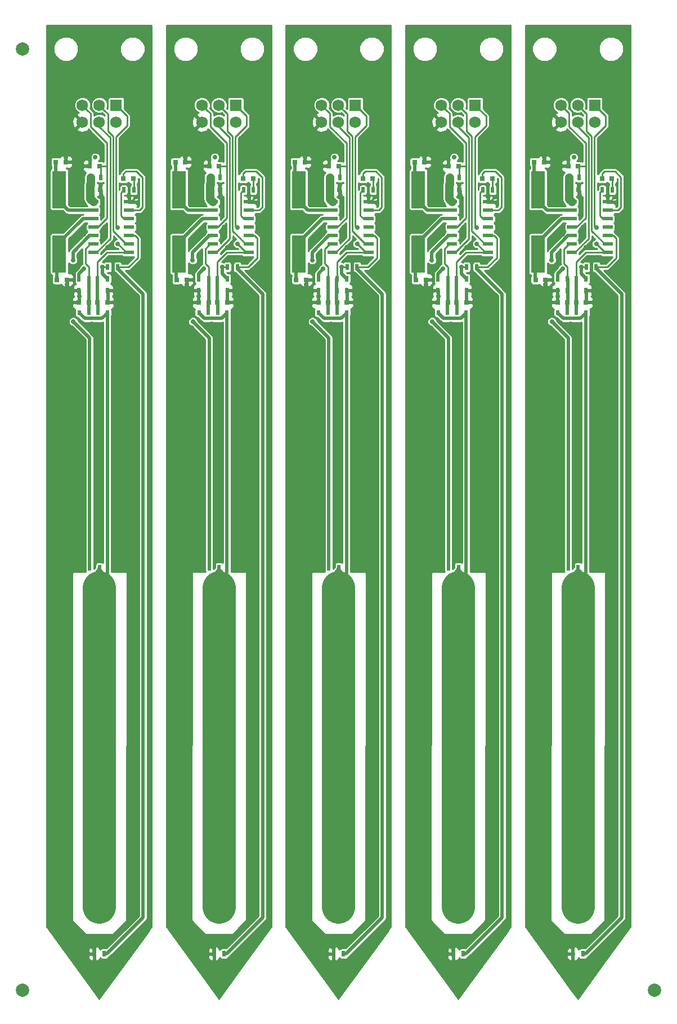
<source format=gbr>
G04 #@! TF.FileFunction,Copper,L1,Top,Signal*
%FSLAX46Y46*%
G04 Gerber Fmt 4.6, Leading zero omitted, Abs format (unit mm)*
G04 Created by KiCad (PCBNEW (2015-05-18 BZR 5668)-product) date Fri 05 Jun 2015 08:01:52 AM EEST*
%MOMM*%
G01*
G04 APERTURE LIST*
%ADD10C,0.100000*%
%ADD11C,2.000000*%
%ADD12R,0.797560X0.797560*%
%ADD13R,2.100580X5.600700*%
%ADD14R,1.727200X1.727200*%
%ADD15C,1.727200*%
%ADD16R,0.600000X0.700000*%
%ADD17R,0.800000X0.750000*%
%ADD18R,0.500000X0.900000*%
%ADD19R,1.500000X0.600000*%
%ADD20C,0.700000*%
%ADD21C,0.508000*%
%ADD22C,0.254000*%
%ADD23C,1.270000*%
%ADD24C,5.000000*%
G04 APERTURE END LIST*
D10*
D11*
X177500000Y-167500000D03*
X82500000Y-167500000D03*
X82500000Y-26000000D03*
D12*
X169650700Y-45500000D03*
X171149300Y-45500000D03*
D13*
X160000000Y-56848860D03*
X160000000Y-47151140D03*
D14*
X168540000Y-34460000D03*
D15*
X168540000Y-37000000D03*
X166000000Y-34460000D03*
X166000000Y-37000000D03*
X163460000Y-34460000D03*
X163460000Y-37000000D03*
D16*
X164410000Y-65642000D03*
X163010000Y-65642000D03*
X167204000Y-65642000D03*
X165804000Y-65642000D03*
D17*
X159650000Y-60700000D03*
X161150000Y-60700000D03*
X159450000Y-43000000D03*
X160950000Y-43000000D03*
X164650000Y-47200000D03*
X166150000Y-47200000D03*
X164460000Y-64118000D03*
X162960000Y-64118000D03*
X165754000Y-64118000D03*
X167254000Y-64118000D03*
X166050000Y-43600000D03*
X164550000Y-43600000D03*
D18*
X166200000Y-45300000D03*
X164700000Y-45300000D03*
X167278000Y-58784000D03*
X168778000Y-58784000D03*
X166050000Y-104000000D03*
X164550000Y-104000000D03*
X164460000Y-60562000D03*
X162960000Y-60562000D03*
X165754000Y-60562000D03*
X167254000Y-60562000D03*
X162960000Y-62340000D03*
X164460000Y-62340000D03*
X167254000Y-62340000D03*
X165754000Y-62340000D03*
X171200000Y-47200000D03*
X169700000Y-47200000D03*
X166750000Y-162000000D03*
X165250000Y-162000000D03*
D19*
X165100000Y-48990000D03*
X165100000Y-50260000D03*
X165100000Y-51530000D03*
X165100000Y-52800000D03*
X165100000Y-54070000D03*
X165100000Y-55340000D03*
X165100000Y-56610000D03*
X170500000Y-56610000D03*
X170500000Y-55340000D03*
X170500000Y-54070000D03*
X170500000Y-52800000D03*
X170500000Y-51530000D03*
X170500000Y-50260000D03*
X170500000Y-48990000D03*
D11*
X177500000Y-167500000D03*
X82500000Y-167500000D03*
X82500000Y-26000000D03*
D12*
X169650700Y-45500000D03*
X171149300Y-45500000D03*
D13*
X160000000Y-56848860D03*
X160000000Y-47151140D03*
D14*
X168540000Y-34460000D03*
D15*
X168540000Y-37000000D03*
X166000000Y-34460000D03*
X166000000Y-37000000D03*
X163460000Y-34460000D03*
X163460000Y-37000000D03*
D16*
X164410000Y-65642000D03*
X163010000Y-65642000D03*
X167204000Y-65642000D03*
X165804000Y-65642000D03*
D17*
X159650000Y-60700000D03*
X161150000Y-60700000D03*
X159450000Y-43000000D03*
X160950000Y-43000000D03*
X164650000Y-47200000D03*
X166150000Y-47200000D03*
X164460000Y-64118000D03*
X162960000Y-64118000D03*
X165754000Y-64118000D03*
X167254000Y-64118000D03*
X166050000Y-43600000D03*
X164550000Y-43600000D03*
D18*
X166200000Y-45300000D03*
X164700000Y-45300000D03*
X167278000Y-58784000D03*
X168778000Y-58784000D03*
X166050000Y-104000000D03*
X164550000Y-104000000D03*
X164460000Y-60562000D03*
X162960000Y-60562000D03*
X165754000Y-60562000D03*
X167254000Y-60562000D03*
X162960000Y-62340000D03*
X164460000Y-62340000D03*
X167254000Y-62340000D03*
X165754000Y-62340000D03*
X171200000Y-47200000D03*
X169700000Y-47200000D03*
X166750000Y-162000000D03*
X165250000Y-162000000D03*
D19*
X165100000Y-48990000D03*
X165100000Y-50260000D03*
X165100000Y-51530000D03*
X165100000Y-52800000D03*
X165100000Y-54070000D03*
X165100000Y-55340000D03*
X165100000Y-56610000D03*
X170500000Y-56610000D03*
X170500000Y-55340000D03*
X170500000Y-54070000D03*
X170500000Y-52800000D03*
X170500000Y-51530000D03*
X170500000Y-50260000D03*
X170500000Y-48990000D03*
D12*
X151650700Y-45500000D03*
X153149300Y-45500000D03*
D13*
X142000000Y-56848860D03*
X142000000Y-47151140D03*
D14*
X150540000Y-34460000D03*
D15*
X150540000Y-37000000D03*
X148000000Y-34460000D03*
X148000000Y-37000000D03*
X145460000Y-34460000D03*
X145460000Y-37000000D03*
D16*
X146410000Y-65642000D03*
X145010000Y-65642000D03*
X149204000Y-65642000D03*
X147804000Y-65642000D03*
D17*
X141650000Y-60700000D03*
X143150000Y-60700000D03*
X141450000Y-43000000D03*
X142950000Y-43000000D03*
X146650000Y-47200000D03*
X148150000Y-47200000D03*
X146460000Y-64118000D03*
X144960000Y-64118000D03*
X147754000Y-64118000D03*
X149254000Y-64118000D03*
X148050000Y-43600000D03*
X146550000Y-43600000D03*
D18*
X148200000Y-45300000D03*
X146700000Y-45300000D03*
X149278000Y-58784000D03*
X150778000Y-58784000D03*
X148050000Y-104000000D03*
X146550000Y-104000000D03*
X146460000Y-60562000D03*
X144960000Y-60562000D03*
X147754000Y-60562000D03*
X149254000Y-60562000D03*
X144960000Y-62340000D03*
X146460000Y-62340000D03*
X149254000Y-62340000D03*
X147754000Y-62340000D03*
X153200000Y-47200000D03*
X151700000Y-47200000D03*
X148750000Y-162000000D03*
X147250000Y-162000000D03*
D19*
X147100000Y-48990000D03*
X147100000Y-50260000D03*
X147100000Y-51530000D03*
X147100000Y-52800000D03*
X147100000Y-54070000D03*
X147100000Y-55340000D03*
X147100000Y-56610000D03*
X152500000Y-56610000D03*
X152500000Y-55340000D03*
X152500000Y-54070000D03*
X152500000Y-52800000D03*
X152500000Y-51530000D03*
X152500000Y-50260000D03*
X152500000Y-48990000D03*
D12*
X115650700Y-45500000D03*
X117149300Y-45500000D03*
D13*
X106000000Y-56848860D03*
X106000000Y-47151140D03*
D14*
X114540000Y-34460000D03*
D15*
X114540000Y-37000000D03*
X112000000Y-34460000D03*
X112000000Y-37000000D03*
X109460000Y-34460000D03*
X109460000Y-37000000D03*
D16*
X110410000Y-65642000D03*
X109010000Y-65642000D03*
X113204000Y-65642000D03*
X111804000Y-65642000D03*
D17*
X105650000Y-60700000D03*
X107150000Y-60700000D03*
X105450000Y-43000000D03*
X106950000Y-43000000D03*
X110650000Y-47200000D03*
X112150000Y-47200000D03*
X110460000Y-64118000D03*
X108960000Y-64118000D03*
X111754000Y-64118000D03*
X113254000Y-64118000D03*
X112050000Y-43600000D03*
X110550000Y-43600000D03*
D18*
X112200000Y-45300000D03*
X110700000Y-45300000D03*
X113278000Y-58784000D03*
X114778000Y-58784000D03*
X112050000Y-104000000D03*
X110550000Y-104000000D03*
X110460000Y-60562000D03*
X108960000Y-60562000D03*
X111754000Y-60562000D03*
X113254000Y-60562000D03*
X108960000Y-62340000D03*
X110460000Y-62340000D03*
X113254000Y-62340000D03*
X111754000Y-62340000D03*
X117200000Y-47200000D03*
X115700000Y-47200000D03*
X112750000Y-162000000D03*
X111250000Y-162000000D03*
D19*
X111100000Y-48990000D03*
X111100000Y-50260000D03*
X111100000Y-51530000D03*
X111100000Y-52800000D03*
X111100000Y-54070000D03*
X111100000Y-55340000D03*
X111100000Y-56610000D03*
X116500000Y-56610000D03*
X116500000Y-55340000D03*
X116500000Y-54070000D03*
X116500000Y-52800000D03*
X116500000Y-51530000D03*
X116500000Y-50260000D03*
X116500000Y-48990000D03*
D12*
X97650700Y-45500000D03*
X99149300Y-45500000D03*
D13*
X88000000Y-56848860D03*
X88000000Y-47151140D03*
D14*
X96540000Y-34460000D03*
D15*
X96540000Y-37000000D03*
X94000000Y-34460000D03*
X94000000Y-37000000D03*
X91460000Y-34460000D03*
X91460000Y-37000000D03*
D16*
X92410000Y-65642000D03*
X91010000Y-65642000D03*
X95204000Y-65642000D03*
X93804000Y-65642000D03*
D17*
X87650000Y-60700000D03*
X89150000Y-60700000D03*
X87450000Y-43000000D03*
X88950000Y-43000000D03*
X92650000Y-47200000D03*
X94150000Y-47200000D03*
X92460000Y-64118000D03*
X90960000Y-64118000D03*
X93754000Y-64118000D03*
X95254000Y-64118000D03*
X94050000Y-43600000D03*
X92550000Y-43600000D03*
D18*
X94200000Y-45300000D03*
X92700000Y-45300000D03*
X95278000Y-58784000D03*
X96778000Y-58784000D03*
X94050000Y-104000000D03*
X92550000Y-104000000D03*
X92460000Y-60562000D03*
X90960000Y-60562000D03*
X93754000Y-60562000D03*
X95254000Y-60562000D03*
X90960000Y-62340000D03*
X92460000Y-62340000D03*
X95254000Y-62340000D03*
X93754000Y-62340000D03*
X99200000Y-47200000D03*
X97700000Y-47200000D03*
X94750000Y-162000000D03*
X93250000Y-162000000D03*
D19*
X93100000Y-48990000D03*
X93100000Y-50260000D03*
X93100000Y-51530000D03*
X93100000Y-52800000D03*
X93100000Y-54070000D03*
X93100000Y-55340000D03*
X93100000Y-56610000D03*
X98500000Y-56610000D03*
X98500000Y-55340000D03*
X98500000Y-54070000D03*
X98500000Y-52800000D03*
X98500000Y-51530000D03*
X98500000Y-50260000D03*
X98500000Y-48990000D03*
D12*
X133650700Y-45500000D03*
X135149300Y-45500000D03*
D13*
X124000000Y-56848860D03*
X124000000Y-47151140D03*
D14*
X132540000Y-34460000D03*
D15*
X132540000Y-37000000D03*
X130000000Y-34460000D03*
X130000000Y-37000000D03*
X127460000Y-34460000D03*
X127460000Y-37000000D03*
D16*
X128410000Y-65642000D03*
X127010000Y-65642000D03*
X131204000Y-65642000D03*
X129804000Y-65642000D03*
D17*
X123650000Y-60700000D03*
X125150000Y-60700000D03*
X123450000Y-43000000D03*
X124950000Y-43000000D03*
X128650000Y-47200000D03*
X130150000Y-47200000D03*
X128460000Y-64118000D03*
X126960000Y-64118000D03*
X129754000Y-64118000D03*
X131254000Y-64118000D03*
X130050000Y-43600000D03*
X128550000Y-43600000D03*
D18*
X130200000Y-45300000D03*
X128700000Y-45300000D03*
X131278000Y-58784000D03*
X132778000Y-58784000D03*
X130050000Y-104000000D03*
X128550000Y-104000000D03*
X128460000Y-60562000D03*
X126960000Y-60562000D03*
X129754000Y-60562000D03*
X131254000Y-60562000D03*
X126960000Y-62340000D03*
X128460000Y-62340000D03*
X131254000Y-62340000D03*
X129754000Y-62340000D03*
X135200000Y-47200000D03*
X133700000Y-47200000D03*
X130750000Y-162000000D03*
X129250000Y-162000000D03*
D19*
X129100000Y-48990000D03*
X129100000Y-50260000D03*
X129100000Y-51530000D03*
X129100000Y-52800000D03*
X129100000Y-54070000D03*
X129100000Y-55340000D03*
X129100000Y-56610000D03*
X134500000Y-56610000D03*
X134500000Y-55340000D03*
X134500000Y-54070000D03*
X134500000Y-52800000D03*
X134500000Y-51530000D03*
X134500000Y-50260000D03*
X134500000Y-48990000D03*
D20*
X132282000Y-62340000D03*
X125150000Y-61400000D03*
X124950000Y-42300000D03*
X132300000Y-64150000D03*
X125150000Y-62350000D03*
X129000000Y-161000000D03*
X134500000Y-48200000D03*
X135500000Y-48300000D03*
X135800000Y-49200000D03*
X128900000Y-67307210D03*
X125268190Y-64100000D03*
X130200000Y-46400000D03*
X130300000Y-48000000D03*
X127000000Y-63200000D03*
X126100000Y-55100000D03*
X126900000Y-54300000D03*
X127700000Y-53500000D03*
X130800000Y-52800000D03*
X131243021Y-55843021D03*
X133600000Y-57800000D03*
X134500000Y-43000000D03*
X96282000Y-62340000D03*
X89150000Y-61400000D03*
X88950000Y-42300000D03*
X96300000Y-64150000D03*
X89150000Y-62350000D03*
X93000000Y-161000000D03*
X98500000Y-48200000D03*
X99500000Y-48300000D03*
X99800000Y-49200000D03*
X92900000Y-67307210D03*
X89268190Y-64100000D03*
X94200000Y-46400000D03*
X94300000Y-48000000D03*
X91000000Y-63200000D03*
X90100000Y-55100000D03*
X90900000Y-54300000D03*
X91700000Y-53500000D03*
X94800000Y-52800000D03*
X95243021Y-55843021D03*
X97600000Y-57800000D03*
X98500000Y-43000000D03*
X114282000Y-62340000D03*
X107150000Y-61400000D03*
X106950000Y-42300000D03*
X114300000Y-64150000D03*
X107150000Y-62350000D03*
X111000000Y-161000000D03*
X116500000Y-48200000D03*
X117500000Y-48300000D03*
X117800000Y-49200000D03*
X110900000Y-67307210D03*
X107268190Y-64100000D03*
X112200000Y-46400000D03*
X112300000Y-48000000D03*
X109000000Y-63200000D03*
X108100000Y-55100000D03*
X108900000Y-54300000D03*
X109700000Y-53500000D03*
X112800000Y-52800000D03*
X113243021Y-55843021D03*
X115600000Y-57800000D03*
X116500000Y-43000000D03*
X168282000Y-62340000D03*
X161150000Y-61400000D03*
X160950000Y-42300000D03*
X168300000Y-64150000D03*
X161150000Y-62350000D03*
X165000000Y-161000000D03*
X170500000Y-48200000D03*
X171500000Y-48300000D03*
X171800000Y-49200000D03*
X164900000Y-67307210D03*
X161268190Y-64100000D03*
X166200000Y-46400000D03*
X166300000Y-48000000D03*
X163000000Y-63200000D03*
X162100000Y-55100000D03*
X162900000Y-54300000D03*
X163700000Y-53500000D03*
X166800000Y-52800000D03*
X167243021Y-55843021D03*
X169600000Y-57800000D03*
X170500000Y-43000000D03*
X168282000Y-62340000D03*
X161150000Y-61400000D03*
X160950000Y-42300000D03*
X168300000Y-64150000D03*
X161150000Y-62350000D03*
X165000000Y-161000000D03*
X170500000Y-48200000D03*
X171500000Y-48300000D03*
X171800000Y-49200000D03*
X164900000Y-67307210D03*
X161268190Y-64100000D03*
X166200000Y-46400000D03*
X166300000Y-48000000D03*
X163000000Y-63200000D03*
X162100000Y-55100000D03*
X162900000Y-54300000D03*
X163700000Y-53500000D03*
X166800000Y-52800000D03*
X167243021Y-55843021D03*
X169600000Y-57800000D03*
X170500000Y-43000000D03*
X152500000Y-43000000D03*
X151600000Y-57800000D03*
X149243021Y-55843021D03*
X148800000Y-52800000D03*
X145700000Y-53500000D03*
X144900000Y-54300000D03*
X144100000Y-55100000D03*
X145000000Y-63200000D03*
X148300000Y-48000000D03*
X148200000Y-46400000D03*
X143268190Y-64100000D03*
X146900000Y-67307210D03*
X153800000Y-49200000D03*
X153500000Y-48300000D03*
X152500000Y-48200000D03*
X147000000Y-161000000D03*
X143150000Y-62350000D03*
X150300000Y-64150000D03*
X142950000Y-42300000D03*
X143150000Y-61400000D03*
X150282000Y-62340000D03*
X128700000Y-46300000D03*
X130504000Y-58784000D03*
X127710000Y-59038000D03*
X129400000Y-42300000D03*
X92700000Y-46300000D03*
X94504000Y-58784000D03*
X91710000Y-59038000D03*
X93400000Y-42300000D03*
X110700000Y-46300000D03*
X112504000Y-58784000D03*
X109710000Y-59038000D03*
X111400000Y-42300000D03*
X164700000Y-46300000D03*
X166504000Y-58784000D03*
X163710000Y-59038000D03*
X165400000Y-42300000D03*
X164700000Y-46300000D03*
X166504000Y-58784000D03*
X163710000Y-59038000D03*
X165400000Y-42300000D03*
X147400000Y-42300000D03*
X145710000Y-59038000D03*
X148504000Y-58784000D03*
X146700000Y-46300000D03*
X126050000Y-57750002D03*
X126100000Y-67000000D03*
X90050000Y-57750002D03*
X90100000Y-67000000D03*
X108050000Y-57750002D03*
X108100000Y-67000000D03*
X162050000Y-57750002D03*
X162100000Y-67000000D03*
X162050000Y-57750002D03*
X162100000Y-67000000D03*
X144100000Y-67000000D03*
X144050000Y-57750002D03*
X132800000Y-55300000D03*
X132800000Y-52900000D03*
X96800000Y-55300000D03*
X96800000Y-52900000D03*
X114800000Y-55300000D03*
X114800000Y-52900000D03*
X168800000Y-55300000D03*
X168800000Y-52900000D03*
X168800000Y-55300000D03*
X168800000Y-52900000D03*
X150800000Y-52900000D03*
X150800000Y-55300000D03*
D21*
X123600000Y-57248860D02*
X124000000Y-56848860D01*
X123600000Y-60650000D02*
X123600000Y-57248860D01*
X124000000Y-55098800D02*
X124000000Y-56848860D01*
X127568800Y-51530000D02*
X124000000Y-55098800D01*
X129100000Y-51530000D02*
X127568800Y-51530000D01*
X87600000Y-57248860D02*
X88000000Y-56848860D01*
X87600000Y-60650000D02*
X87600000Y-57248860D01*
X88000000Y-55098800D02*
X88000000Y-56848860D01*
X91568800Y-51530000D02*
X88000000Y-55098800D01*
X93100000Y-51530000D02*
X91568800Y-51530000D01*
X105600000Y-57248860D02*
X106000000Y-56848860D01*
X105600000Y-60650000D02*
X105600000Y-57248860D01*
X106000000Y-55098800D02*
X106000000Y-56848860D01*
X109568800Y-51530000D02*
X106000000Y-55098800D01*
X111100000Y-51530000D02*
X109568800Y-51530000D01*
X159600000Y-57248860D02*
X160000000Y-56848860D01*
X159600000Y-60650000D02*
X159600000Y-57248860D01*
X160000000Y-55098800D02*
X160000000Y-56848860D01*
X163568800Y-51530000D02*
X160000000Y-55098800D01*
X165100000Y-51530000D02*
X163568800Y-51530000D01*
X159600000Y-57248860D02*
X160000000Y-56848860D01*
X159600000Y-60650000D02*
X159600000Y-57248860D01*
X160000000Y-55098800D02*
X160000000Y-56848860D01*
X163568800Y-51530000D02*
X160000000Y-55098800D01*
X165100000Y-51530000D02*
X163568800Y-51530000D01*
X147100000Y-51530000D02*
X145568800Y-51530000D01*
X145568800Y-51530000D02*
X142000000Y-55098800D01*
X142000000Y-55098800D02*
X142000000Y-56848860D01*
X141600000Y-60650000D02*
X141600000Y-57248860D01*
X141600000Y-57248860D02*
X142000000Y-56848860D01*
X131266000Y-62340000D02*
X132282000Y-62340000D01*
D22*
X125150000Y-60700000D02*
X125150000Y-61400000D01*
D21*
X124950000Y-43000000D02*
X124950000Y-42300000D01*
X132268000Y-64118000D02*
X132300000Y-64150000D01*
X131254000Y-64118000D02*
X132268000Y-64118000D01*
X129250000Y-161250000D02*
X129000000Y-161000000D01*
X129250000Y-162000000D02*
X129250000Y-161250000D01*
D22*
X134500000Y-48990000D02*
X134500000Y-48200000D01*
X134810000Y-48990000D02*
X135500000Y-48300000D01*
X134500000Y-48990000D02*
X134810000Y-48990000D01*
X135590000Y-48990000D02*
X135800000Y-49200000D01*
X134500000Y-48990000D02*
X135590000Y-48990000D01*
D21*
X125286190Y-64118000D02*
X125268190Y-64100000D01*
X126960000Y-64118000D02*
X125286190Y-64118000D01*
X130150000Y-46450000D02*
X130200000Y-46400000D01*
X130150000Y-47200000D02*
X130150000Y-46450000D01*
X130150000Y-47200000D02*
X130300000Y-47350000D01*
X130300000Y-47350000D02*
X130300000Y-47505026D01*
X130300000Y-47505026D02*
X130300000Y-48000000D01*
D22*
X126960000Y-63240000D02*
X127000000Y-63200000D01*
X126960000Y-64118000D02*
X126960000Y-63240000D01*
X126100000Y-55100000D02*
X126900000Y-54300000D01*
D21*
X95266000Y-62340000D02*
X96282000Y-62340000D01*
D22*
X89150000Y-60700000D02*
X89150000Y-61400000D01*
D21*
X88950000Y-43000000D02*
X88950000Y-42300000D01*
X96268000Y-64118000D02*
X96300000Y-64150000D01*
X95254000Y-64118000D02*
X96268000Y-64118000D01*
X93250000Y-161250000D02*
X93000000Y-161000000D01*
X93250000Y-162000000D02*
X93250000Y-161250000D01*
D22*
X98500000Y-48990000D02*
X98500000Y-48200000D01*
X98810000Y-48990000D02*
X99500000Y-48300000D01*
X98500000Y-48990000D02*
X98810000Y-48990000D01*
X99590000Y-48990000D02*
X99800000Y-49200000D01*
X98500000Y-48990000D02*
X99590000Y-48990000D01*
D21*
X89286190Y-64118000D02*
X89268190Y-64100000D01*
X90960000Y-64118000D02*
X89286190Y-64118000D01*
X94150000Y-46450000D02*
X94200000Y-46400000D01*
X94150000Y-47200000D02*
X94150000Y-46450000D01*
X94150000Y-47200000D02*
X94300000Y-47350000D01*
X94300000Y-47350000D02*
X94300000Y-47505026D01*
X94300000Y-47505026D02*
X94300000Y-48000000D01*
D22*
X90960000Y-63240000D02*
X91000000Y-63200000D01*
X90960000Y-64118000D02*
X90960000Y-63240000D01*
X90100000Y-55100000D02*
X90900000Y-54300000D01*
D21*
X113266000Y-62340000D02*
X114282000Y-62340000D01*
D22*
X107150000Y-60700000D02*
X107150000Y-61400000D01*
D21*
X106950000Y-43000000D02*
X106950000Y-42300000D01*
X114268000Y-64118000D02*
X114300000Y-64150000D01*
X113254000Y-64118000D02*
X114268000Y-64118000D01*
X111250000Y-161250000D02*
X111000000Y-161000000D01*
X111250000Y-162000000D02*
X111250000Y-161250000D01*
D22*
X116500000Y-48990000D02*
X116500000Y-48200000D01*
X116810000Y-48990000D02*
X117500000Y-48300000D01*
X116500000Y-48990000D02*
X116810000Y-48990000D01*
X117590000Y-48990000D02*
X117800000Y-49200000D01*
X116500000Y-48990000D02*
X117590000Y-48990000D01*
D21*
X107286190Y-64118000D02*
X107268190Y-64100000D01*
X108960000Y-64118000D02*
X107286190Y-64118000D01*
X112150000Y-46450000D02*
X112200000Y-46400000D01*
X112150000Y-47200000D02*
X112150000Y-46450000D01*
X112150000Y-47200000D02*
X112300000Y-47350000D01*
X112300000Y-47350000D02*
X112300000Y-47505026D01*
X112300000Y-47505026D02*
X112300000Y-48000000D01*
D22*
X108960000Y-63240000D02*
X109000000Y-63200000D01*
X108960000Y-64118000D02*
X108960000Y-63240000D01*
X108100000Y-55100000D02*
X108900000Y-54300000D01*
D21*
X167266000Y-62340000D02*
X168282000Y-62340000D01*
D22*
X161150000Y-60700000D02*
X161150000Y-61400000D01*
D21*
X160950000Y-43000000D02*
X160950000Y-42300000D01*
X168268000Y-64118000D02*
X168300000Y-64150000D01*
X167254000Y-64118000D02*
X168268000Y-64118000D01*
X165250000Y-161250000D02*
X165000000Y-161000000D01*
X165250000Y-162000000D02*
X165250000Y-161250000D01*
D22*
X170500000Y-48990000D02*
X170500000Y-48200000D01*
X170810000Y-48990000D02*
X171500000Y-48300000D01*
X170500000Y-48990000D02*
X170810000Y-48990000D01*
X171590000Y-48990000D02*
X171800000Y-49200000D01*
X170500000Y-48990000D02*
X171590000Y-48990000D01*
D21*
X161286190Y-64118000D02*
X161268190Y-64100000D01*
X162960000Y-64118000D02*
X161286190Y-64118000D01*
X166150000Y-46450000D02*
X166200000Y-46400000D01*
X166150000Y-47200000D02*
X166150000Y-46450000D01*
X166150000Y-47200000D02*
X166300000Y-47350000D01*
X166300000Y-47350000D02*
X166300000Y-47505026D01*
X166300000Y-47505026D02*
X166300000Y-48000000D01*
D22*
X162960000Y-63240000D02*
X163000000Y-63200000D01*
X162960000Y-64118000D02*
X162960000Y-63240000D01*
X162100000Y-55100000D02*
X162900000Y-54300000D01*
D21*
X167266000Y-62340000D02*
X168282000Y-62340000D01*
D22*
X161150000Y-60700000D02*
X161150000Y-61400000D01*
D21*
X160950000Y-43000000D02*
X160950000Y-42300000D01*
X168268000Y-64118000D02*
X168300000Y-64150000D01*
X167254000Y-64118000D02*
X168268000Y-64118000D01*
X165250000Y-161250000D02*
X165000000Y-161000000D01*
X165250000Y-162000000D02*
X165250000Y-161250000D01*
D22*
X170500000Y-48990000D02*
X170500000Y-48200000D01*
X170810000Y-48990000D02*
X171500000Y-48300000D01*
X170500000Y-48990000D02*
X170810000Y-48990000D01*
X171590000Y-48990000D02*
X171800000Y-49200000D01*
X170500000Y-48990000D02*
X171590000Y-48990000D01*
D21*
X161286190Y-64118000D02*
X161268190Y-64100000D01*
X162960000Y-64118000D02*
X161286190Y-64118000D01*
X166150000Y-46450000D02*
X166200000Y-46400000D01*
X166150000Y-47200000D02*
X166150000Y-46450000D01*
X166150000Y-47200000D02*
X166300000Y-47350000D01*
X166300000Y-47350000D02*
X166300000Y-47505026D01*
X166300000Y-47505026D02*
X166300000Y-48000000D01*
D22*
X162960000Y-63240000D02*
X163000000Y-63200000D01*
X162960000Y-64118000D02*
X162960000Y-63240000D01*
X162100000Y-55100000D02*
X162900000Y-54300000D01*
X144100000Y-55100000D02*
X144900000Y-54300000D01*
X144960000Y-64118000D02*
X144960000Y-63240000D01*
X144960000Y-63240000D02*
X145000000Y-63200000D01*
D21*
X148300000Y-47505026D02*
X148300000Y-48000000D01*
X148300000Y-47350000D02*
X148300000Y-47505026D01*
X148150000Y-47200000D02*
X148300000Y-47350000D01*
X148150000Y-47200000D02*
X148150000Y-46450000D01*
X148150000Y-46450000D02*
X148200000Y-46400000D01*
X144960000Y-64118000D02*
X143286190Y-64118000D01*
X143286190Y-64118000D02*
X143268190Y-64100000D01*
D22*
X152500000Y-48990000D02*
X153590000Y-48990000D01*
X153590000Y-48990000D02*
X153800000Y-49200000D01*
X152500000Y-48990000D02*
X152810000Y-48990000D01*
X152810000Y-48990000D02*
X153500000Y-48300000D01*
X152500000Y-48990000D02*
X152500000Y-48200000D01*
D21*
X147250000Y-162000000D02*
X147250000Y-161250000D01*
X147250000Y-161250000D02*
X147000000Y-161000000D01*
X149254000Y-64118000D02*
X150268000Y-64118000D01*
X150268000Y-64118000D02*
X150300000Y-64150000D01*
X142950000Y-43000000D02*
X142950000Y-42300000D01*
D22*
X143150000Y-60700000D02*
X143150000Y-61400000D01*
D21*
X149266000Y-62340000D02*
X150282000Y-62340000D01*
D22*
X124068860Y-47220000D02*
X124000000Y-47151140D01*
D21*
X124000000Y-48901200D02*
X124000000Y-47151140D01*
X125358800Y-50260000D02*
X124000000Y-48901200D01*
X129100000Y-50260000D02*
X125358800Y-50260000D01*
X123450000Y-46601140D02*
X124000000Y-47151140D01*
X123450000Y-43000000D02*
X123450000Y-46601140D01*
D22*
X88068860Y-47220000D02*
X88000000Y-47151140D01*
D21*
X88000000Y-48901200D02*
X88000000Y-47151140D01*
X89358800Y-50260000D02*
X88000000Y-48901200D01*
X93100000Y-50260000D02*
X89358800Y-50260000D01*
X87450000Y-46601140D02*
X88000000Y-47151140D01*
X87450000Y-43000000D02*
X87450000Y-46601140D01*
D22*
X106068860Y-47220000D02*
X106000000Y-47151140D01*
D21*
X106000000Y-48901200D02*
X106000000Y-47151140D01*
X107358800Y-50260000D02*
X106000000Y-48901200D01*
X111100000Y-50260000D02*
X107358800Y-50260000D01*
X105450000Y-46601140D02*
X106000000Y-47151140D01*
X105450000Y-43000000D02*
X105450000Y-46601140D01*
D22*
X160068860Y-47220000D02*
X160000000Y-47151140D01*
D21*
X160000000Y-48901200D02*
X160000000Y-47151140D01*
X161358800Y-50260000D02*
X160000000Y-48901200D01*
X165100000Y-50260000D02*
X161358800Y-50260000D01*
X159450000Y-46601140D02*
X160000000Y-47151140D01*
X159450000Y-43000000D02*
X159450000Y-46601140D01*
D22*
X160068860Y-47220000D02*
X160000000Y-47151140D01*
D21*
X160000000Y-48901200D02*
X160000000Y-47151140D01*
X161358800Y-50260000D02*
X160000000Y-48901200D01*
X165100000Y-50260000D02*
X161358800Y-50260000D01*
X159450000Y-46601140D02*
X160000000Y-47151140D01*
X159450000Y-43000000D02*
X159450000Y-46601140D01*
X141450000Y-43000000D02*
X141450000Y-46601140D01*
X141450000Y-46601140D02*
X142000000Y-47151140D01*
X147100000Y-50260000D02*
X143358800Y-50260000D01*
X143358800Y-50260000D02*
X142000000Y-48901200D01*
X142000000Y-48901200D02*
X142000000Y-47151140D01*
D22*
X142068860Y-47220000D02*
X142000000Y-47151140D01*
D21*
X128800000Y-47350000D02*
X128650000Y-47200000D01*
D22*
X130504000Y-58784000D02*
X131278000Y-58784000D01*
D21*
X130504000Y-59278974D02*
X130504000Y-58784000D01*
X130504000Y-59800000D02*
X130504000Y-59278974D01*
X131266000Y-60562000D02*
X130504000Y-59800000D01*
X127710000Y-59038000D02*
X126960000Y-59788000D01*
X126960000Y-59788000D02*
X126960000Y-60562000D01*
D23*
X128650000Y-48540000D02*
X128650000Y-47200000D01*
X129100000Y-48990000D02*
X128650000Y-48540000D01*
X128700000Y-45300000D02*
X128700000Y-46300000D01*
X128650000Y-46350000D02*
X128700000Y-46300000D01*
X128650000Y-47200000D02*
X128650000Y-46350000D01*
D21*
X92800000Y-47350000D02*
X92650000Y-47200000D01*
D22*
X94504000Y-58784000D02*
X95278000Y-58784000D01*
D21*
X94504000Y-59278974D02*
X94504000Y-58784000D01*
X94504000Y-59800000D02*
X94504000Y-59278974D01*
X95266000Y-60562000D02*
X94504000Y-59800000D01*
X91710000Y-59038000D02*
X90960000Y-59788000D01*
X90960000Y-59788000D02*
X90960000Y-60562000D01*
D23*
X92650000Y-48540000D02*
X92650000Y-47200000D01*
X93100000Y-48990000D02*
X92650000Y-48540000D01*
X92700000Y-45300000D02*
X92700000Y-46300000D01*
X92650000Y-46350000D02*
X92700000Y-46300000D01*
X92650000Y-47200000D02*
X92650000Y-46350000D01*
D21*
X110800000Y-47350000D02*
X110650000Y-47200000D01*
D22*
X112504000Y-58784000D02*
X113278000Y-58784000D01*
D21*
X112504000Y-59278974D02*
X112504000Y-58784000D01*
X112504000Y-59800000D02*
X112504000Y-59278974D01*
X113266000Y-60562000D02*
X112504000Y-59800000D01*
X109710000Y-59038000D02*
X108960000Y-59788000D01*
X108960000Y-59788000D02*
X108960000Y-60562000D01*
D23*
X110650000Y-48540000D02*
X110650000Y-47200000D01*
X111100000Y-48990000D02*
X110650000Y-48540000D01*
X110700000Y-45300000D02*
X110700000Y-46300000D01*
X110650000Y-46350000D02*
X110700000Y-46300000D01*
X110650000Y-47200000D02*
X110650000Y-46350000D01*
D21*
X164800000Y-47350000D02*
X164650000Y-47200000D01*
D22*
X166504000Y-58784000D02*
X167278000Y-58784000D01*
D21*
X166504000Y-59278974D02*
X166504000Y-58784000D01*
X166504000Y-59800000D02*
X166504000Y-59278974D01*
X167266000Y-60562000D02*
X166504000Y-59800000D01*
X163710000Y-59038000D02*
X162960000Y-59788000D01*
X162960000Y-59788000D02*
X162960000Y-60562000D01*
D23*
X164650000Y-48540000D02*
X164650000Y-47200000D01*
X165100000Y-48990000D02*
X164650000Y-48540000D01*
X164700000Y-45300000D02*
X164700000Y-46300000D01*
X164650000Y-46350000D02*
X164700000Y-46300000D01*
X164650000Y-47200000D02*
X164650000Y-46350000D01*
D21*
X164800000Y-47350000D02*
X164650000Y-47200000D01*
D22*
X166504000Y-58784000D02*
X167278000Y-58784000D01*
D21*
X166504000Y-59278974D02*
X166504000Y-58784000D01*
X166504000Y-59800000D02*
X166504000Y-59278974D01*
X167266000Y-60562000D02*
X166504000Y-59800000D01*
X163710000Y-59038000D02*
X162960000Y-59788000D01*
X162960000Y-59788000D02*
X162960000Y-60562000D01*
D23*
X164650000Y-48540000D02*
X164650000Y-47200000D01*
X165100000Y-48990000D02*
X164650000Y-48540000D01*
X164700000Y-45300000D02*
X164700000Y-46300000D01*
X164650000Y-46350000D02*
X164700000Y-46300000D01*
X164650000Y-47200000D02*
X164650000Y-46350000D01*
X146650000Y-47200000D02*
X146650000Y-46350000D01*
X146650000Y-46350000D02*
X146700000Y-46300000D01*
X146700000Y-45300000D02*
X146700000Y-46300000D01*
X147100000Y-48990000D02*
X146650000Y-48540000D01*
X146650000Y-48540000D02*
X146650000Y-47200000D01*
D21*
X144960000Y-59788000D02*
X144960000Y-60562000D01*
X145710000Y-59038000D02*
X144960000Y-59788000D01*
X149266000Y-60562000D02*
X148504000Y-59800000D01*
X148504000Y-59800000D02*
X148504000Y-59278974D01*
X148504000Y-59278974D02*
X148504000Y-58784000D01*
D22*
X148504000Y-58784000D02*
X149278000Y-58784000D01*
D21*
X146800000Y-47350000D02*
X146650000Y-47200000D01*
D22*
X128460000Y-60562000D02*
X128460000Y-58818894D01*
X128460000Y-58818894D02*
X127945199Y-58304093D01*
X127945199Y-58304093D02*
X127945199Y-56044801D01*
X127945199Y-56044801D02*
X128650000Y-55340000D01*
X128650000Y-55340000D02*
X129100000Y-55340000D01*
X128472000Y-60562000D02*
X128472000Y-60308000D01*
D21*
X128472000Y-62340000D02*
X128472000Y-60562000D01*
X128472000Y-64118000D02*
X128472000Y-62340000D01*
X128410000Y-65642000D02*
X128410000Y-64180000D01*
X128410000Y-64180000D02*
X128472000Y-64118000D01*
D22*
X92460000Y-60562000D02*
X92460000Y-58818894D01*
X92460000Y-58818894D02*
X91945199Y-58304093D01*
X91945199Y-58304093D02*
X91945199Y-56044801D01*
X91945199Y-56044801D02*
X92650000Y-55340000D01*
X92650000Y-55340000D02*
X93100000Y-55340000D01*
X92472000Y-60562000D02*
X92472000Y-60308000D01*
D21*
X92472000Y-62340000D02*
X92472000Y-60562000D01*
X92472000Y-64118000D02*
X92472000Y-62340000D01*
X92410000Y-65642000D02*
X92410000Y-64180000D01*
X92410000Y-64180000D02*
X92472000Y-64118000D01*
D22*
X110460000Y-60562000D02*
X110460000Y-58818894D01*
X110460000Y-58818894D02*
X109945199Y-58304093D01*
X109945199Y-58304093D02*
X109945199Y-56044801D01*
X109945199Y-56044801D02*
X110650000Y-55340000D01*
X110650000Y-55340000D02*
X111100000Y-55340000D01*
X110472000Y-60562000D02*
X110472000Y-60308000D01*
D21*
X110472000Y-62340000D02*
X110472000Y-60562000D01*
X110472000Y-64118000D02*
X110472000Y-62340000D01*
X110410000Y-65642000D02*
X110410000Y-64180000D01*
X110410000Y-64180000D02*
X110472000Y-64118000D01*
D22*
X164460000Y-60562000D02*
X164460000Y-58818894D01*
X164460000Y-58818894D02*
X163945199Y-58304093D01*
X163945199Y-58304093D02*
X163945199Y-56044801D01*
X163945199Y-56044801D02*
X164650000Y-55340000D01*
X164650000Y-55340000D02*
X165100000Y-55340000D01*
X164472000Y-60562000D02*
X164472000Y-60308000D01*
D21*
X164472000Y-62340000D02*
X164472000Y-60562000D01*
X164472000Y-64118000D02*
X164472000Y-62340000D01*
X164410000Y-65642000D02*
X164410000Y-64180000D01*
X164410000Y-64180000D02*
X164472000Y-64118000D01*
D22*
X164460000Y-60562000D02*
X164460000Y-58818894D01*
X164460000Y-58818894D02*
X163945199Y-58304093D01*
X163945199Y-58304093D02*
X163945199Y-56044801D01*
X163945199Y-56044801D02*
X164650000Y-55340000D01*
X164650000Y-55340000D02*
X165100000Y-55340000D01*
X164472000Y-60562000D02*
X164472000Y-60308000D01*
D21*
X164472000Y-62340000D02*
X164472000Y-60562000D01*
X164472000Y-64118000D02*
X164472000Y-62340000D01*
X164410000Y-65642000D02*
X164410000Y-64180000D01*
X164410000Y-64180000D02*
X164472000Y-64118000D01*
X146410000Y-64180000D02*
X146472000Y-64118000D01*
X146410000Y-65642000D02*
X146410000Y-64180000D01*
X146472000Y-64118000D02*
X146472000Y-62340000D01*
X146472000Y-62340000D02*
X146472000Y-60562000D01*
D22*
X146472000Y-60562000D02*
X146472000Y-60308000D01*
X146650000Y-55340000D02*
X147100000Y-55340000D01*
X145945199Y-56044801D02*
X146650000Y-55340000D01*
X145945199Y-58304093D02*
X145945199Y-56044801D01*
X146460000Y-58818894D02*
X145945199Y-58304093D01*
X146460000Y-60562000D02*
X146460000Y-58818894D01*
D21*
X131204000Y-101959962D02*
X131204000Y-104796000D01*
X131204000Y-65642000D02*
X131204000Y-101959962D01*
X131204000Y-104796000D02*
X129000000Y-107000000D01*
D24*
X130000000Y-107000000D02*
X130000000Y-155000000D01*
D23*
X130000000Y-104762000D02*
X129000000Y-107000000D01*
D21*
X130327172Y-104622790D02*
X130000000Y-104622790D01*
X131204000Y-65692000D02*
X131204000Y-65642000D01*
X130396000Y-66500000D02*
X131204000Y-65692000D01*
X127818000Y-66500000D02*
X130396000Y-66500000D01*
X127010000Y-65692000D02*
X127818000Y-66500000D01*
X127010000Y-65642000D02*
X127010000Y-65692000D01*
X130000000Y-104050000D02*
X130050000Y-104000000D01*
X130000000Y-104622790D02*
X130000000Y-104050000D01*
X95204000Y-101959962D02*
X95204000Y-104796000D01*
X95204000Y-65642000D02*
X95204000Y-101959962D01*
X95204000Y-104796000D02*
X93000000Y-107000000D01*
D24*
X94000000Y-107000000D02*
X94000000Y-155000000D01*
D23*
X94000000Y-104762000D02*
X93000000Y-107000000D01*
D21*
X94327172Y-104622790D02*
X94000000Y-104622790D01*
X95204000Y-65692000D02*
X95204000Y-65642000D01*
X94396000Y-66500000D02*
X95204000Y-65692000D01*
X91818000Y-66500000D02*
X94396000Y-66500000D01*
X91010000Y-65692000D02*
X91818000Y-66500000D01*
X91010000Y-65642000D02*
X91010000Y-65692000D01*
X94000000Y-104050000D02*
X94050000Y-104000000D01*
X94000000Y-104622790D02*
X94000000Y-104050000D01*
X113204000Y-101959962D02*
X113204000Y-104796000D01*
X113204000Y-65642000D02*
X113204000Y-101959962D01*
X113204000Y-104796000D02*
X111000000Y-107000000D01*
D24*
X112000000Y-107000000D02*
X112000000Y-155000000D01*
D23*
X112000000Y-104762000D02*
X111000000Y-107000000D01*
D21*
X112327172Y-104622790D02*
X112000000Y-104622790D01*
X113204000Y-65692000D02*
X113204000Y-65642000D01*
X112396000Y-66500000D02*
X113204000Y-65692000D01*
X109818000Y-66500000D02*
X112396000Y-66500000D01*
X109010000Y-65692000D02*
X109818000Y-66500000D01*
X109010000Y-65642000D02*
X109010000Y-65692000D01*
X112000000Y-104050000D02*
X112050000Y-104000000D01*
X112000000Y-104622790D02*
X112000000Y-104050000D01*
X167204000Y-101959962D02*
X167204000Y-104796000D01*
X167204000Y-65642000D02*
X167204000Y-101959962D01*
X167204000Y-104796000D02*
X165000000Y-107000000D01*
D24*
X166000000Y-107000000D02*
X166000000Y-155000000D01*
D23*
X166000000Y-104762000D02*
X165000000Y-107000000D01*
D21*
X166327172Y-104622790D02*
X166000000Y-104622790D01*
X167204000Y-65692000D02*
X167204000Y-65642000D01*
X166396000Y-66500000D02*
X167204000Y-65692000D01*
X163818000Y-66500000D02*
X166396000Y-66500000D01*
X163010000Y-65692000D02*
X163818000Y-66500000D01*
X163010000Y-65642000D02*
X163010000Y-65692000D01*
X166000000Y-104050000D02*
X166050000Y-104000000D01*
X166000000Y-104622790D02*
X166000000Y-104050000D01*
X167204000Y-101959962D02*
X167204000Y-104796000D01*
X167204000Y-65642000D02*
X167204000Y-101959962D01*
X167204000Y-104796000D02*
X165000000Y-107000000D01*
D24*
X166000000Y-107000000D02*
X166000000Y-155000000D01*
D23*
X166000000Y-104762000D02*
X165000000Y-107000000D01*
D21*
X166327172Y-104622790D02*
X166000000Y-104622790D01*
X167204000Y-65692000D02*
X167204000Y-65642000D01*
X166396000Y-66500000D02*
X167204000Y-65692000D01*
X163818000Y-66500000D02*
X166396000Y-66500000D01*
X163010000Y-65692000D02*
X163818000Y-66500000D01*
X163010000Y-65642000D02*
X163010000Y-65692000D01*
X166000000Y-104050000D02*
X166050000Y-104000000D01*
X166000000Y-104622790D02*
X166000000Y-104050000D01*
X148000000Y-104622790D02*
X148000000Y-104050000D01*
X148000000Y-104050000D02*
X148050000Y-104000000D01*
X145010000Y-65642000D02*
X145010000Y-65692000D01*
X145010000Y-65692000D02*
X145818000Y-66500000D01*
X145818000Y-66500000D02*
X148396000Y-66500000D01*
X148396000Y-66500000D02*
X149204000Y-65692000D01*
X149204000Y-65692000D02*
X149204000Y-65642000D01*
X148327172Y-104622790D02*
X148000000Y-104622790D01*
D23*
X148000000Y-104762000D02*
X147000000Y-107000000D01*
D24*
X148000000Y-107000000D02*
X148000000Y-155000000D01*
D21*
X149204000Y-104796000D02*
X147000000Y-107000000D01*
X149204000Y-65642000D02*
X149204000Y-101959962D01*
X149204000Y-101959962D02*
X149204000Y-104796000D01*
X130762000Y-162000000D02*
X131174000Y-162000000D01*
X131174000Y-162000000D02*
X136600000Y-156574000D01*
X136600000Y-62848000D02*
X136600000Y-156574000D01*
X132790000Y-59038000D02*
X136600000Y-62848000D01*
X132790000Y-58784000D02*
X132790000Y-59038000D01*
D22*
X135370000Y-54070000D02*
X134500000Y-54070000D01*
X135800000Y-57400000D02*
X135800000Y-54500000D01*
X134416000Y-58784000D02*
X135800000Y-57400000D01*
X135800000Y-54500000D02*
X135370000Y-54070000D01*
X132778000Y-58784000D02*
X134416000Y-58784000D01*
D21*
X94762000Y-162000000D02*
X95174000Y-162000000D01*
X95174000Y-162000000D02*
X100600000Y-156574000D01*
X100600000Y-62848000D02*
X100600000Y-156574000D01*
X96790000Y-59038000D02*
X100600000Y-62848000D01*
X96790000Y-58784000D02*
X96790000Y-59038000D01*
D22*
X99370000Y-54070000D02*
X98500000Y-54070000D01*
X99800000Y-57400000D02*
X99800000Y-54500000D01*
X98416000Y-58784000D02*
X99800000Y-57400000D01*
X99800000Y-54500000D02*
X99370000Y-54070000D01*
X96778000Y-58784000D02*
X98416000Y-58784000D01*
D21*
X112762000Y-162000000D02*
X113174000Y-162000000D01*
X113174000Y-162000000D02*
X118600000Y-156574000D01*
X118600000Y-62848000D02*
X118600000Y-156574000D01*
X114790000Y-59038000D02*
X118600000Y-62848000D01*
X114790000Y-58784000D02*
X114790000Y-59038000D01*
D22*
X117370000Y-54070000D02*
X116500000Y-54070000D01*
X117800000Y-57400000D02*
X117800000Y-54500000D01*
X116416000Y-58784000D02*
X117800000Y-57400000D01*
X117800000Y-54500000D02*
X117370000Y-54070000D01*
X114778000Y-58784000D02*
X116416000Y-58784000D01*
D21*
X166762000Y-162000000D02*
X167174000Y-162000000D01*
X167174000Y-162000000D02*
X172600000Y-156574000D01*
X172600000Y-62848000D02*
X172600000Y-156574000D01*
X168790000Y-59038000D02*
X172600000Y-62848000D01*
X168790000Y-58784000D02*
X168790000Y-59038000D01*
D22*
X171370000Y-54070000D02*
X170500000Y-54070000D01*
X171800000Y-57400000D02*
X171800000Y-54500000D01*
X170416000Y-58784000D02*
X171800000Y-57400000D01*
X171800000Y-54500000D02*
X171370000Y-54070000D01*
X168778000Y-58784000D02*
X170416000Y-58784000D01*
D21*
X166762000Y-162000000D02*
X167174000Y-162000000D01*
X167174000Y-162000000D02*
X172600000Y-156574000D01*
X172600000Y-62848000D02*
X172600000Y-156574000D01*
X168790000Y-59038000D02*
X172600000Y-62848000D01*
X168790000Y-58784000D02*
X168790000Y-59038000D01*
D22*
X171370000Y-54070000D02*
X170500000Y-54070000D01*
X171800000Y-57400000D02*
X171800000Y-54500000D01*
X170416000Y-58784000D02*
X171800000Y-57400000D01*
X171800000Y-54500000D02*
X171370000Y-54070000D01*
X168778000Y-58784000D02*
X170416000Y-58784000D01*
X150778000Y-58784000D02*
X152416000Y-58784000D01*
X153800000Y-54500000D02*
X153370000Y-54070000D01*
X152416000Y-58784000D02*
X153800000Y-57400000D01*
X153800000Y-57400000D02*
X153800000Y-54500000D01*
X153370000Y-54070000D02*
X152500000Y-54070000D01*
D21*
X150790000Y-58784000D02*
X150790000Y-59038000D01*
X150790000Y-59038000D02*
X154600000Y-62848000D01*
X154600000Y-62848000D02*
X154600000Y-156574000D01*
X149174000Y-162000000D02*
X154600000Y-156574000D01*
X148762000Y-162000000D02*
X149174000Y-162000000D01*
D22*
X130200000Y-43750000D02*
X130050000Y-43600000D01*
X130200000Y-45300000D02*
X130200000Y-43750000D01*
X130725178Y-43621178D02*
X131200000Y-43621178D01*
X130704000Y-43600000D02*
X130725178Y-43621178D01*
X130050000Y-43600000D02*
X130704000Y-43600000D01*
X128323599Y-35323599D02*
X127460000Y-34460000D01*
X128700000Y-35700000D02*
X128323599Y-35323599D01*
X128700000Y-37700000D02*
X128700000Y-35700000D01*
X131200000Y-40200000D02*
X128700000Y-37700000D01*
X131200000Y-43621178D02*
X131200000Y-40200000D01*
X131200000Y-51400000D02*
X131200000Y-43621178D01*
X129800000Y-52800000D02*
X131200000Y-51400000D01*
X129100000Y-52800000D02*
X129800000Y-52800000D01*
X94200000Y-43750000D02*
X94050000Y-43600000D01*
X94200000Y-45300000D02*
X94200000Y-43750000D01*
X94725178Y-43621178D02*
X95200000Y-43621178D01*
X94704000Y-43600000D02*
X94725178Y-43621178D01*
X94050000Y-43600000D02*
X94704000Y-43600000D01*
X92323599Y-35323599D02*
X91460000Y-34460000D01*
X92700000Y-35700000D02*
X92323599Y-35323599D01*
X92700000Y-37700000D02*
X92700000Y-35700000D01*
X95200000Y-40200000D02*
X92700000Y-37700000D01*
X95200000Y-43621178D02*
X95200000Y-40200000D01*
X95200000Y-51400000D02*
X95200000Y-43621178D01*
X93800000Y-52800000D02*
X95200000Y-51400000D01*
X93100000Y-52800000D02*
X93800000Y-52800000D01*
X112200000Y-43750000D02*
X112050000Y-43600000D01*
X112200000Y-45300000D02*
X112200000Y-43750000D01*
X112725178Y-43621178D02*
X113200000Y-43621178D01*
X112704000Y-43600000D02*
X112725178Y-43621178D01*
X112050000Y-43600000D02*
X112704000Y-43600000D01*
X110323599Y-35323599D02*
X109460000Y-34460000D01*
X110700000Y-35700000D02*
X110323599Y-35323599D01*
X110700000Y-37700000D02*
X110700000Y-35700000D01*
X113200000Y-40200000D02*
X110700000Y-37700000D01*
X113200000Y-43621178D02*
X113200000Y-40200000D01*
X113200000Y-51400000D02*
X113200000Y-43621178D01*
X111800000Y-52800000D02*
X113200000Y-51400000D01*
X111100000Y-52800000D02*
X111800000Y-52800000D01*
X166200000Y-43750000D02*
X166050000Y-43600000D01*
X166200000Y-45300000D02*
X166200000Y-43750000D01*
X166725178Y-43621178D02*
X167200000Y-43621178D01*
X166704000Y-43600000D02*
X166725178Y-43621178D01*
X166050000Y-43600000D02*
X166704000Y-43600000D01*
X164323599Y-35323599D02*
X163460000Y-34460000D01*
X164700000Y-35700000D02*
X164323599Y-35323599D01*
X164700000Y-37700000D02*
X164700000Y-35700000D01*
X167200000Y-40200000D02*
X164700000Y-37700000D01*
X167200000Y-43621178D02*
X167200000Y-40200000D01*
X167200000Y-51400000D02*
X167200000Y-43621178D01*
X165800000Y-52800000D02*
X167200000Y-51400000D01*
X165100000Y-52800000D02*
X165800000Y-52800000D01*
X166200000Y-43750000D02*
X166050000Y-43600000D01*
X166200000Y-45300000D02*
X166200000Y-43750000D01*
X166725178Y-43621178D02*
X167200000Y-43621178D01*
X166704000Y-43600000D02*
X166725178Y-43621178D01*
X166050000Y-43600000D02*
X166704000Y-43600000D01*
X164323599Y-35323599D02*
X163460000Y-34460000D01*
X164700000Y-35700000D02*
X164323599Y-35323599D01*
X164700000Y-37700000D02*
X164700000Y-35700000D01*
X167200000Y-40200000D02*
X164700000Y-37700000D01*
X167200000Y-43621178D02*
X167200000Y-40200000D01*
X167200000Y-51400000D02*
X167200000Y-43621178D01*
X165800000Y-52800000D02*
X167200000Y-51400000D01*
X165100000Y-52800000D02*
X165800000Y-52800000D01*
X147100000Y-52800000D02*
X147800000Y-52800000D01*
X147800000Y-52800000D02*
X149200000Y-51400000D01*
X149200000Y-51400000D02*
X149200000Y-43621178D01*
X149200000Y-43621178D02*
X149200000Y-40200000D01*
X149200000Y-40200000D02*
X146700000Y-37700000D01*
X146700000Y-37700000D02*
X146700000Y-35700000D01*
X146700000Y-35700000D02*
X146323599Y-35323599D01*
X146323599Y-35323599D02*
X145460000Y-34460000D01*
X148050000Y-43600000D02*
X148704000Y-43600000D01*
X148704000Y-43600000D02*
X148725178Y-43621178D01*
X148725178Y-43621178D02*
X149200000Y-43621178D01*
X148200000Y-45300000D02*
X148200000Y-43750000D01*
X148200000Y-43750000D02*
X148050000Y-43600000D01*
D21*
X128550000Y-69450000D02*
X126100000Y-67000000D01*
X128550000Y-104000000D02*
X128550000Y-69450000D01*
X126050000Y-57255028D02*
X126050000Y-57750002D01*
X126050000Y-56562758D02*
X126050000Y-57255028D01*
X128542758Y-54070000D02*
X126050000Y-56562758D01*
X129100000Y-54070000D02*
X128542758Y-54070000D01*
X92550000Y-69450000D02*
X90100000Y-67000000D01*
X92550000Y-104000000D02*
X92550000Y-69450000D01*
X90050000Y-57255028D02*
X90050000Y-57750002D01*
X90050000Y-56562758D02*
X90050000Y-57255028D01*
X92542758Y-54070000D02*
X90050000Y-56562758D01*
X93100000Y-54070000D02*
X92542758Y-54070000D01*
X110550000Y-69450000D02*
X108100000Y-67000000D01*
X110550000Y-104000000D02*
X110550000Y-69450000D01*
X108050000Y-57255028D02*
X108050000Y-57750002D01*
X108050000Y-56562758D02*
X108050000Y-57255028D01*
X110542758Y-54070000D02*
X108050000Y-56562758D01*
X111100000Y-54070000D02*
X110542758Y-54070000D01*
X164550000Y-69450000D02*
X162100000Y-67000000D01*
X164550000Y-104000000D02*
X164550000Y-69450000D01*
X162050000Y-57255028D02*
X162050000Y-57750002D01*
X162050000Y-56562758D02*
X162050000Y-57255028D01*
X164542758Y-54070000D02*
X162050000Y-56562758D01*
X165100000Y-54070000D02*
X164542758Y-54070000D01*
X164550000Y-69450000D02*
X162100000Y-67000000D01*
X164550000Y-104000000D02*
X164550000Y-69450000D01*
X162050000Y-57255028D02*
X162050000Y-57750002D01*
X162050000Y-56562758D02*
X162050000Y-57255028D01*
X164542758Y-54070000D02*
X162050000Y-56562758D01*
X165100000Y-54070000D02*
X164542758Y-54070000D01*
X147100000Y-54070000D02*
X146542758Y-54070000D01*
X146542758Y-54070000D02*
X144050000Y-56562758D01*
X144050000Y-56562758D02*
X144050000Y-57255028D01*
X144050000Y-57255028D02*
X144050000Y-57750002D01*
X146550000Y-104000000D02*
X146550000Y-69450000D01*
X146550000Y-69450000D02*
X144100000Y-67000000D01*
D22*
X135200000Y-45550700D02*
X135149300Y-45500000D01*
X135200000Y-47200000D02*
X135200000Y-45550700D01*
X99200000Y-45550700D02*
X99149300Y-45500000D01*
X99200000Y-47200000D02*
X99200000Y-45550700D01*
X117200000Y-45550700D02*
X117149300Y-45500000D01*
X117200000Y-47200000D02*
X117200000Y-45550700D01*
X171200000Y-45550700D02*
X171149300Y-45500000D01*
X171200000Y-47200000D02*
X171200000Y-45550700D01*
X171200000Y-45550700D02*
X171149300Y-45500000D01*
X171200000Y-47200000D02*
X171200000Y-45550700D01*
X153200000Y-47200000D02*
X153200000Y-45550700D01*
X153200000Y-45550700D02*
X153149300Y-45500000D01*
X133650700Y-44749300D02*
X133650700Y-45500000D01*
X134000000Y-44400000D02*
X133650700Y-44749300D01*
X135600000Y-44400000D02*
X134000000Y-44400000D01*
X136500000Y-45300000D02*
X135600000Y-44400000D01*
X136500000Y-49800000D02*
X136500000Y-45300000D01*
X136040000Y-50260000D02*
X136500000Y-49800000D01*
X134500000Y-50260000D02*
X136040000Y-50260000D01*
X97650700Y-44749300D02*
X97650700Y-45500000D01*
X98000000Y-44400000D02*
X97650700Y-44749300D01*
X99600000Y-44400000D02*
X98000000Y-44400000D01*
X100500000Y-45300000D02*
X99600000Y-44400000D01*
X100500000Y-49800000D02*
X100500000Y-45300000D01*
X100040000Y-50260000D02*
X100500000Y-49800000D01*
X98500000Y-50260000D02*
X100040000Y-50260000D01*
X115650700Y-44749300D02*
X115650700Y-45500000D01*
X116000000Y-44400000D02*
X115650700Y-44749300D01*
X117600000Y-44400000D02*
X116000000Y-44400000D01*
X118500000Y-45300000D02*
X117600000Y-44400000D01*
X118500000Y-49800000D02*
X118500000Y-45300000D01*
X118040000Y-50260000D02*
X118500000Y-49800000D01*
X116500000Y-50260000D02*
X118040000Y-50260000D01*
X169650700Y-44749300D02*
X169650700Y-45500000D01*
X170000000Y-44400000D02*
X169650700Y-44749300D01*
X171600000Y-44400000D02*
X170000000Y-44400000D01*
X172500000Y-45300000D02*
X171600000Y-44400000D01*
X172500000Y-49800000D02*
X172500000Y-45300000D01*
X172040000Y-50260000D02*
X172500000Y-49800000D01*
X170500000Y-50260000D02*
X172040000Y-50260000D01*
X169650700Y-44749300D02*
X169650700Y-45500000D01*
X170000000Y-44400000D02*
X169650700Y-44749300D01*
X171600000Y-44400000D02*
X170000000Y-44400000D01*
X172500000Y-45300000D02*
X171600000Y-44400000D01*
X172500000Y-49800000D02*
X172500000Y-45300000D01*
X172040000Y-50260000D02*
X172500000Y-49800000D01*
X170500000Y-50260000D02*
X172040000Y-50260000D01*
X152500000Y-50260000D02*
X154040000Y-50260000D01*
X154040000Y-50260000D02*
X154500000Y-49800000D01*
X154500000Y-49800000D02*
X154500000Y-45300000D01*
X154500000Y-45300000D02*
X153600000Y-44400000D01*
X153600000Y-44400000D02*
X152000000Y-44400000D01*
X152000000Y-44400000D02*
X151650700Y-44749300D01*
X151650700Y-44749300D02*
X151650700Y-45500000D01*
X131300000Y-35760000D02*
X130863599Y-35323599D01*
X130863599Y-35323599D02*
X130000000Y-34460000D01*
X134500000Y-55340000D02*
X134050000Y-55340000D01*
X134050000Y-55340000D02*
X132063620Y-53353620D01*
X132063620Y-53353620D02*
X132063620Y-39152949D01*
X132063620Y-39152949D02*
X131300000Y-38389330D01*
X131300000Y-38389330D02*
X131300000Y-35760000D01*
X95300000Y-35760000D02*
X94863599Y-35323599D01*
X94863599Y-35323599D02*
X94000000Y-34460000D01*
X98500000Y-55340000D02*
X98050000Y-55340000D01*
X98050000Y-55340000D02*
X96063620Y-53353620D01*
X96063620Y-53353620D02*
X96063620Y-39152949D01*
X96063620Y-39152949D02*
X95300000Y-38389330D01*
X95300000Y-38389330D02*
X95300000Y-35760000D01*
X113300000Y-35760000D02*
X112863599Y-35323599D01*
X112863599Y-35323599D02*
X112000000Y-34460000D01*
X116500000Y-55340000D02*
X116050000Y-55340000D01*
X116050000Y-55340000D02*
X114063620Y-53353620D01*
X114063620Y-53353620D02*
X114063620Y-39152949D01*
X114063620Y-39152949D02*
X113300000Y-38389330D01*
X113300000Y-38389330D02*
X113300000Y-35760000D01*
X167300000Y-35760000D02*
X166863599Y-35323599D01*
X166863599Y-35323599D02*
X166000000Y-34460000D01*
X170500000Y-55340000D02*
X170050000Y-55340000D01*
X170050000Y-55340000D02*
X168063620Y-53353620D01*
X168063620Y-53353620D02*
X168063620Y-39152949D01*
X168063620Y-39152949D02*
X167300000Y-38389330D01*
X167300000Y-38389330D02*
X167300000Y-35760000D01*
X167300000Y-35760000D02*
X166863599Y-35323599D01*
X166863599Y-35323599D02*
X166000000Y-34460000D01*
X170500000Y-55340000D02*
X170050000Y-55340000D01*
X170050000Y-55340000D02*
X168063620Y-53353620D01*
X168063620Y-53353620D02*
X168063620Y-39152949D01*
X168063620Y-39152949D02*
X167300000Y-38389330D01*
X167300000Y-38389330D02*
X167300000Y-35760000D01*
X149300000Y-38389330D02*
X149300000Y-35760000D01*
X150063620Y-39152949D02*
X149300000Y-38389330D01*
X150063620Y-53353620D02*
X150063620Y-39152949D01*
X152050000Y-55340000D02*
X150063620Y-53353620D01*
X152500000Y-55340000D02*
X152050000Y-55340000D01*
X148863599Y-35323599D02*
X148000000Y-34460000D01*
X149300000Y-35760000D02*
X148863599Y-35323599D01*
X131631810Y-48278861D02*
X131631810Y-48151337D01*
X131631810Y-48151337D02*
X131631810Y-54528190D01*
X131631810Y-54528190D02*
X129550000Y-56610000D01*
X129550000Y-56610000D02*
X129100000Y-56610000D01*
X130002520Y-37002520D02*
X130000000Y-37000000D01*
X130100000Y-37100000D02*
X130000000Y-37000000D01*
X130100000Y-37800000D02*
X130100000Y-37100000D01*
X131631810Y-39331810D02*
X130100000Y-37800000D01*
X131631810Y-48151337D02*
X131631810Y-39331810D01*
X95631810Y-48278861D02*
X95631810Y-48151337D01*
X95631810Y-48151337D02*
X95631810Y-54528190D01*
X95631810Y-54528190D02*
X93550000Y-56610000D01*
X93550000Y-56610000D02*
X93100000Y-56610000D01*
X94002520Y-37002520D02*
X94000000Y-37000000D01*
X94100000Y-37100000D02*
X94000000Y-37000000D01*
X94100000Y-37800000D02*
X94100000Y-37100000D01*
X95631810Y-39331810D02*
X94100000Y-37800000D01*
X95631810Y-48151337D02*
X95631810Y-39331810D01*
X113631810Y-48278861D02*
X113631810Y-48151337D01*
X113631810Y-48151337D02*
X113631810Y-54528190D01*
X113631810Y-54528190D02*
X111550000Y-56610000D01*
X111550000Y-56610000D02*
X111100000Y-56610000D01*
X112002520Y-37002520D02*
X112000000Y-37000000D01*
X112100000Y-37100000D02*
X112000000Y-37000000D01*
X112100000Y-37800000D02*
X112100000Y-37100000D01*
X113631810Y-39331810D02*
X112100000Y-37800000D01*
X113631810Y-48151337D02*
X113631810Y-39331810D01*
X167631810Y-48278861D02*
X167631810Y-48151337D01*
X167631810Y-48151337D02*
X167631810Y-54528190D01*
X167631810Y-54528190D02*
X165550000Y-56610000D01*
X165550000Y-56610000D02*
X165100000Y-56610000D01*
X166002520Y-37002520D02*
X166000000Y-37000000D01*
X166100000Y-37100000D02*
X166000000Y-37000000D01*
X166100000Y-37800000D02*
X166100000Y-37100000D01*
X167631810Y-39331810D02*
X166100000Y-37800000D01*
X167631810Y-48151337D02*
X167631810Y-39331810D01*
X167631810Y-48278861D02*
X167631810Y-48151337D01*
X167631810Y-48151337D02*
X167631810Y-54528190D01*
X167631810Y-54528190D02*
X165550000Y-56610000D01*
X165550000Y-56610000D02*
X165100000Y-56610000D01*
X166002520Y-37002520D02*
X166000000Y-37000000D01*
X166100000Y-37100000D02*
X166000000Y-37000000D01*
X166100000Y-37800000D02*
X166100000Y-37100000D01*
X167631810Y-39331810D02*
X166100000Y-37800000D01*
X167631810Y-48151337D02*
X167631810Y-39331810D01*
X149631810Y-48151337D02*
X149631810Y-39331810D01*
X149631810Y-39331810D02*
X148100000Y-37800000D01*
X148100000Y-37800000D02*
X148100000Y-37100000D01*
X148100000Y-37100000D02*
X148000000Y-37000000D01*
X148002520Y-37002520D02*
X148000000Y-37000000D01*
X147550000Y-56610000D02*
X147100000Y-56610000D01*
X149631810Y-54528190D02*
X147550000Y-56610000D01*
X149631810Y-48151337D02*
X149631810Y-54528190D01*
X149631810Y-48278861D02*
X149631810Y-48151337D01*
X132800000Y-55300000D02*
X134110000Y-56610000D01*
X134110000Y-56610000D02*
X134500000Y-56610000D01*
D21*
X129742000Y-62340000D02*
X129742000Y-60562000D01*
X129742000Y-64118000D02*
X129742000Y-62340000D01*
X129804000Y-65642000D02*
X129804000Y-64180000D01*
X129804000Y-64180000D02*
X129742000Y-64118000D01*
D22*
X132540000Y-34940000D02*
X132540000Y-34460000D01*
X131190000Y-56610000D02*
X133496000Y-56610000D01*
X133496000Y-56610000D02*
X134500000Y-56610000D01*
X129754000Y-58046000D02*
X131190000Y-56610000D01*
X129754000Y-60562000D02*
X129754000Y-58046000D01*
X132560000Y-34460000D02*
X132540000Y-34460000D01*
X134200000Y-36100000D02*
X132560000Y-34460000D01*
X134200000Y-37500000D02*
X134200000Y-36100000D01*
X132495430Y-52695430D02*
X132495430Y-39204570D01*
X132700000Y-52900000D02*
X132495430Y-52695430D01*
X132495430Y-39204570D02*
X134200000Y-37500000D01*
X132800000Y-52900000D02*
X132700000Y-52900000D01*
X96800000Y-55300000D02*
X98110000Y-56610000D01*
X98110000Y-56610000D02*
X98500000Y-56610000D01*
D21*
X93742000Y-62340000D02*
X93742000Y-60562000D01*
X93742000Y-64118000D02*
X93742000Y-62340000D01*
X93804000Y-65642000D02*
X93804000Y-64180000D01*
X93804000Y-64180000D02*
X93742000Y-64118000D01*
D22*
X96540000Y-34940000D02*
X96540000Y-34460000D01*
X95190000Y-56610000D02*
X97496000Y-56610000D01*
X97496000Y-56610000D02*
X98500000Y-56610000D01*
X93754000Y-58046000D02*
X95190000Y-56610000D01*
X93754000Y-60562000D02*
X93754000Y-58046000D01*
X96560000Y-34460000D02*
X96540000Y-34460000D01*
X98200000Y-36100000D02*
X96560000Y-34460000D01*
X98200000Y-37500000D02*
X98200000Y-36100000D01*
X96495430Y-52695430D02*
X96495430Y-39204570D01*
X96700000Y-52900000D02*
X96495430Y-52695430D01*
X96495430Y-39204570D02*
X98200000Y-37500000D01*
X96800000Y-52900000D02*
X96700000Y-52900000D01*
X114800000Y-55300000D02*
X116110000Y-56610000D01*
X116110000Y-56610000D02*
X116500000Y-56610000D01*
D21*
X111742000Y-62340000D02*
X111742000Y-60562000D01*
X111742000Y-64118000D02*
X111742000Y-62340000D01*
X111804000Y-65642000D02*
X111804000Y-64180000D01*
X111804000Y-64180000D02*
X111742000Y-64118000D01*
D22*
X114540000Y-34940000D02*
X114540000Y-34460000D01*
X113190000Y-56610000D02*
X115496000Y-56610000D01*
X115496000Y-56610000D02*
X116500000Y-56610000D01*
X111754000Y-58046000D02*
X113190000Y-56610000D01*
X111754000Y-60562000D02*
X111754000Y-58046000D01*
X114560000Y-34460000D02*
X114540000Y-34460000D01*
X116200000Y-36100000D02*
X114560000Y-34460000D01*
X116200000Y-37500000D02*
X116200000Y-36100000D01*
X114495430Y-52695430D02*
X114495430Y-39204570D01*
X114700000Y-52900000D02*
X114495430Y-52695430D01*
X114495430Y-39204570D02*
X116200000Y-37500000D01*
X114800000Y-52900000D02*
X114700000Y-52900000D01*
X168800000Y-55300000D02*
X170110000Y-56610000D01*
X170110000Y-56610000D02*
X170500000Y-56610000D01*
D21*
X165742000Y-62340000D02*
X165742000Y-60562000D01*
X165742000Y-64118000D02*
X165742000Y-62340000D01*
X165804000Y-65642000D02*
X165804000Y-64180000D01*
X165804000Y-64180000D02*
X165742000Y-64118000D01*
D22*
X168540000Y-34940000D02*
X168540000Y-34460000D01*
X167190000Y-56610000D02*
X169496000Y-56610000D01*
X169496000Y-56610000D02*
X170500000Y-56610000D01*
X165754000Y-58046000D02*
X167190000Y-56610000D01*
X165754000Y-60562000D02*
X165754000Y-58046000D01*
X168560000Y-34460000D02*
X168540000Y-34460000D01*
X170200000Y-36100000D02*
X168560000Y-34460000D01*
X170200000Y-37500000D02*
X170200000Y-36100000D01*
X168495430Y-52695430D02*
X168495430Y-39204570D01*
X168700000Y-52900000D02*
X168495430Y-52695430D01*
X168495430Y-39204570D02*
X170200000Y-37500000D01*
X168800000Y-52900000D02*
X168700000Y-52900000D01*
X168800000Y-55300000D02*
X170110000Y-56610000D01*
X170110000Y-56610000D02*
X170500000Y-56610000D01*
D21*
X165742000Y-62340000D02*
X165742000Y-60562000D01*
X165742000Y-64118000D02*
X165742000Y-62340000D01*
X165804000Y-65642000D02*
X165804000Y-64180000D01*
X165804000Y-64180000D02*
X165742000Y-64118000D01*
D22*
X168540000Y-34940000D02*
X168540000Y-34460000D01*
X167190000Y-56610000D02*
X169496000Y-56610000D01*
X169496000Y-56610000D02*
X170500000Y-56610000D01*
X165754000Y-58046000D02*
X167190000Y-56610000D01*
X165754000Y-60562000D02*
X165754000Y-58046000D01*
X168560000Y-34460000D02*
X168540000Y-34460000D01*
X170200000Y-36100000D02*
X168560000Y-34460000D01*
X170200000Y-37500000D02*
X170200000Y-36100000D01*
X168495430Y-52695430D02*
X168495430Y-39204570D01*
X168700000Y-52900000D02*
X168495430Y-52695430D01*
X168495430Y-39204570D02*
X170200000Y-37500000D01*
X168800000Y-52900000D02*
X168700000Y-52900000D01*
X150800000Y-52900000D02*
X150700000Y-52900000D01*
X150495430Y-39204570D02*
X152200000Y-37500000D01*
X150700000Y-52900000D02*
X150495430Y-52695430D01*
X150495430Y-52695430D02*
X150495430Y-39204570D01*
X152200000Y-37500000D02*
X152200000Y-36100000D01*
X152200000Y-36100000D02*
X150560000Y-34460000D01*
X150560000Y-34460000D02*
X150540000Y-34460000D01*
X147754000Y-60562000D02*
X147754000Y-58046000D01*
X147754000Y-58046000D02*
X149190000Y-56610000D01*
X151496000Y-56610000D02*
X152500000Y-56610000D01*
X149190000Y-56610000D02*
X151496000Y-56610000D01*
X150540000Y-34940000D02*
X150540000Y-34460000D01*
D21*
X147804000Y-64180000D02*
X147742000Y-64118000D01*
X147804000Y-65642000D02*
X147804000Y-64180000D01*
X147742000Y-64118000D02*
X147742000Y-62340000D01*
X147742000Y-62340000D02*
X147742000Y-60562000D01*
D22*
X152110000Y-56610000D02*
X152500000Y-56610000D01*
X150800000Y-55300000D02*
X152110000Y-56610000D01*
X133730000Y-51530000D02*
X134500000Y-51530000D01*
X133300000Y-51100000D02*
X133730000Y-51530000D01*
X133300000Y-47600000D02*
X133300000Y-51100000D01*
X133700000Y-47200000D02*
X133300000Y-47600000D01*
X97730000Y-51530000D02*
X98500000Y-51530000D01*
X97300000Y-51100000D02*
X97730000Y-51530000D01*
X97300000Y-47600000D02*
X97300000Y-51100000D01*
X97700000Y-47200000D02*
X97300000Y-47600000D01*
X115730000Y-51530000D02*
X116500000Y-51530000D01*
X115300000Y-51100000D02*
X115730000Y-51530000D01*
X115300000Y-47600000D02*
X115300000Y-51100000D01*
X115700000Y-47200000D02*
X115300000Y-47600000D01*
X169730000Y-51530000D02*
X170500000Y-51530000D01*
X169300000Y-51100000D02*
X169730000Y-51530000D01*
X169300000Y-47600000D02*
X169300000Y-51100000D01*
X169700000Y-47200000D02*
X169300000Y-47600000D01*
X169730000Y-51530000D02*
X170500000Y-51530000D01*
X169300000Y-51100000D02*
X169730000Y-51530000D01*
X169300000Y-47600000D02*
X169300000Y-51100000D01*
X169700000Y-47200000D02*
X169300000Y-47600000D01*
X151700000Y-47200000D02*
X151300000Y-47600000D01*
X151300000Y-47600000D02*
X151300000Y-51100000D01*
X151300000Y-51100000D02*
X151730000Y-51530000D01*
X151730000Y-51530000D02*
X152500000Y-51530000D01*
G36*
X164165873Y-53435244D02*
X164077044Y-53493596D01*
X163991574Y-53620216D01*
X163965751Y-53748980D01*
X161600987Y-56113745D01*
X161463336Y-56319754D01*
X161438754Y-56443337D01*
X161438754Y-54558072D01*
X163831826Y-52165000D01*
X164165511Y-52165000D01*
X164165873Y-52165244D01*
X164077044Y-52223596D01*
X163991574Y-52350216D01*
X163961536Y-52500000D01*
X163961536Y-53100000D01*
X163989722Y-53245274D01*
X164073596Y-53372956D01*
X164165873Y-53435244D01*
X164165873Y-53435244D01*
G37*
X164165873Y-53435244D02*
X164077044Y-53493596D01*
X163991574Y-53620216D01*
X163965751Y-53748980D01*
X161600987Y-56113745D01*
X161463336Y-56319754D01*
X161438754Y-56443337D01*
X161438754Y-54558072D01*
X163831826Y-52165000D01*
X164165511Y-52165000D01*
X164165873Y-52165244D01*
X164077044Y-52223596D01*
X163991574Y-52350216D01*
X163961536Y-52500000D01*
X163961536Y-53100000D01*
X163989722Y-53245274D01*
X164073596Y-53372956D01*
X164165873Y-53435244D01*
G36*
X166692000Y-51189580D02*
X166238464Y-51643116D01*
X166238464Y-51230000D01*
X166210278Y-51084726D01*
X166126404Y-50957044D01*
X166034126Y-50894755D01*
X166122956Y-50836404D01*
X166208426Y-50709784D01*
X166238464Y-50560000D01*
X166238464Y-49960000D01*
X166210278Y-49814726D01*
X166126404Y-49687044D01*
X166034126Y-49624755D01*
X166122956Y-49566404D01*
X166208426Y-49439784D01*
X166238464Y-49290000D01*
X166238464Y-48690000D01*
X166210278Y-48544726D01*
X166126404Y-48417044D01*
X165999784Y-48331574D01*
X165850000Y-48301536D01*
X165838436Y-48301536D01*
X165818420Y-48271579D01*
X165756840Y-48210000D01*
X165864250Y-48210000D01*
X166023000Y-48051250D01*
X166023000Y-47327000D01*
X166003000Y-47327000D01*
X166003000Y-47073000D01*
X166023000Y-47073000D01*
X166023000Y-46348750D01*
X165864250Y-46190000D01*
X165716000Y-46190000D01*
X165716000Y-46051579D01*
X165800216Y-46108426D01*
X165950000Y-46138464D01*
X166450000Y-46138464D01*
X166595274Y-46110278D01*
X166692000Y-46046738D01*
X166692000Y-46196499D01*
X166676309Y-46190000D01*
X166435750Y-46190000D01*
X166277000Y-46348750D01*
X166277000Y-47073000D01*
X166297000Y-47073000D01*
X166297000Y-47327000D01*
X166277000Y-47327000D01*
X166277000Y-48051250D01*
X166435750Y-48210000D01*
X166676309Y-48210000D01*
X166692000Y-48203500D01*
X166692000Y-51189580D01*
X166692000Y-51189580D01*
G37*
X166692000Y-51189580D02*
X166238464Y-51643116D01*
X166238464Y-51230000D01*
X166210278Y-51084726D01*
X166126404Y-50957044D01*
X166034126Y-50894755D01*
X166122956Y-50836404D01*
X166208426Y-50709784D01*
X166238464Y-50560000D01*
X166238464Y-49960000D01*
X166210278Y-49814726D01*
X166126404Y-49687044D01*
X166034126Y-49624755D01*
X166122956Y-49566404D01*
X166208426Y-49439784D01*
X166238464Y-49290000D01*
X166238464Y-48690000D01*
X166210278Y-48544726D01*
X166126404Y-48417044D01*
X165999784Y-48331574D01*
X165850000Y-48301536D01*
X165838436Y-48301536D01*
X165818420Y-48271579D01*
X165756840Y-48210000D01*
X165864250Y-48210000D01*
X166023000Y-48051250D01*
X166023000Y-47327000D01*
X166003000Y-47327000D01*
X166003000Y-47073000D01*
X166023000Y-47073000D01*
X166023000Y-46348750D01*
X165864250Y-46190000D01*
X165716000Y-46190000D01*
X165716000Y-46051579D01*
X165800216Y-46108426D01*
X165950000Y-46138464D01*
X166450000Y-46138464D01*
X166595274Y-46110278D01*
X166692000Y-46046738D01*
X166692000Y-46196499D01*
X166676309Y-46190000D01*
X166435750Y-46190000D01*
X166277000Y-46348750D01*
X166277000Y-47073000D01*
X166297000Y-47073000D01*
X166297000Y-47327000D01*
X166277000Y-47327000D01*
X166277000Y-48051250D01*
X166435750Y-48210000D01*
X166676309Y-48210000D01*
X166692000Y-48203500D01*
X166692000Y-51189580D01*
G36*
X167123810Y-54317770D02*
X166238464Y-55203116D01*
X166238464Y-55040000D01*
X166210278Y-54894726D01*
X166126404Y-54767044D01*
X166034126Y-54704755D01*
X166122956Y-54646404D01*
X166208426Y-54519784D01*
X166238464Y-54370000D01*
X166238464Y-53770000D01*
X166210278Y-53624726D01*
X166126404Y-53497044D01*
X166034126Y-53434755D01*
X166122956Y-53376404D01*
X166208426Y-53249784D01*
X166238464Y-53100000D01*
X166238464Y-53079956D01*
X167123810Y-52194610D01*
X167123810Y-54317770D01*
X167123810Y-54317770D01*
G37*
X167123810Y-54317770D02*
X166238464Y-55203116D01*
X166238464Y-55040000D01*
X166210278Y-54894726D01*
X166126404Y-54767044D01*
X166034126Y-54704755D01*
X166122956Y-54646404D01*
X166208426Y-54519784D01*
X166238464Y-54370000D01*
X166238464Y-53770000D01*
X166210278Y-53624726D01*
X166126404Y-53497044D01*
X166034126Y-53434755D01*
X166122956Y-53376404D01*
X166208426Y-53249784D01*
X166238464Y-53100000D01*
X166238464Y-53079956D01*
X167123810Y-52194610D01*
X167123810Y-54317770D01*
G36*
X168883580Y-56102000D02*
X167190000Y-56102000D01*
X166995597Y-56140669D01*
X166830790Y-56250790D01*
X166238464Y-56843116D01*
X166238464Y-56639956D01*
X167991020Y-54887400D01*
X168101141Y-54722593D01*
X168139810Y-54528190D01*
X168139810Y-54148230D01*
X168588165Y-54596585D01*
X168386463Y-54679927D01*
X168180650Y-54885381D01*
X168069127Y-55153957D01*
X168068874Y-55444767D01*
X168179927Y-55713537D01*
X168385381Y-55919350D01*
X168653957Y-56030873D01*
X168812591Y-56031011D01*
X168883580Y-56102000D01*
X168883580Y-56102000D01*
G37*
X168883580Y-56102000D02*
X167190000Y-56102000D01*
X166995597Y-56140669D01*
X166830790Y-56250790D01*
X166238464Y-56843116D01*
X166238464Y-56639956D01*
X167991020Y-54887400D01*
X168101141Y-54722593D01*
X168139810Y-54528190D01*
X168139810Y-54148230D01*
X168588165Y-54596585D01*
X168386463Y-54679927D01*
X168180650Y-54885381D01*
X168069127Y-55153957D01*
X168068874Y-55444767D01*
X168179927Y-55713537D01*
X168385381Y-55919350D01*
X168653957Y-56030873D01*
X168812591Y-56031011D01*
X168883580Y-56102000D01*
G36*
X171992000Y-49589580D02*
X171829580Y-49752000D01*
X171686025Y-49752000D01*
X171788327Y-49649699D01*
X171885000Y-49416310D01*
X171885000Y-49275750D01*
X171885000Y-48704250D01*
X171885000Y-48563690D01*
X171788327Y-48330301D01*
X171609698Y-48151673D01*
X171376309Y-48055000D01*
X170785750Y-48055000D01*
X170627000Y-48213750D01*
X170627000Y-48863000D01*
X171726250Y-48863000D01*
X171885000Y-48704250D01*
X171885000Y-49275750D01*
X171726250Y-49117000D01*
X170627000Y-49117000D01*
X170627000Y-49137000D01*
X170373000Y-49137000D01*
X170373000Y-49117000D01*
X170353000Y-49117000D01*
X170353000Y-48863000D01*
X170373000Y-48863000D01*
X170373000Y-48213750D01*
X170214250Y-48055000D01*
X169808000Y-48055000D01*
X169808000Y-48038464D01*
X169950000Y-48038464D01*
X170095274Y-48010278D01*
X170222956Y-47926404D01*
X170308426Y-47799784D01*
X170338464Y-47650000D01*
X170338464Y-46750000D01*
X170310278Y-46604726D01*
X170226404Y-46477044D01*
X170099784Y-46391574D01*
X169950000Y-46361536D01*
X169450000Y-46361536D01*
X169304726Y-46389722D01*
X169177044Y-46473596D01*
X169091574Y-46600216D01*
X169061536Y-46750000D01*
X169061536Y-47120043D01*
X169003430Y-47178149D01*
X169003430Y-46190578D01*
X169102136Y-46257206D01*
X169251920Y-46287244D01*
X170049480Y-46287244D01*
X170194754Y-46259058D01*
X170322436Y-46175184D01*
X170400455Y-46059601D01*
X170474116Y-46171736D01*
X170600736Y-46257206D01*
X170692000Y-46275508D01*
X170692000Y-46463771D01*
X170677044Y-46473596D01*
X170591574Y-46600216D01*
X170561536Y-46750000D01*
X170561536Y-47650000D01*
X170589722Y-47795274D01*
X170673596Y-47922956D01*
X170800216Y-48008426D01*
X170950000Y-48038464D01*
X171450000Y-48038464D01*
X171595274Y-48010278D01*
X171722956Y-47926404D01*
X171808426Y-47799784D01*
X171838464Y-47650000D01*
X171838464Y-46750000D01*
X171810278Y-46604726D01*
X171726404Y-46477044D01*
X171708000Y-46464621D01*
X171708000Y-46249437D01*
X171821036Y-46175184D01*
X171906506Y-46048564D01*
X171936544Y-45898780D01*
X171936544Y-45454964D01*
X171992000Y-45510420D01*
X171992000Y-49589580D01*
X171992000Y-49589580D01*
G37*
X171992000Y-49589580D02*
X171829580Y-49752000D01*
X171686025Y-49752000D01*
X171788327Y-49649699D01*
X171885000Y-49416310D01*
X171885000Y-49275750D01*
X171885000Y-48704250D01*
X171885000Y-48563690D01*
X171788327Y-48330301D01*
X171609698Y-48151673D01*
X171376309Y-48055000D01*
X170785750Y-48055000D01*
X170627000Y-48213750D01*
X170627000Y-48863000D01*
X171726250Y-48863000D01*
X171885000Y-48704250D01*
X171885000Y-49275750D01*
X171726250Y-49117000D01*
X170627000Y-49117000D01*
X170627000Y-49137000D01*
X170373000Y-49137000D01*
X170373000Y-49117000D01*
X170353000Y-49117000D01*
X170353000Y-48863000D01*
X170373000Y-48863000D01*
X170373000Y-48213750D01*
X170214250Y-48055000D01*
X169808000Y-48055000D01*
X169808000Y-48038464D01*
X169950000Y-48038464D01*
X170095274Y-48010278D01*
X170222956Y-47926404D01*
X170308426Y-47799784D01*
X170338464Y-47650000D01*
X170338464Y-46750000D01*
X170310278Y-46604726D01*
X170226404Y-46477044D01*
X170099784Y-46391574D01*
X169950000Y-46361536D01*
X169450000Y-46361536D01*
X169304726Y-46389722D01*
X169177044Y-46473596D01*
X169091574Y-46600216D01*
X169061536Y-46750000D01*
X169061536Y-47120043D01*
X169003430Y-47178149D01*
X169003430Y-46190578D01*
X169102136Y-46257206D01*
X169251920Y-46287244D01*
X170049480Y-46287244D01*
X170194754Y-46259058D01*
X170322436Y-46175184D01*
X170400455Y-46059601D01*
X170474116Y-46171736D01*
X170600736Y-46257206D01*
X170692000Y-46275508D01*
X170692000Y-46463771D01*
X170677044Y-46473596D01*
X170591574Y-46600216D01*
X170561536Y-46750000D01*
X170561536Y-47650000D01*
X170589722Y-47795274D01*
X170673596Y-47922956D01*
X170800216Y-48008426D01*
X170950000Y-48038464D01*
X171450000Y-48038464D01*
X171595274Y-48010278D01*
X171722956Y-47926404D01*
X171808426Y-47799784D01*
X171838464Y-47650000D01*
X171838464Y-46750000D01*
X171810278Y-46604726D01*
X171726404Y-46477044D01*
X171708000Y-46464621D01*
X171708000Y-46249437D01*
X171821036Y-46175184D01*
X171906506Y-46048564D01*
X171936544Y-45898780D01*
X171936544Y-45454964D01*
X171992000Y-45510420D01*
X171992000Y-49589580D01*
G36*
X173873000Y-157958702D02*
X173235001Y-158835950D01*
X173235001Y-62848000D01*
X173186664Y-62604996D01*
X173049013Y-62398987D01*
X169942026Y-59292000D01*
X170416000Y-59292000D01*
X170610403Y-59253331D01*
X170775210Y-59143210D01*
X172159210Y-57759210D01*
X172159211Y-57759210D01*
X172269331Y-57594403D01*
X172308000Y-57400000D01*
X172308000Y-54500000D01*
X172269331Y-54305597D01*
X172159210Y-54140790D01*
X171729210Y-53710790D01*
X171611748Y-53632304D01*
X171610278Y-53624726D01*
X171526404Y-53497044D01*
X171434126Y-53434755D01*
X171522956Y-53376404D01*
X171608426Y-53249784D01*
X171638464Y-53100000D01*
X171638464Y-52500000D01*
X171610278Y-52354726D01*
X171526404Y-52227044D01*
X171434126Y-52164755D01*
X171522956Y-52106404D01*
X171608426Y-51979784D01*
X171638464Y-51830000D01*
X171638464Y-51230000D01*
X171610278Y-51084726D01*
X171526404Y-50957044D01*
X171434126Y-50894755D01*
X171522956Y-50836404D01*
X171569129Y-50768000D01*
X172040000Y-50768000D01*
X172234403Y-50729331D01*
X172399210Y-50619210D01*
X172859210Y-50159210D01*
X172969331Y-49994404D01*
X172969331Y-49994403D01*
X172975746Y-49962150D01*
X173007999Y-49800000D01*
X173008000Y-49800000D01*
X173008000Y-45300000D01*
X172969331Y-45105597D01*
X172969331Y-45105596D01*
X172881195Y-44973692D01*
X172881195Y-25627513D01*
X172595453Y-24935965D01*
X172066818Y-24406406D01*
X171375769Y-24119458D01*
X170627513Y-24118805D01*
X169935965Y-24404547D01*
X169406406Y-24933182D01*
X169119458Y-25624231D01*
X169118805Y-26372487D01*
X169404547Y-27064035D01*
X169933182Y-27593594D01*
X170624231Y-27880542D01*
X171372487Y-27881195D01*
X172064035Y-27595453D01*
X172593594Y-27066818D01*
X172880542Y-26375769D01*
X172881195Y-25627513D01*
X172881195Y-44973692D01*
X172859210Y-44940790D01*
X171959210Y-44040790D01*
X171794403Y-43930669D01*
X171600000Y-43892000D01*
X170000000Y-43892000D01*
X169805597Y-43930669D01*
X169640790Y-44040790D01*
X169291490Y-44390090D01*
X169181369Y-44554897D01*
X169145876Y-44733330D01*
X169106646Y-44740942D01*
X169003430Y-44808744D01*
X169003430Y-39414990D01*
X170559210Y-37859210D01*
X170669331Y-37694403D01*
X170708000Y-37500000D01*
X170708000Y-36100000D01*
X170675746Y-35937849D01*
X170669331Y-35905597D01*
X170669331Y-35905596D01*
X170559210Y-35740790D01*
X169792064Y-34973644D01*
X169792064Y-33596400D01*
X169763878Y-33451126D01*
X169680004Y-33323444D01*
X169553384Y-33237974D01*
X169403600Y-33207936D01*
X167676400Y-33207936D01*
X167531126Y-33236122D01*
X167403444Y-33319996D01*
X167317974Y-33446616D01*
X167287936Y-33596400D01*
X167287936Y-35029516D01*
X167222811Y-34964391D01*
X167222809Y-34964389D01*
X167222809Y-34964388D01*
X167163019Y-34904598D01*
X167244383Y-34708652D01*
X167244815Y-34213520D01*
X167055736Y-33755912D01*
X166705930Y-33405495D01*
X166248652Y-33215617D01*
X165753520Y-33215185D01*
X165295912Y-33404264D01*
X164945495Y-33754070D01*
X164755617Y-34211348D01*
X164755185Y-34706480D01*
X164944264Y-35164088D01*
X165294070Y-35514505D01*
X165751348Y-35704383D01*
X166246480Y-35704815D01*
X166444552Y-35622973D01*
X166504388Y-35682809D01*
X166504389Y-35682809D01*
X166504391Y-35682811D01*
X166792000Y-35970420D01*
X166792000Y-36031715D01*
X166705930Y-35945495D01*
X166248652Y-35755617D01*
X165753520Y-35755185D01*
X165295912Y-35944264D01*
X165208000Y-36032022D01*
X165208000Y-35700000D01*
X165175746Y-35537849D01*
X165169331Y-35505597D01*
X165169331Y-35505596D01*
X165059210Y-35340790D01*
X165059210Y-35340789D01*
X164682811Y-34964391D01*
X164682809Y-34964389D01*
X164682809Y-34964388D01*
X164623019Y-34904598D01*
X164704383Y-34708652D01*
X164704815Y-34213520D01*
X164515736Y-33755912D01*
X164165930Y-33405495D01*
X163708652Y-33215617D01*
X163213520Y-33215185D01*
X162881195Y-33352498D01*
X162881195Y-25627513D01*
X162595453Y-24935965D01*
X162066818Y-24406406D01*
X161375769Y-24119458D01*
X160627513Y-24118805D01*
X159935965Y-24404547D01*
X159406406Y-24933182D01*
X159119458Y-25624231D01*
X159118805Y-26372487D01*
X159404547Y-27064035D01*
X159933182Y-27593594D01*
X160624231Y-27880542D01*
X161372487Y-27881195D01*
X162064035Y-27595453D01*
X162593594Y-27066818D01*
X162880542Y-26375769D01*
X162881195Y-25627513D01*
X162881195Y-33352498D01*
X162755912Y-33404264D01*
X162405495Y-33754070D01*
X162215617Y-34211348D01*
X162215185Y-34706480D01*
X162404264Y-35164088D01*
X162754070Y-35514505D01*
X162926739Y-35586203D01*
X162667741Y-35693484D01*
X162585800Y-35946195D01*
X163460000Y-36820395D01*
X163474142Y-36806252D01*
X163653747Y-36985857D01*
X163639605Y-37000000D01*
X163653747Y-37014142D01*
X163474142Y-37193747D01*
X163460000Y-37179605D01*
X163280395Y-37359210D01*
X163280395Y-37000000D01*
X162406195Y-36125800D01*
X162153484Y-36207741D01*
X161949752Y-36768030D01*
X161975942Y-37363635D01*
X162153484Y-37792259D01*
X162406195Y-37874200D01*
X163280395Y-37000000D01*
X163280395Y-37359210D01*
X162585800Y-38053805D01*
X162667741Y-38306516D01*
X163228030Y-38510248D01*
X163823635Y-38484058D01*
X164252259Y-38306516D01*
X164334199Y-38053807D01*
X164334200Y-38053808D01*
X164448867Y-38168475D01*
X164449461Y-38167881D01*
X166692000Y-40410420D01*
X166692000Y-42928820D01*
X166599784Y-42866574D01*
X166450000Y-42836536D01*
X165897219Y-42836536D01*
X166019350Y-42714619D01*
X166130873Y-42446043D01*
X166131126Y-42155233D01*
X166020073Y-41886463D01*
X165814619Y-41680650D01*
X165546043Y-41569127D01*
X165255233Y-41568874D01*
X164986463Y-41679927D01*
X164780650Y-41885381D01*
X164669127Y-42153957D01*
X164668874Y-42444767D01*
X164760128Y-42665621D01*
X164677000Y-42748750D01*
X164677000Y-43473000D01*
X164697000Y-43473000D01*
X164697000Y-43727000D01*
X164677000Y-43727000D01*
X164677000Y-43747000D01*
X164423000Y-43747000D01*
X164423000Y-43727000D01*
X164423000Y-43473000D01*
X164423000Y-42748750D01*
X164334200Y-42659950D01*
X164264250Y-42590000D01*
X164023691Y-42590000D01*
X163790302Y-42686673D01*
X163611673Y-42865301D01*
X163515000Y-43098690D01*
X163515000Y-43314250D01*
X163673750Y-43473000D01*
X164423000Y-43473000D01*
X164423000Y-43727000D01*
X163673750Y-43727000D01*
X163515000Y-43885750D01*
X163515000Y-44101310D01*
X163611673Y-44334699D01*
X163790302Y-44513327D01*
X163975835Y-44590177D01*
X163761338Y-44911194D01*
X163684000Y-45300000D01*
X163684000Y-46098631D01*
X163634000Y-46350000D01*
X163634000Y-47200000D01*
X163634000Y-48540000D01*
X163698507Y-48864299D01*
X163711338Y-48928807D01*
X163931580Y-49258420D01*
X163961536Y-49288376D01*
X163961536Y-49290000D01*
X163989722Y-49435274D01*
X164073596Y-49562956D01*
X164165511Y-49625000D01*
X161985000Y-49625000D01*
X161621826Y-49625000D01*
X161438754Y-49441928D01*
X161438754Y-44350790D01*
X161410568Y-44205516D01*
X161326694Y-44077834D01*
X161200074Y-43992364D01*
X161077002Y-43967682D01*
X161077002Y-43851252D01*
X161235750Y-44010000D01*
X161476309Y-44010000D01*
X161709698Y-43913327D01*
X161888327Y-43734699D01*
X161985000Y-43501310D01*
X161985000Y-43285750D01*
X161985000Y-42714250D01*
X161985000Y-42498690D01*
X161888327Y-42265301D01*
X161709698Y-42086673D01*
X161476309Y-41990000D01*
X161235750Y-41990000D01*
X161077000Y-42148750D01*
X161077000Y-42873000D01*
X161826250Y-42873000D01*
X161985000Y-42714250D01*
X161985000Y-43285750D01*
X161826250Y-43127000D01*
X161077000Y-43127000D01*
X161077000Y-43147000D01*
X160823000Y-43147000D01*
X160823000Y-43127000D01*
X160803000Y-43127000D01*
X160803000Y-42873000D01*
X160823000Y-42873000D01*
X160823000Y-42148750D01*
X160664250Y-41990000D01*
X160423691Y-41990000D01*
X160190302Y-42086673D01*
X160011673Y-42265301D01*
X160008663Y-42272567D01*
X159999784Y-42266574D01*
X159850000Y-42236536D01*
X159050000Y-42236536D01*
X158904726Y-42264722D01*
X158777044Y-42348596D01*
X158691574Y-42475216D01*
X158661536Y-42625000D01*
X158661536Y-43375000D01*
X158689722Y-43520274D01*
X158773596Y-43647956D01*
X158815000Y-43675904D01*
X158815000Y-43988462D01*
X158804436Y-43990512D01*
X158676754Y-44074386D01*
X158591284Y-44201006D01*
X158561246Y-44350790D01*
X158561246Y-49951490D01*
X158589432Y-50096764D01*
X158673306Y-50224446D01*
X158799926Y-50309916D01*
X158949710Y-50339954D01*
X160540728Y-50339954D01*
X160909787Y-50709013D01*
X161115795Y-50846664D01*
X161115796Y-50846664D01*
X161358800Y-50895000D01*
X163568800Y-50895000D01*
X163325795Y-50943336D01*
X163119787Y-51080987D01*
X160540728Y-53660046D01*
X158949710Y-53660046D01*
X158804436Y-53688232D01*
X158676754Y-53772106D01*
X158591284Y-53898726D01*
X158561246Y-54048510D01*
X158561246Y-59649210D01*
X158589432Y-59794484D01*
X158673306Y-59922166D01*
X158799926Y-60007636D01*
X158949710Y-60037674D01*
X158965000Y-60037674D01*
X158965000Y-60066438D01*
X158891574Y-60175216D01*
X158861536Y-60325000D01*
X158861536Y-61075000D01*
X158889722Y-61220274D01*
X158973596Y-61347956D01*
X159100216Y-61433426D01*
X159250000Y-61463464D01*
X160050000Y-61463464D01*
X160195274Y-61435278D01*
X160208353Y-61426685D01*
X160211673Y-61434699D01*
X160390302Y-61613327D01*
X160623691Y-61710000D01*
X160864250Y-61710000D01*
X161023000Y-61551250D01*
X161023000Y-60827000D01*
X161003000Y-60827000D01*
X161003000Y-60573000D01*
X161023000Y-60573000D01*
X161023000Y-60553000D01*
X161277000Y-60553000D01*
X161277000Y-60573000D01*
X162026250Y-60573000D01*
X162185000Y-60414250D01*
X162185000Y-60198690D01*
X162088327Y-59965301D01*
X161909698Y-59786673D01*
X161676309Y-59690000D01*
X161435750Y-59690000D01*
X161429275Y-59696474D01*
X161438754Y-59649210D01*
X161438754Y-58172381D01*
X161635381Y-58369352D01*
X161903957Y-58480875D01*
X162194767Y-58481128D01*
X162463537Y-58370075D01*
X162669350Y-58164621D01*
X162780873Y-57896045D01*
X162781126Y-57605235D01*
X162685000Y-57372591D01*
X162685000Y-57255028D01*
X162685000Y-56825784D01*
X163437199Y-56073585D01*
X163437199Y-58304093D01*
X163447433Y-58355547D01*
X163296463Y-58417927D01*
X163090650Y-58623381D01*
X162994117Y-58855856D01*
X162510987Y-59338987D01*
X162373336Y-59544996D01*
X162325000Y-59788000D01*
X162325000Y-60094726D01*
X162321536Y-60112000D01*
X162321536Y-61012000D01*
X162349722Y-61157274D01*
X162433596Y-61284956D01*
X162463172Y-61304920D01*
X162350302Y-61351673D01*
X162185000Y-61516974D01*
X162185000Y-61201310D01*
X162185000Y-60985750D01*
X162026250Y-60827000D01*
X161277000Y-60827000D01*
X161277000Y-61551250D01*
X161435750Y-61710000D01*
X161676309Y-61710000D01*
X161909698Y-61613327D01*
X162088327Y-61434699D01*
X162185000Y-61201310D01*
X162185000Y-61516974D01*
X162171673Y-61530301D01*
X162075000Y-61763690D01*
X162075000Y-62016309D01*
X162075000Y-62054250D01*
X162233750Y-62213000D01*
X162835000Y-62213000D01*
X162835000Y-62193000D01*
X163085000Y-62193000D01*
X163085000Y-62213000D01*
X163107000Y-62213000D01*
X163107000Y-62467000D01*
X163085000Y-62467000D01*
X163085000Y-63266250D01*
X163087000Y-63268250D01*
X163087000Y-63991000D01*
X163107000Y-63991000D01*
X163107000Y-64245000D01*
X163087000Y-64245000D01*
X163087000Y-64265000D01*
X162835000Y-64265000D01*
X162835000Y-63266250D01*
X162835000Y-62467000D01*
X162233750Y-62467000D01*
X162075000Y-62625750D01*
X162075000Y-62663691D01*
X162075000Y-62916310D01*
X162171673Y-63149699D01*
X162218930Y-63196956D01*
X162200302Y-63204673D01*
X162021673Y-63383301D01*
X161925000Y-63616690D01*
X161925000Y-63832250D01*
X162083750Y-63991000D01*
X162833000Y-63991000D01*
X162833000Y-63268250D01*
X162835000Y-63266250D01*
X162835000Y-64265000D01*
X162833000Y-64265000D01*
X162833000Y-64245000D01*
X162083750Y-64245000D01*
X161925000Y-64403750D01*
X161925000Y-64619310D01*
X162021673Y-64852699D01*
X162200302Y-65031327D01*
X162377016Y-65104524D01*
X162351574Y-65142216D01*
X162321536Y-65292000D01*
X162321536Y-65992000D01*
X162349722Y-66137274D01*
X162433596Y-66264956D01*
X162560216Y-66350426D01*
X162710000Y-66380464D01*
X162800438Y-66380464D01*
X163368984Y-66949009D01*
X163368987Y-66949013D01*
X163368988Y-66949013D01*
X163574996Y-67086664D01*
X163818000Y-67135001D01*
X163818000Y-67135000D01*
X163818005Y-67135000D01*
X166396000Y-67135000D01*
X166569000Y-67100588D01*
X166569000Y-101959962D01*
X166569000Y-103272046D01*
X166449784Y-103191574D01*
X166300000Y-103161536D01*
X165800000Y-103161536D01*
X165654726Y-103189722D01*
X165527044Y-103273596D01*
X165441574Y-103400216D01*
X165411536Y-103550000D01*
X165411536Y-103816045D01*
X165379957Y-103974802D01*
X165301615Y-104024087D01*
X165188464Y-104183740D01*
X165188464Y-103550000D01*
X165185000Y-103532146D01*
X165185000Y-69450000D01*
X165136664Y-69206996D01*
X164999013Y-69000987D01*
X162815541Y-66817515D01*
X162720073Y-66586463D01*
X162514619Y-66380650D01*
X162246043Y-66269127D01*
X161955233Y-66268874D01*
X161686463Y-66379927D01*
X161480650Y-66585381D01*
X161369127Y-66853957D01*
X161368874Y-67144767D01*
X161479927Y-67413537D01*
X161685381Y-67619350D01*
X161917856Y-67715882D01*
X163915000Y-69713026D01*
X163915000Y-103532726D01*
X163911536Y-103550000D01*
X163911536Y-104450000D01*
X163939722Y-104595274D01*
X163963190Y-104631000D01*
X162060000Y-104631000D01*
X162035049Y-104635962D01*
X162011534Y-104640612D01*
X162011473Y-104640652D01*
X162011399Y-104640667D01*
X161990612Y-104654555D01*
X161970300Y-104668094D01*
X161970258Y-104668155D01*
X161970197Y-104668197D01*
X161956380Y-104688875D01*
X161942723Y-104709265D01*
X161942708Y-104709336D01*
X161942667Y-104709399D01*
X161937819Y-104733771D01*
X161933000Y-104757855D01*
X161873000Y-156999854D01*
X161873013Y-156999924D01*
X161872999Y-157000000D01*
X161877878Y-157024528D01*
X161882611Y-157048466D01*
X161882652Y-157048528D01*
X161882667Y-157048601D01*
X161896357Y-157069090D01*
X161910094Y-157089700D01*
X161910155Y-157089741D01*
X161910197Y-157089803D01*
X163910194Y-159089799D01*
X163910197Y-159089803D01*
X163951399Y-159117333D01*
X164000000Y-159127001D01*
X164000000Y-159127000D01*
X164000005Y-159127000D01*
X167999994Y-159127000D01*
X168000000Y-159127001D01*
X168000000Y-159127000D01*
X168048601Y-159117333D01*
X168089803Y-159089803D01*
X169089799Y-158089805D01*
X169089803Y-158089803D01*
X169089803Y-158089802D01*
X170089697Y-157089907D01*
X170089700Y-157089906D01*
X170089702Y-157089902D01*
X170089803Y-157089802D01*
X170103346Y-157069532D01*
X170117277Y-157048736D01*
X170117291Y-157048662D01*
X170117333Y-157048601D01*
X170122232Y-157023972D01*
X170127000Y-157000146D01*
X170127000Y-157000004D01*
X170127001Y-157000000D01*
X170127000Y-156999995D01*
X170187000Y-104758146D01*
X170186985Y-104758072D01*
X170187000Y-104758000D01*
X170182203Y-104733884D01*
X170177389Y-104709534D01*
X170177347Y-104709471D01*
X170177333Y-104709399D01*
X170163506Y-104688706D01*
X170149906Y-104668301D01*
X170149845Y-104668260D01*
X170149803Y-104668197D01*
X170129031Y-104654318D01*
X170108736Y-104640723D01*
X170108662Y-104640708D01*
X170108601Y-104640667D01*
X170083970Y-104635767D01*
X170060146Y-104631001D01*
X170060075Y-104631014D01*
X170060000Y-104631000D01*
X167839000Y-104631000D01*
X167839000Y-101959962D01*
X167839000Y-66176488D01*
X167862426Y-66141784D01*
X167892464Y-65992000D01*
X167892464Y-65292000D01*
X167864278Y-65146726D01*
X167836647Y-65104663D01*
X168013698Y-65031327D01*
X168192327Y-64852699D01*
X168289000Y-64619310D01*
X168289000Y-64403750D01*
X168289000Y-63832250D01*
X168289000Y-63616690D01*
X168192327Y-63383301D01*
X168013698Y-63204673D01*
X167995069Y-63196956D01*
X168042327Y-63149699D01*
X168139000Y-62916310D01*
X168139000Y-62663691D01*
X168139000Y-62625750D01*
X167980250Y-62467000D01*
X167379000Y-62467000D01*
X167379000Y-63266250D01*
X167381000Y-63268250D01*
X167381000Y-63991000D01*
X168130250Y-63991000D01*
X168289000Y-63832250D01*
X168289000Y-64403750D01*
X168130250Y-64245000D01*
X167381000Y-64245000D01*
X167381000Y-64265000D01*
X167127000Y-64265000D01*
X167127000Y-64245000D01*
X167107000Y-64245000D01*
X167107000Y-63991000D01*
X167127000Y-63991000D01*
X167127000Y-63268250D01*
X167129000Y-63266250D01*
X167129000Y-62467000D01*
X167107000Y-62467000D01*
X167107000Y-62213000D01*
X167129000Y-62213000D01*
X167129000Y-62193000D01*
X167379000Y-62193000D01*
X167379000Y-62213000D01*
X167980250Y-62213000D01*
X168139000Y-62054250D01*
X168139000Y-62016309D01*
X168139000Y-61763690D01*
X168042327Y-61530301D01*
X167863698Y-61351673D01*
X167751431Y-61305170D01*
X167776956Y-61288404D01*
X167862426Y-61161784D01*
X167892464Y-61012000D01*
X167892464Y-60604913D01*
X167901000Y-60562000D01*
X167892464Y-60519086D01*
X167892464Y-60112000D01*
X167864278Y-59966726D01*
X167780404Y-59839044D01*
X167653784Y-59753574D01*
X167504000Y-59723536D01*
X167325562Y-59723536D01*
X167224490Y-59622464D01*
X167528000Y-59622464D01*
X167673274Y-59594278D01*
X167800956Y-59510404D01*
X167886426Y-59383784D01*
X167916464Y-59234000D01*
X167916464Y-58334000D01*
X167888278Y-58188726D01*
X167804404Y-58061044D01*
X167677784Y-57975574D01*
X167528000Y-57945536D01*
X167028000Y-57945536D01*
X166882726Y-57973722D01*
X166755044Y-58057596D01*
X166734412Y-58088160D01*
X166650043Y-58053127D01*
X166465453Y-58052966D01*
X167400420Y-57118000D01*
X169430926Y-57118000D01*
X169473596Y-57182956D01*
X169600216Y-57268426D01*
X169750000Y-57298464D01*
X171183115Y-57298464D01*
X170205579Y-58276000D01*
X169405210Y-58276000D01*
X169388278Y-58188726D01*
X169304404Y-58061044D01*
X169177784Y-57975574D01*
X169028000Y-57945536D01*
X168528000Y-57945536D01*
X168382726Y-57973722D01*
X168255044Y-58057596D01*
X168169574Y-58184216D01*
X168139536Y-58334000D01*
X168139536Y-59234000D01*
X168167722Y-59379274D01*
X168251596Y-59506956D01*
X168378216Y-59592426D01*
X168463503Y-59609529D01*
X171965000Y-63111026D01*
X171965000Y-156310974D01*
X170187000Y-158088974D01*
X167095321Y-161180652D01*
X167000000Y-161161536D01*
X166500000Y-161161536D01*
X166354726Y-161189722D01*
X166227044Y-161273596D01*
X166141574Y-161400216D01*
X166135000Y-161432997D01*
X166135000Y-161423690D01*
X166038327Y-161190301D01*
X165859698Y-161011673D01*
X165626309Y-160915000D01*
X165533750Y-160915000D01*
X165375000Y-161073750D01*
X165375000Y-161873000D01*
X165397000Y-161873000D01*
X165397000Y-162127000D01*
X165375000Y-162127000D01*
X165375000Y-162926250D01*
X165533750Y-163085000D01*
X165626309Y-163085000D01*
X165859698Y-162988327D01*
X166038327Y-162809699D01*
X166135000Y-162576310D01*
X166135000Y-162570936D01*
X166139722Y-162595274D01*
X166223596Y-162722956D01*
X166350216Y-162808426D01*
X166500000Y-162838464D01*
X167000000Y-162838464D01*
X167145274Y-162810278D01*
X167272956Y-162726404D01*
X167358426Y-162599784D01*
X167358732Y-162598254D01*
X167417004Y-162586664D01*
X167623013Y-162449013D01*
X170187000Y-159885026D01*
X173049013Y-157023013D01*
X173186664Y-156817004D01*
X173235000Y-156574000D01*
X173235000Y-62848005D01*
X173235000Y-62848000D01*
X173235001Y-62848000D01*
X173235001Y-158835950D01*
X170187000Y-163026951D01*
X166000000Y-168784076D01*
X165125000Y-167580951D01*
X165125000Y-162926250D01*
X165125000Y-162127000D01*
X165125000Y-161873000D01*
X165125000Y-161073750D01*
X164966250Y-160915000D01*
X164873691Y-160915000D01*
X164640302Y-161011673D01*
X164461673Y-161190301D01*
X164365000Y-161423690D01*
X164365000Y-161676309D01*
X164365000Y-161714250D01*
X164523750Y-161873000D01*
X165125000Y-161873000D01*
X165125000Y-162127000D01*
X164523750Y-162127000D01*
X164365000Y-162285750D01*
X164365000Y-162323691D01*
X164365000Y-162576310D01*
X164461673Y-162809699D01*
X164640302Y-162988327D01*
X164873691Y-163085000D01*
X164966250Y-163085000D01*
X165125000Y-162926250D01*
X165125000Y-167580951D01*
X158127000Y-157958702D01*
X158127000Y-22431000D01*
X173873000Y-22431000D01*
X173873000Y-157958702D01*
X173873000Y-157958702D01*
G37*
X173873000Y-157958702D02*
X173235001Y-158835950D01*
X173235001Y-62848000D01*
X173186664Y-62604996D01*
X173049013Y-62398987D01*
X169942026Y-59292000D01*
X170416000Y-59292000D01*
X170610403Y-59253331D01*
X170775210Y-59143210D01*
X172159210Y-57759210D01*
X172159211Y-57759210D01*
X172269331Y-57594403D01*
X172308000Y-57400000D01*
X172308000Y-54500000D01*
X172269331Y-54305597D01*
X172159210Y-54140790D01*
X171729210Y-53710790D01*
X171611748Y-53632304D01*
X171610278Y-53624726D01*
X171526404Y-53497044D01*
X171434126Y-53434755D01*
X171522956Y-53376404D01*
X171608426Y-53249784D01*
X171638464Y-53100000D01*
X171638464Y-52500000D01*
X171610278Y-52354726D01*
X171526404Y-52227044D01*
X171434126Y-52164755D01*
X171522956Y-52106404D01*
X171608426Y-51979784D01*
X171638464Y-51830000D01*
X171638464Y-51230000D01*
X171610278Y-51084726D01*
X171526404Y-50957044D01*
X171434126Y-50894755D01*
X171522956Y-50836404D01*
X171569129Y-50768000D01*
X172040000Y-50768000D01*
X172234403Y-50729331D01*
X172399210Y-50619210D01*
X172859210Y-50159210D01*
X172969331Y-49994404D01*
X172969331Y-49994403D01*
X172975746Y-49962150D01*
X173007999Y-49800000D01*
X173008000Y-49800000D01*
X173008000Y-45300000D01*
X172969331Y-45105597D01*
X172969331Y-45105596D01*
X172881195Y-44973692D01*
X172881195Y-25627513D01*
X172595453Y-24935965D01*
X172066818Y-24406406D01*
X171375769Y-24119458D01*
X170627513Y-24118805D01*
X169935965Y-24404547D01*
X169406406Y-24933182D01*
X169119458Y-25624231D01*
X169118805Y-26372487D01*
X169404547Y-27064035D01*
X169933182Y-27593594D01*
X170624231Y-27880542D01*
X171372487Y-27881195D01*
X172064035Y-27595453D01*
X172593594Y-27066818D01*
X172880542Y-26375769D01*
X172881195Y-25627513D01*
X172881195Y-44973692D01*
X172859210Y-44940790D01*
X171959210Y-44040790D01*
X171794403Y-43930669D01*
X171600000Y-43892000D01*
X170000000Y-43892000D01*
X169805597Y-43930669D01*
X169640790Y-44040790D01*
X169291490Y-44390090D01*
X169181369Y-44554897D01*
X169145876Y-44733330D01*
X169106646Y-44740942D01*
X169003430Y-44808744D01*
X169003430Y-39414990D01*
X170559210Y-37859210D01*
X170669331Y-37694403D01*
X170708000Y-37500000D01*
X170708000Y-36100000D01*
X170675746Y-35937849D01*
X170669331Y-35905597D01*
X170669331Y-35905596D01*
X170559210Y-35740790D01*
X169792064Y-34973644D01*
X169792064Y-33596400D01*
X169763878Y-33451126D01*
X169680004Y-33323444D01*
X169553384Y-33237974D01*
X169403600Y-33207936D01*
X167676400Y-33207936D01*
X167531126Y-33236122D01*
X167403444Y-33319996D01*
X167317974Y-33446616D01*
X167287936Y-33596400D01*
X167287936Y-35029516D01*
X167222811Y-34964391D01*
X167222809Y-34964389D01*
X167222809Y-34964388D01*
X167163019Y-34904598D01*
X167244383Y-34708652D01*
X167244815Y-34213520D01*
X167055736Y-33755912D01*
X166705930Y-33405495D01*
X166248652Y-33215617D01*
X165753520Y-33215185D01*
X165295912Y-33404264D01*
X164945495Y-33754070D01*
X164755617Y-34211348D01*
X164755185Y-34706480D01*
X164944264Y-35164088D01*
X165294070Y-35514505D01*
X165751348Y-35704383D01*
X166246480Y-35704815D01*
X166444552Y-35622973D01*
X166504388Y-35682809D01*
X166504389Y-35682809D01*
X166504391Y-35682811D01*
X166792000Y-35970420D01*
X166792000Y-36031715D01*
X166705930Y-35945495D01*
X166248652Y-35755617D01*
X165753520Y-35755185D01*
X165295912Y-35944264D01*
X165208000Y-36032022D01*
X165208000Y-35700000D01*
X165175746Y-35537849D01*
X165169331Y-35505597D01*
X165169331Y-35505596D01*
X165059210Y-35340790D01*
X165059210Y-35340789D01*
X164682811Y-34964391D01*
X164682809Y-34964389D01*
X164682809Y-34964388D01*
X164623019Y-34904598D01*
X164704383Y-34708652D01*
X164704815Y-34213520D01*
X164515736Y-33755912D01*
X164165930Y-33405495D01*
X163708652Y-33215617D01*
X163213520Y-33215185D01*
X162881195Y-33352498D01*
X162881195Y-25627513D01*
X162595453Y-24935965D01*
X162066818Y-24406406D01*
X161375769Y-24119458D01*
X160627513Y-24118805D01*
X159935965Y-24404547D01*
X159406406Y-24933182D01*
X159119458Y-25624231D01*
X159118805Y-26372487D01*
X159404547Y-27064035D01*
X159933182Y-27593594D01*
X160624231Y-27880542D01*
X161372487Y-27881195D01*
X162064035Y-27595453D01*
X162593594Y-27066818D01*
X162880542Y-26375769D01*
X162881195Y-25627513D01*
X162881195Y-33352498D01*
X162755912Y-33404264D01*
X162405495Y-33754070D01*
X162215617Y-34211348D01*
X162215185Y-34706480D01*
X162404264Y-35164088D01*
X162754070Y-35514505D01*
X162926739Y-35586203D01*
X162667741Y-35693484D01*
X162585800Y-35946195D01*
X163460000Y-36820395D01*
X163474142Y-36806252D01*
X163653747Y-36985857D01*
X163639605Y-37000000D01*
X163653747Y-37014142D01*
X163474142Y-37193747D01*
X163460000Y-37179605D01*
X163280395Y-37359210D01*
X163280395Y-37000000D01*
X162406195Y-36125800D01*
X162153484Y-36207741D01*
X161949752Y-36768030D01*
X161975942Y-37363635D01*
X162153484Y-37792259D01*
X162406195Y-37874200D01*
X163280395Y-37000000D01*
X163280395Y-37359210D01*
X162585800Y-38053805D01*
X162667741Y-38306516D01*
X163228030Y-38510248D01*
X163823635Y-38484058D01*
X164252259Y-38306516D01*
X164334199Y-38053807D01*
X164334200Y-38053808D01*
X164448867Y-38168475D01*
X164449461Y-38167881D01*
X166692000Y-40410420D01*
X166692000Y-42928820D01*
X166599784Y-42866574D01*
X166450000Y-42836536D01*
X165897219Y-42836536D01*
X166019350Y-42714619D01*
X166130873Y-42446043D01*
X166131126Y-42155233D01*
X166020073Y-41886463D01*
X165814619Y-41680650D01*
X165546043Y-41569127D01*
X165255233Y-41568874D01*
X164986463Y-41679927D01*
X164780650Y-41885381D01*
X164669127Y-42153957D01*
X164668874Y-42444767D01*
X164760128Y-42665621D01*
X164677000Y-42748750D01*
X164677000Y-43473000D01*
X164697000Y-43473000D01*
X164697000Y-43727000D01*
X164677000Y-43727000D01*
X164677000Y-43747000D01*
X164423000Y-43747000D01*
X164423000Y-43727000D01*
X164423000Y-43473000D01*
X164423000Y-42748750D01*
X164334200Y-42659950D01*
X164264250Y-42590000D01*
X164023691Y-42590000D01*
X163790302Y-42686673D01*
X163611673Y-42865301D01*
X163515000Y-43098690D01*
X163515000Y-43314250D01*
X163673750Y-43473000D01*
X164423000Y-43473000D01*
X164423000Y-43727000D01*
X163673750Y-43727000D01*
X163515000Y-43885750D01*
X163515000Y-44101310D01*
X163611673Y-44334699D01*
X163790302Y-44513327D01*
X163975835Y-44590177D01*
X163761338Y-44911194D01*
X163684000Y-45300000D01*
X163684000Y-46098631D01*
X163634000Y-46350000D01*
X163634000Y-47200000D01*
X163634000Y-48540000D01*
X163698507Y-48864299D01*
X163711338Y-48928807D01*
X163931580Y-49258420D01*
X163961536Y-49288376D01*
X163961536Y-49290000D01*
X163989722Y-49435274D01*
X164073596Y-49562956D01*
X164165511Y-49625000D01*
X161985000Y-49625000D01*
X161621826Y-49625000D01*
X161438754Y-49441928D01*
X161438754Y-44350790D01*
X161410568Y-44205516D01*
X161326694Y-44077834D01*
X161200074Y-43992364D01*
X161077002Y-43967682D01*
X161077002Y-43851252D01*
X161235750Y-44010000D01*
X161476309Y-44010000D01*
X161709698Y-43913327D01*
X161888327Y-43734699D01*
X161985000Y-43501310D01*
X161985000Y-43285750D01*
X161985000Y-42714250D01*
X161985000Y-42498690D01*
X161888327Y-42265301D01*
X161709698Y-42086673D01*
X161476309Y-41990000D01*
X161235750Y-41990000D01*
X161077000Y-42148750D01*
X161077000Y-42873000D01*
X161826250Y-42873000D01*
X161985000Y-42714250D01*
X161985000Y-43285750D01*
X161826250Y-43127000D01*
X161077000Y-43127000D01*
X161077000Y-43147000D01*
X160823000Y-43147000D01*
X160823000Y-43127000D01*
X160803000Y-43127000D01*
X160803000Y-42873000D01*
X160823000Y-42873000D01*
X160823000Y-42148750D01*
X160664250Y-41990000D01*
X160423691Y-41990000D01*
X160190302Y-42086673D01*
X160011673Y-42265301D01*
X160008663Y-42272567D01*
X159999784Y-42266574D01*
X159850000Y-42236536D01*
X159050000Y-42236536D01*
X158904726Y-42264722D01*
X158777044Y-42348596D01*
X158691574Y-42475216D01*
X158661536Y-42625000D01*
X158661536Y-43375000D01*
X158689722Y-43520274D01*
X158773596Y-43647956D01*
X158815000Y-43675904D01*
X158815000Y-43988462D01*
X158804436Y-43990512D01*
X158676754Y-44074386D01*
X158591284Y-44201006D01*
X158561246Y-44350790D01*
X158561246Y-49951490D01*
X158589432Y-50096764D01*
X158673306Y-50224446D01*
X158799926Y-50309916D01*
X158949710Y-50339954D01*
X160540728Y-50339954D01*
X160909787Y-50709013D01*
X161115795Y-50846664D01*
X161115796Y-50846664D01*
X161358800Y-50895000D01*
X163568800Y-50895000D01*
X163325795Y-50943336D01*
X163119787Y-51080987D01*
X160540728Y-53660046D01*
X158949710Y-53660046D01*
X158804436Y-53688232D01*
X158676754Y-53772106D01*
X158591284Y-53898726D01*
X158561246Y-54048510D01*
X158561246Y-59649210D01*
X158589432Y-59794484D01*
X158673306Y-59922166D01*
X158799926Y-60007636D01*
X158949710Y-60037674D01*
X158965000Y-60037674D01*
X158965000Y-60066438D01*
X158891574Y-60175216D01*
X158861536Y-60325000D01*
X158861536Y-61075000D01*
X158889722Y-61220274D01*
X158973596Y-61347956D01*
X159100216Y-61433426D01*
X159250000Y-61463464D01*
X160050000Y-61463464D01*
X160195274Y-61435278D01*
X160208353Y-61426685D01*
X160211673Y-61434699D01*
X160390302Y-61613327D01*
X160623691Y-61710000D01*
X160864250Y-61710000D01*
X161023000Y-61551250D01*
X161023000Y-60827000D01*
X161003000Y-60827000D01*
X161003000Y-60573000D01*
X161023000Y-60573000D01*
X161023000Y-60553000D01*
X161277000Y-60553000D01*
X161277000Y-60573000D01*
X162026250Y-60573000D01*
X162185000Y-60414250D01*
X162185000Y-60198690D01*
X162088327Y-59965301D01*
X161909698Y-59786673D01*
X161676309Y-59690000D01*
X161435750Y-59690000D01*
X161429275Y-59696474D01*
X161438754Y-59649210D01*
X161438754Y-58172381D01*
X161635381Y-58369352D01*
X161903957Y-58480875D01*
X162194767Y-58481128D01*
X162463537Y-58370075D01*
X162669350Y-58164621D01*
X162780873Y-57896045D01*
X162781126Y-57605235D01*
X162685000Y-57372591D01*
X162685000Y-57255028D01*
X162685000Y-56825784D01*
X163437199Y-56073585D01*
X163437199Y-58304093D01*
X163447433Y-58355547D01*
X163296463Y-58417927D01*
X163090650Y-58623381D01*
X162994117Y-58855856D01*
X162510987Y-59338987D01*
X162373336Y-59544996D01*
X162325000Y-59788000D01*
X162325000Y-60094726D01*
X162321536Y-60112000D01*
X162321536Y-61012000D01*
X162349722Y-61157274D01*
X162433596Y-61284956D01*
X162463172Y-61304920D01*
X162350302Y-61351673D01*
X162185000Y-61516974D01*
X162185000Y-61201310D01*
X162185000Y-60985750D01*
X162026250Y-60827000D01*
X161277000Y-60827000D01*
X161277000Y-61551250D01*
X161435750Y-61710000D01*
X161676309Y-61710000D01*
X161909698Y-61613327D01*
X162088327Y-61434699D01*
X162185000Y-61201310D01*
X162185000Y-61516974D01*
X162171673Y-61530301D01*
X162075000Y-61763690D01*
X162075000Y-62016309D01*
X162075000Y-62054250D01*
X162233750Y-62213000D01*
X162835000Y-62213000D01*
X162835000Y-62193000D01*
X163085000Y-62193000D01*
X163085000Y-62213000D01*
X163107000Y-62213000D01*
X163107000Y-62467000D01*
X163085000Y-62467000D01*
X163085000Y-63266250D01*
X163087000Y-63268250D01*
X163087000Y-63991000D01*
X163107000Y-63991000D01*
X163107000Y-64245000D01*
X163087000Y-64245000D01*
X163087000Y-64265000D01*
X162835000Y-64265000D01*
X162835000Y-63266250D01*
X162835000Y-62467000D01*
X162233750Y-62467000D01*
X162075000Y-62625750D01*
X162075000Y-62663691D01*
X162075000Y-62916310D01*
X162171673Y-63149699D01*
X162218930Y-63196956D01*
X162200302Y-63204673D01*
X162021673Y-63383301D01*
X161925000Y-63616690D01*
X161925000Y-63832250D01*
X162083750Y-63991000D01*
X162833000Y-63991000D01*
X162833000Y-63268250D01*
X162835000Y-63266250D01*
X162835000Y-64265000D01*
X162833000Y-64265000D01*
X162833000Y-64245000D01*
X162083750Y-64245000D01*
X161925000Y-64403750D01*
X161925000Y-64619310D01*
X162021673Y-64852699D01*
X162200302Y-65031327D01*
X162377016Y-65104524D01*
X162351574Y-65142216D01*
X162321536Y-65292000D01*
X162321536Y-65992000D01*
X162349722Y-66137274D01*
X162433596Y-66264956D01*
X162560216Y-66350426D01*
X162710000Y-66380464D01*
X162800438Y-66380464D01*
X163368984Y-66949009D01*
X163368987Y-66949013D01*
X163368988Y-66949013D01*
X163574996Y-67086664D01*
X163818000Y-67135001D01*
X163818000Y-67135000D01*
X163818005Y-67135000D01*
X166396000Y-67135000D01*
X166569000Y-67100588D01*
X166569000Y-101959962D01*
X166569000Y-103272046D01*
X166449784Y-103191574D01*
X166300000Y-103161536D01*
X165800000Y-103161536D01*
X165654726Y-103189722D01*
X165527044Y-103273596D01*
X165441574Y-103400216D01*
X165411536Y-103550000D01*
X165411536Y-103816045D01*
X165379957Y-103974802D01*
X165301615Y-104024087D01*
X165188464Y-104183740D01*
X165188464Y-103550000D01*
X165185000Y-103532146D01*
X165185000Y-69450000D01*
X165136664Y-69206996D01*
X164999013Y-69000987D01*
X162815541Y-66817515D01*
X162720073Y-66586463D01*
X162514619Y-66380650D01*
X162246043Y-66269127D01*
X161955233Y-66268874D01*
X161686463Y-66379927D01*
X161480650Y-66585381D01*
X161369127Y-66853957D01*
X161368874Y-67144767D01*
X161479927Y-67413537D01*
X161685381Y-67619350D01*
X161917856Y-67715882D01*
X163915000Y-69713026D01*
X163915000Y-103532726D01*
X163911536Y-103550000D01*
X163911536Y-104450000D01*
X163939722Y-104595274D01*
X163963190Y-104631000D01*
X162060000Y-104631000D01*
X162035049Y-104635962D01*
X162011534Y-104640612D01*
X162011473Y-104640652D01*
X162011399Y-104640667D01*
X161990612Y-104654555D01*
X161970300Y-104668094D01*
X161970258Y-104668155D01*
X161970197Y-104668197D01*
X161956380Y-104688875D01*
X161942723Y-104709265D01*
X161942708Y-104709336D01*
X161942667Y-104709399D01*
X161937819Y-104733771D01*
X161933000Y-104757855D01*
X161873000Y-156999854D01*
X161873013Y-156999924D01*
X161872999Y-157000000D01*
X161877878Y-157024528D01*
X161882611Y-157048466D01*
X161882652Y-157048528D01*
X161882667Y-157048601D01*
X161896357Y-157069090D01*
X161910094Y-157089700D01*
X161910155Y-157089741D01*
X161910197Y-157089803D01*
X163910194Y-159089799D01*
X163910197Y-159089803D01*
X163951399Y-159117333D01*
X164000000Y-159127001D01*
X164000000Y-159127000D01*
X164000005Y-159127000D01*
X167999994Y-159127000D01*
X168000000Y-159127001D01*
X168000000Y-159127000D01*
X168048601Y-159117333D01*
X168089803Y-159089803D01*
X169089799Y-158089805D01*
X169089803Y-158089803D01*
X169089803Y-158089802D01*
X170089697Y-157089907D01*
X170089700Y-157089906D01*
X170089702Y-157089902D01*
X170089803Y-157089802D01*
X170103346Y-157069532D01*
X170117277Y-157048736D01*
X170117291Y-157048662D01*
X170117333Y-157048601D01*
X170122232Y-157023972D01*
X170127000Y-157000146D01*
X170127000Y-157000004D01*
X170127001Y-157000000D01*
X170127000Y-156999995D01*
X170187000Y-104758146D01*
X170186985Y-104758072D01*
X170187000Y-104758000D01*
X170182203Y-104733884D01*
X170177389Y-104709534D01*
X170177347Y-104709471D01*
X170177333Y-104709399D01*
X170163506Y-104688706D01*
X170149906Y-104668301D01*
X170149845Y-104668260D01*
X170149803Y-104668197D01*
X170129031Y-104654318D01*
X170108736Y-104640723D01*
X170108662Y-104640708D01*
X170108601Y-104640667D01*
X170083970Y-104635767D01*
X170060146Y-104631001D01*
X170060075Y-104631014D01*
X170060000Y-104631000D01*
X167839000Y-104631000D01*
X167839000Y-101959962D01*
X167839000Y-66176488D01*
X167862426Y-66141784D01*
X167892464Y-65992000D01*
X167892464Y-65292000D01*
X167864278Y-65146726D01*
X167836647Y-65104663D01*
X168013698Y-65031327D01*
X168192327Y-64852699D01*
X168289000Y-64619310D01*
X168289000Y-64403750D01*
X168289000Y-63832250D01*
X168289000Y-63616690D01*
X168192327Y-63383301D01*
X168013698Y-63204673D01*
X167995069Y-63196956D01*
X168042327Y-63149699D01*
X168139000Y-62916310D01*
X168139000Y-62663691D01*
X168139000Y-62625750D01*
X167980250Y-62467000D01*
X167379000Y-62467000D01*
X167379000Y-63266250D01*
X167381000Y-63268250D01*
X167381000Y-63991000D01*
X168130250Y-63991000D01*
X168289000Y-63832250D01*
X168289000Y-64403750D01*
X168130250Y-64245000D01*
X167381000Y-64245000D01*
X167381000Y-64265000D01*
X167127000Y-64265000D01*
X167127000Y-64245000D01*
X167107000Y-64245000D01*
X167107000Y-63991000D01*
X167127000Y-63991000D01*
X167127000Y-63268250D01*
X167129000Y-63266250D01*
X167129000Y-62467000D01*
X167107000Y-62467000D01*
X167107000Y-62213000D01*
X167129000Y-62213000D01*
X167129000Y-62193000D01*
X167379000Y-62193000D01*
X167379000Y-62213000D01*
X167980250Y-62213000D01*
X168139000Y-62054250D01*
X168139000Y-62016309D01*
X168139000Y-61763690D01*
X168042327Y-61530301D01*
X167863698Y-61351673D01*
X167751431Y-61305170D01*
X167776956Y-61288404D01*
X167862426Y-61161784D01*
X167892464Y-61012000D01*
X167892464Y-60604913D01*
X167901000Y-60562000D01*
X167892464Y-60519086D01*
X167892464Y-60112000D01*
X167864278Y-59966726D01*
X167780404Y-59839044D01*
X167653784Y-59753574D01*
X167504000Y-59723536D01*
X167325562Y-59723536D01*
X167224490Y-59622464D01*
X167528000Y-59622464D01*
X167673274Y-59594278D01*
X167800956Y-59510404D01*
X167886426Y-59383784D01*
X167916464Y-59234000D01*
X167916464Y-58334000D01*
X167888278Y-58188726D01*
X167804404Y-58061044D01*
X167677784Y-57975574D01*
X167528000Y-57945536D01*
X167028000Y-57945536D01*
X166882726Y-57973722D01*
X166755044Y-58057596D01*
X166734412Y-58088160D01*
X166650043Y-58053127D01*
X166465453Y-58052966D01*
X167400420Y-57118000D01*
X169430926Y-57118000D01*
X169473596Y-57182956D01*
X169600216Y-57268426D01*
X169750000Y-57298464D01*
X171183115Y-57298464D01*
X170205579Y-58276000D01*
X169405210Y-58276000D01*
X169388278Y-58188726D01*
X169304404Y-58061044D01*
X169177784Y-57975574D01*
X169028000Y-57945536D01*
X168528000Y-57945536D01*
X168382726Y-57973722D01*
X168255044Y-58057596D01*
X168169574Y-58184216D01*
X168139536Y-58334000D01*
X168139536Y-59234000D01*
X168167722Y-59379274D01*
X168251596Y-59506956D01*
X168378216Y-59592426D01*
X168463503Y-59609529D01*
X171965000Y-63111026D01*
X171965000Y-156310974D01*
X170187000Y-158088974D01*
X167095321Y-161180652D01*
X167000000Y-161161536D01*
X166500000Y-161161536D01*
X166354726Y-161189722D01*
X166227044Y-161273596D01*
X166141574Y-161400216D01*
X166135000Y-161432997D01*
X166135000Y-161423690D01*
X166038327Y-161190301D01*
X165859698Y-161011673D01*
X165626309Y-160915000D01*
X165533750Y-160915000D01*
X165375000Y-161073750D01*
X165375000Y-161873000D01*
X165397000Y-161873000D01*
X165397000Y-162127000D01*
X165375000Y-162127000D01*
X165375000Y-162926250D01*
X165533750Y-163085000D01*
X165626309Y-163085000D01*
X165859698Y-162988327D01*
X166038327Y-162809699D01*
X166135000Y-162576310D01*
X166135000Y-162570936D01*
X166139722Y-162595274D01*
X166223596Y-162722956D01*
X166350216Y-162808426D01*
X166500000Y-162838464D01*
X167000000Y-162838464D01*
X167145274Y-162810278D01*
X167272956Y-162726404D01*
X167358426Y-162599784D01*
X167358732Y-162598254D01*
X167417004Y-162586664D01*
X167623013Y-162449013D01*
X170187000Y-159885026D01*
X173049013Y-157023013D01*
X173186664Y-156817004D01*
X173235000Y-156574000D01*
X173235000Y-62848005D01*
X173235000Y-62848000D01*
X173235001Y-62848000D01*
X173235001Y-158835950D01*
X170187000Y-163026951D01*
X166000000Y-168784076D01*
X165125000Y-167580951D01*
X165125000Y-162926250D01*
X165125000Y-162127000D01*
X165125000Y-161873000D01*
X165125000Y-161073750D01*
X164966250Y-160915000D01*
X164873691Y-160915000D01*
X164640302Y-161011673D01*
X164461673Y-161190301D01*
X164365000Y-161423690D01*
X164365000Y-161676309D01*
X164365000Y-161714250D01*
X164523750Y-161873000D01*
X165125000Y-161873000D01*
X165125000Y-162127000D01*
X164523750Y-162127000D01*
X164365000Y-162285750D01*
X164365000Y-162323691D01*
X164365000Y-162576310D01*
X164461673Y-162809699D01*
X164640302Y-162988327D01*
X164873691Y-163085000D01*
X164966250Y-163085000D01*
X165125000Y-162926250D01*
X165125000Y-167580951D01*
X158127000Y-157958702D01*
X158127000Y-22431000D01*
X173873000Y-22431000D01*
X173873000Y-157958702D01*
G36*
X164165873Y-53435244D02*
X164077044Y-53493596D01*
X163991574Y-53620216D01*
X163965751Y-53748980D01*
X161600987Y-56113745D01*
X161463336Y-56319754D01*
X161438754Y-56443337D01*
X161438754Y-54558072D01*
X163831826Y-52165000D01*
X164165511Y-52165000D01*
X164165873Y-52165244D01*
X164077044Y-52223596D01*
X163991574Y-52350216D01*
X163961536Y-52500000D01*
X163961536Y-53100000D01*
X163989722Y-53245274D01*
X164073596Y-53372956D01*
X164165873Y-53435244D01*
X164165873Y-53435244D01*
G37*
X164165873Y-53435244D02*
X164077044Y-53493596D01*
X163991574Y-53620216D01*
X163965751Y-53748980D01*
X161600987Y-56113745D01*
X161463336Y-56319754D01*
X161438754Y-56443337D01*
X161438754Y-54558072D01*
X163831826Y-52165000D01*
X164165511Y-52165000D01*
X164165873Y-52165244D01*
X164077044Y-52223596D01*
X163991574Y-52350216D01*
X163961536Y-52500000D01*
X163961536Y-53100000D01*
X163989722Y-53245274D01*
X164073596Y-53372956D01*
X164165873Y-53435244D01*
G36*
X166692000Y-51189580D02*
X166238464Y-51643116D01*
X166238464Y-51230000D01*
X166210278Y-51084726D01*
X166126404Y-50957044D01*
X166034126Y-50894755D01*
X166122956Y-50836404D01*
X166208426Y-50709784D01*
X166238464Y-50560000D01*
X166238464Y-49960000D01*
X166210278Y-49814726D01*
X166126404Y-49687044D01*
X166034126Y-49624755D01*
X166122956Y-49566404D01*
X166208426Y-49439784D01*
X166238464Y-49290000D01*
X166238464Y-48690000D01*
X166210278Y-48544726D01*
X166126404Y-48417044D01*
X165999784Y-48331574D01*
X165850000Y-48301536D01*
X165838436Y-48301536D01*
X165818420Y-48271579D01*
X165756840Y-48210000D01*
X165864250Y-48210000D01*
X166023000Y-48051250D01*
X166023000Y-47327000D01*
X166003000Y-47327000D01*
X166003000Y-47073000D01*
X166023000Y-47073000D01*
X166023000Y-46348750D01*
X165864250Y-46190000D01*
X165716000Y-46190000D01*
X165716000Y-46051579D01*
X165800216Y-46108426D01*
X165950000Y-46138464D01*
X166450000Y-46138464D01*
X166595274Y-46110278D01*
X166692000Y-46046738D01*
X166692000Y-46196499D01*
X166676309Y-46190000D01*
X166435750Y-46190000D01*
X166277000Y-46348750D01*
X166277000Y-47073000D01*
X166297000Y-47073000D01*
X166297000Y-47327000D01*
X166277000Y-47327000D01*
X166277000Y-48051250D01*
X166435750Y-48210000D01*
X166676309Y-48210000D01*
X166692000Y-48203500D01*
X166692000Y-51189580D01*
X166692000Y-51189580D01*
G37*
X166692000Y-51189580D02*
X166238464Y-51643116D01*
X166238464Y-51230000D01*
X166210278Y-51084726D01*
X166126404Y-50957044D01*
X166034126Y-50894755D01*
X166122956Y-50836404D01*
X166208426Y-50709784D01*
X166238464Y-50560000D01*
X166238464Y-49960000D01*
X166210278Y-49814726D01*
X166126404Y-49687044D01*
X166034126Y-49624755D01*
X166122956Y-49566404D01*
X166208426Y-49439784D01*
X166238464Y-49290000D01*
X166238464Y-48690000D01*
X166210278Y-48544726D01*
X166126404Y-48417044D01*
X165999784Y-48331574D01*
X165850000Y-48301536D01*
X165838436Y-48301536D01*
X165818420Y-48271579D01*
X165756840Y-48210000D01*
X165864250Y-48210000D01*
X166023000Y-48051250D01*
X166023000Y-47327000D01*
X166003000Y-47327000D01*
X166003000Y-47073000D01*
X166023000Y-47073000D01*
X166023000Y-46348750D01*
X165864250Y-46190000D01*
X165716000Y-46190000D01*
X165716000Y-46051579D01*
X165800216Y-46108426D01*
X165950000Y-46138464D01*
X166450000Y-46138464D01*
X166595274Y-46110278D01*
X166692000Y-46046738D01*
X166692000Y-46196499D01*
X166676309Y-46190000D01*
X166435750Y-46190000D01*
X166277000Y-46348750D01*
X166277000Y-47073000D01*
X166297000Y-47073000D01*
X166297000Y-47327000D01*
X166277000Y-47327000D01*
X166277000Y-48051250D01*
X166435750Y-48210000D01*
X166676309Y-48210000D01*
X166692000Y-48203500D01*
X166692000Y-51189580D01*
G36*
X167123810Y-54317770D02*
X166238464Y-55203116D01*
X166238464Y-55040000D01*
X166210278Y-54894726D01*
X166126404Y-54767044D01*
X166034126Y-54704755D01*
X166122956Y-54646404D01*
X166208426Y-54519784D01*
X166238464Y-54370000D01*
X166238464Y-53770000D01*
X166210278Y-53624726D01*
X166126404Y-53497044D01*
X166034126Y-53434755D01*
X166122956Y-53376404D01*
X166208426Y-53249784D01*
X166238464Y-53100000D01*
X166238464Y-53079956D01*
X167123810Y-52194610D01*
X167123810Y-54317770D01*
X167123810Y-54317770D01*
G37*
X167123810Y-54317770D02*
X166238464Y-55203116D01*
X166238464Y-55040000D01*
X166210278Y-54894726D01*
X166126404Y-54767044D01*
X166034126Y-54704755D01*
X166122956Y-54646404D01*
X166208426Y-54519784D01*
X166238464Y-54370000D01*
X166238464Y-53770000D01*
X166210278Y-53624726D01*
X166126404Y-53497044D01*
X166034126Y-53434755D01*
X166122956Y-53376404D01*
X166208426Y-53249784D01*
X166238464Y-53100000D01*
X166238464Y-53079956D01*
X167123810Y-52194610D01*
X167123810Y-54317770D01*
G36*
X168883580Y-56102000D02*
X167190000Y-56102000D01*
X166995597Y-56140669D01*
X166830790Y-56250790D01*
X166238464Y-56843116D01*
X166238464Y-56639956D01*
X167991020Y-54887400D01*
X168101141Y-54722593D01*
X168139810Y-54528190D01*
X168139810Y-54148230D01*
X168588165Y-54596585D01*
X168386463Y-54679927D01*
X168180650Y-54885381D01*
X168069127Y-55153957D01*
X168068874Y-55444767D01*
X168179927Y-55713537D01*
X168385381Y-55919350D01*
X168653957Y-56030873D01*
X168812591Y-56031011D01*
X168883580Y-56102000D01*
X168883580Y-56102000D01*
G37*
X168883580Y-56102000D02*
X167190000Y-56102000D01*
X166995597Y-56140669D01*
X166830790Y-56250790D01*
X166238464Y-56843116D01*
X166238464Y-56639956D01*
X167991020Y-54887400D01*
X168101141Y-54722593D01*
X168139810Y-54528190D01*
X168139810Y-54148230D01*
X168588165Y-54596585D01*
X168386463Y-54679927D01*
X168180650Y-54885381D01*
X168069127Y-55153957D01*
X168068874Y-55444767D01*
X168179927Y-55713537D01*
X168385381Y-55919350D01*
X168653957Y-56030873D01*
X168812591Y-56031011D01*
X168883580Y-56102000D01*
G36*
X171992000Y-49589580D02*
X171829580Y-49752000D01*
X171686025Y-49752000D01*
X171788327Y-49649699D01*
X171885000Y-49416310D01*
X171885000Y-49275750D01*
X171885000Y-48704250D01*
X171885000Y-48563690D01*
X171788327Y-48330301D01*
X171609698Y-48151673D01*
X171376309Y-48055000D01*
X170785750Y-48055000D01*
X170627000Y-48213750D01*
X170627000Y-48863000D01*
X171726250Y-48863000D01*
X171885000Y-48704250D01*
X171885000Y-49275750D01*
X171726250Y-49117000D01*
X170627000Y-49117000D01*
X170627000Y-49137000D01*
X170373000Y-49137000D01*
X170373000Y-49117000D01*
X170353000Y-49117000D01*
X170353000Y-48863000D01*
X170373000Y-48863000D01*
X170373000Y-48213750D01*
X170214250Y-48055000D01*
X169808000Y-48055000D01*
X169808000Y-48038464D01*
X169950000Y-48038464D01*
X170095274Y-48010278D01*
X170222956Y-47926404D01*
X170308426Y-47799784D01*
X170338464Y-47650000D01*
X170338464Y-46750000D01*
X170310278Y-46604726D01*
X170226404Y-46477044D01*
X170099784Y-46391574D01*
X169950000Y-46361536D01*
X169450000Y-46361536D01*
X169304726Y-46389722D01*
X169177044Y-46473596D01*
X169091574Y-46600216D01*
X169061536Y-46750000D01*
X169061536Y-47120043D01*
X169003430Y-47178149D01*
X169003430Y-46190578D01*
X169102136Y-46257206D01*
X169251920Y-46287244D01*
X170049480Y-46287244D01*
X170194754Y-46259058D01*
X170322436Y-46175184D01*
X170400455Y-46059601D01*
X170474116Y-46171736D01*
X170600736Y-46257206D01*
X170692000Y-46275508D01*
X170692000Y-46463771D01*
X170677044Y-46473596D01*
X170591574Y-46600216D01*
X170561536Y-46750000D01*
X170561536Y-47650000D01*
X170589722Y-47795274D01*
X170673596Y-47922956D01*
X170800216Y-48008426D01*
X170950000Y-48038464D01*
X171450000Y-48038464D01*
X171595274Y-48010278D01*
X171722956Y-47926404D01*
X171808426Y-47799784D01*
X171838464Y-47650000D01*
X171838464Y-46750000D01*
X171810278Y-46604726D01*
X171726404Y-46477044D01*
X171708000Y-46464621D01*
X171708000Y-46249437D01*
X171821036Y-46175184D01*
X171906506Y-46048564D01*
X171936544Y-45898780D01*
X171936544Y-45454964D01*
X171992000Y-45510420D01*
X171992000Y-49589580D01*
X171992000Y-49589580D01*
G37*
X171992000Y-49589580D02*
X171829580Y-49752000D01*
X171686025Y-49752000D01*
X171788327Y-49649699D01*
X171885000Y-49416310D01*
X171885000Y-49275750D01*
X171885000Y-48704250D01*
X171885000Y-48563690D01*
X171788327Y-48330301D01*
X171609698Y-48151673D01*
X171376309Y-48055000D01*
X170785750Y-48055000D01*
X170627000Y-48213750D01*
X170627000Y-48863000D01*
X171726250Y-48863000D01*
X171885000Y-48704250D01*
X171885000Y-49275750D01*
X171726250Y-49117000D01*
X170627000Y-49117000D01*
X170627000Y-49137000D01*
X170373000Y-49137000D01*
X170373000Y-49117000D01*
X170353000Y-49117000D01*
X170353000Y-48863000D01*
X170373000Y-48863000D01*
X170373000Y-48213750D01*
X170214250Y-48055000D01*
X169808000Y-48055000D01*
X169808000Y-48038464D01*
X169950000Y-48038464D01*
X170095274Y-48010278D01*
X170222956Y-47926404D01*
X170308426Y-47799784D01*
X170338464Y-47650000D01*
X170338464Y-46750000D01*
X170310278Y-46604726D01*
X170226404Y-46477044D01*
X170099784Y-46391574D01*
X169950000Y-46361536D01*
X169450000Y-46361536D01*
X169304726Y-46389722D01*
X169177044Y-46473596D01*
X169091574Y-46600216D01*
X169061536Y-46750000D01*
X169061536Y-47120043D01*
X169003430Y-47178149D01*
X169003430Y-46190578D01*
X169102136Y-46257206D01*
X169251920Y-46287244D01*
X170049480Y-46287244D01*
X170194754Y-46259058D01*
X170322436Y-46175184D01*
X170400455Y-46059601D01*
X170474116Y-46171736D01*
X170600736Y-46257206D01*
X170692000Y-46275508D01*
X170692000Y-46463771D01*
X170677044Y-46473596D01*
X170591574Y-46600216D01*
X170561536Y-46750000D01*
X170561536Y-47650000D01*
X170589722Y-47795274D01*
X170673596Y-47922956D01*
X170800216Y-48008426D01*
X170950000Y-48038464D01*
X171450000Y-48038464D01*
X171595274Y-48010278D01*
X171722956Y-47926404D01*
X171808426Y-47799784D01*
X171838464Y-47650000D01*
X171838464Y-46750000D01*
X171810278Y-46604726D01*
X171726404Y-46477044D01*
X171708000Y-46464621D01*
X171708000Y-46249437D01*
X171821036Y-46175184D01*
X171906506Y-46048564D01*
X171936544Y-45898780D01*
X171936544Y-45454964D01*
X171992000Y-45510420D01*
X171992000Y-49589580D01*
G36*
X173873000Y-157958702D02*
X173235001Y-158835950D01*
X173235001Y-62848000D01*
X173186664Y-62604996D01*
X173049013Y-62398987D01*
X169942026Y-59292000D01*
X170416000Y-59292000D01*
X170610403Y-59253331D01*
X170775210Y-59143210D01*
X172159210Y-57759210D01*
X172159211Y-57759210D01*
X172269331Y-57594403D01*
X172308000Y-57400000D01*
X172308000Y-54500000D01*
X172269331Y-54305597D01*
X172159210Y-54140790D01*
X171729210Y-53710790D01*
X171611748Y-53632304D01*
X171610278Y-53624726D01*
X171526404Y-53497044D01*
X171434126Y-53434755D01*
X171522956Y-53376404D01*
X171608426Y-53249784D01*
X171638464Y-53100000D01*
X171638464Y-52500000D01*
X171610278Y-52354726D01*
X171526404Y-52227044D01*
X171434126Y-52164755D01*
X171522956Y-52106404D01*
X171608426Y-51979784D01*
X171638464Y-51830000D01*
X171638464Y-51230000D01*
X171610278Y-51084726D01*
X171526404Y-50957044D01*
X171434126Y-50894755D01*
X171522956Y-50836404D01*
X171569129Y-50768000D01*
X172040000Y-50768000D01*
X172234403Y-50729331D01*
X172399210Y-50619210D01*
X172859210Y-50159210D01*
X172969331Y-49994404D01*
X172969331Y-49994403D01*
X172975746Y-49962150D01*
X173007999Y-49800000D01*
X173008000Y-49800000D01*
X173008000Y-45300000D01*
X172969331Y-45105597D01*
X172969331Y-45105596D01*
X172881195Y-44973692D01*
X172881195Y-25627513D01*
X172595453Y-24935965D01*
X172066818Y-24406406D01*
X171375769Y-24119458D01*
X170627513Y-24118805D01*
X169935965Y-24404547D01*
X169406406Y-24933182D01*
X169119458Y-25624231D01*
X169118805Y-26372487D01*
X169404547Y-27064035D01*
X169933182Y-27593594D01*
X170624231Y-27880542D01*
X171372487Y-27881195D01*
X172064035Y-27595453D01*
X172593594Y-27066818D01*
X172880542Y-26375769D01*
X172881195Y-25627513D01*
X172881195Y-44973692D01*
X172859210Y-44940790D01*
X171959210Y-44040790D01*
X171794403Y-43930669D01*
X171600000Y-43892000D01*
X170000000Y-43892000D01*
X169805597Y-43930669D01*
X169640790Y-44040790D01*
X169291490Y-44390090D01*
X169181369Y-44554897D01*
X169145876Y-44733330D01*
X169106646Y-44740942D01*
X169003430Y-44808744D01*
X169003430Y-39414990D01*
X170559210Y-37859210D01*
X170669331Y-37694403D01*
X170708000Y-37500000D01*
X170708000Y-36100000D01*
X170675746Y-35937849D01*
X170669331Y-35905597D01*
X170669331Y-35905596D01*
X170559210Y-35740790D01*
X169792064Y-34973644D01*
X169792064Y-33596400D01*
X169763878Y-33451126D01*
X169680004Y-33323444D01*
X169553384Y-33237974D01*
X169403600Y-33207936D01*
X167676400Y-33207936D01*
X167531126Y-33236122D01*
X167403444Y-33319996D01*
X167317974Y-33446616D01*
X167287936Y-33596400D01*
X167287936Y-35029516D01*
X167222811Y-34964391D01*
X167222809Y-34964389D01*
X167222809Y-34964388D01*
X167163019Y-34904598D01*
X167244383Y-34708652D01*
X167244815Y-34213520D01*
X167055736Y-33755912D01*
X166705930Y-33405495D01*
X166248652Y-33215617D01*
X165753520Y-33215185D01*
X165295912Y-33404264D01*
X164945495Y-33754070D01*
X164755617Y-34211348D01*
X164755185Y-34706480D01*
X164944264Y-35164088D01*
X165294070Y-35514505D01*
X165751348Y-35704383D01*
X166246480Y-35704815D01*
X166444552Y-35622973D01*
X166504388Y-35682809D01*
X166504389Y-35682809D01*
X166504391Y-35682811D01*
X166792000Y-35970420D01*
X166792000Y-36031715D01*
X166705930Y-35945495D01*
X166248652Y-35755617D01*
X165753520Y-35755185D01*
X165295912Y-35944264D01*
X165208000Y-36032022D01*
X165208000Y-35700000D01*
X165175746Y-35537849D01*
X165169331Y-35505597D01*
X165169331Y-35505596D01*
X165059210Y-35340790D01*
X165059210Y-35340789D01*
X164682811Y-34964391D01*
X164682809Y-34964389D01*
X164682809Y-34964388D01*
X164623019Y-34904598D01*
X164704383Y-34708652D01*
X164704815Y-34213520D01*
X164515736Y-33755912D01*
X164165930Y-33405495D01*
X163708652Y-33215617D01*
X163213520Y-33215185D01*
X162881195Y-33352498D01*
X162881195Y-25627513D01*
X162595453Y-24935965D01*
X162066818Y-24406406D01*
X161375769Y-24119458D01*
X160627513Y-24118805D01*
X159935965Y-24404547D01*
X159406406Y-24933182D01*
X159119458Y-25624231D01*
X159118805Y-26372487D01*
X159404547Y-27064035D01*
X159933182Y-27593594D01*
X160624231Y-27880542D01*
X161372487Y-27881195D01*
X162064035Y-27595453D01*
X162593594Y-27066818D01*
X162880542Y-26375769D01*
X162881195Y-25627513D01*
X162881195Y-33352498D01*
X162755912Y-33404264D01*
X162405495Y-33754070D01*
X162215617Y-34211348D01*
X162215185Y-34706480D01*
X162404264Y-35164088D01*
X162754070Y-35514505D01*
X162926739Y-35586203D01*
X162667741Y-35693484D01*
X162585800Y-35946195D01*
X163460000Y-36820395D01*
X163474142Y-36806252D01*
X163653747Y-36985857D01*
X163639605Y-37000000D01*
X163653747Y-37014142D01*
X163474142Y-37193747D01*
X163460000Y-37179605D01*
X163280395Y-37359210D01*
X163280395Y-37000000D01*
X162406195Y-36125800D01*
X162153484Y-36207741D01*
X161949752Y-36768030D01*
X161975942Y-37363635D01*
X162153484Y-37792259D01*
X162406195Y-37874200D01*
X163280395Y-37000000D01*
X163280395Y-37359210D01*
X162585800Y-38053805D01*
X162667741Y-38306516D01*
X163228030Y-38510248D01*
X163823635Y-38484058D01*
X164252259Y-38306516D01*
X164334199Y-38053807D01*
X164334200Y-38053808D01*
X164448867Y-38168475D01*
X164449461Y-38167881D01*
X166692000Y-40410420D01*
X166692000Y-42928820D01*
X166599784Y-42866574D01*
X166450000Y-42836536D01*
X165897219Y-42836536D01*
X166019350Y-42714619D01*
X166130873Y-42446043D01*
X166131126Y-42155233D01*
X166020073Y-41886463D01*
X165814619Y-41680650D01*
X165546043Y-41569127D01*
X165255233Y-41568874D01*
X164986463Y-41679927D01*
X164780650Y-41885381D01*
X164669127Y-42153957D01*
X164668874Y-42444767D01*
X164760128Y-42665621D01*
X164677000Y-42748750D01*
X164677000Y-43473000D01*
X164697000Y-43473000D01*
X164697000Y-43727000D01*
X164677000Y-43727000D01*
X164677000Y-43747000D01*
X164423000Y-43747000D01*
X164423000Y-43727000D01*
X164423000Y-43473000D01*
X164423000Y-42748750D01*
X164334200Y-42659950D01*
X164264250Y-42590000D01*
X164023691Y-42590000D01*
X163790302Y-42686673D01*
X163611673Y-42865301D01*
X163515000Y-43098690D01*
X163515000Y-43314250D01*
X163673750Y-43473000D01*
X164423000Y-43473000D01*
X164423000Y-43727000D01*
X163673750Y-43727000D01*
X163515000Y-43885750D01*
X163515000Y-44101310D01*
X163611673Y-44334699D01*
X163790302Y-44513327D01*
X163975835Y-44590177D01*
X163761338Y-44911194D01*
X163684000Y-45300000D01*
X163684000Y-46098631D01*
X163634000Y-46350000D01*
X163634000Y-47200000D01*
X163634000Y-48540000D01*
X163698507Y-48864299D01*
X163711338Y-48928807D01*
X163931580Y-49258420D01*
X163961536Y-49288376D01*
X163961536Y-49290000D01*
X163989722Y-49435274D01*
X164073596Y-49562956D01*
X164165511Y-49625000D01*
X161985000Y-49625000D01*
X161621826Y-49625000D01*
X161438754Y-49441928D01*
X161438754Y-44350790D01*
X161410568Y-44205516D01*
X161326694Y-44077834D01*
X161200074Y-43992364D01*
X161077002Y-43967682D01*
X161077002Y-43851252D01*
X161235750Y-44010000D01*
X161476309Y-44010000D01*
X161709698Y-43913327D01*
X161888327Y-43734699D01*
X161985000Y-43501310D01*
X161985000Y-43285750D01*
X161985000Y-42714250D01*
X161985000Y-42498690D01*
X161888327Y-42265301D01*
X161709698Y-42086673D01*
X161476309Y-41990000D01*
X161235750Y-41990000D01*
X161077000Y-42148750D01*
X161077000Y-42873000D01*
X161826250Y-42873000D01*
X161985000Y-42714250D01*
X161985000Y-43285750D01*
X161826250Y-43127000D01*
X161077000Y-43127000D01*
X161077000Y-43147000D01*
X160823000Y-43147000D01*
X160823000Y-43127000D01*
X160803000Y-43127000D01*
X160803000Y-42873000D01*
X160823000Y-42873000D01*
X160823000Y-42148750D01*
X160664250Y-41990000D01*
X160423691Y-41990000D01*
X160190302Y-42086673D01*
X160011673Y-42265301D01*
X160008663Y-42272567D01*
X159999784Y-42266574D01*
X159850000Y-42236536D01*
X159050000Y-42236536D01*
X158904726Y-42264722D01*
X158777044Y-42348596D01*
X158691574Y-42475216D01*
X158661536Y-42625000D01*
X158661536Y-43375000D01*
X158689722Y-43520274D01*
X158773596Y-43647956D01*
X158815000Y-43675904D01*
X158815000Y-43988462D01*
X158804436Y-43990512D01*
X158676754Y-44074386D01*
X158591284Y-44201006D01*
X158561246Y-44350790D01*
X158561246Y-49951490D01*
X158589432Y-50096764D01*
X158673306Y-50224446D01*
X158799926Y-50309916D01*
X158949710Y-50339954D01*
X160540728Y-50339954D01*
X160909787Y-50709013D01*
X161115795Y-50846664D01*
X161115796Y-50846664D01*
X161358800Y-50895000D01*
X163568800Y-50895000D01*
X163325795Y-50943336D01*
X163119787Y-51080987D01*
X160540728Y-53660046D01*
X158949710Y-53660046D01*
X158804436Y-53688232D01*
X158676754Y-53772106D01*
X158591284Y-53898726D01*
X158561246Y-54048510D01*
X158561246Y-59649210D01*
X158589432Y-59794484D01*
X158673306Y-59922166D01*
X158799926Y-60007636D01*
X158949710Y-60037674D01*
X158965000Y-60037674D01*
X158965000Y-60066438D01*
X158891574Y-60175216D01*
X158861536Y-60325000D01*
X158861536Y-61075000D01*
X158889722Y-61220274D01*
X158973596Y-61347956D01*
X159100216Y-61433426D01*
X159250000Y-61463464D01*
X160050000Y-61463464D01*
X160195274Y-61435278D01*
X160208353Y-61426685D01*
X160211673Y-61434699D01*
X160390302Y-61613327D01*
X160623691Y-61710000D01*
X160864250Y-61710000D01*
X161023000Y-61551250D01*
X161023000Y-60827000D01*
X161003000Y-60827000D01*
X161003000Y-60573000D01*
X161023000Y-60573000D01*
X161023000Y-60553000D01*
X161277000Y-60553000D01*
X161277000Y-60573000D01*
X162026250Y-60573000D01*
X162185000Y-60414250D01*
X162185000Y-60198690D01*
X162088327Y-59965301D01*
X161909698Y-59786673D01*
X161676309Y-59690000D01*
X161435750Y-59690000D01*
X161429275Y-59696474D01*
X161438754Y-59649210D01*
X161438754Y-58172381D01*
X161635381Y-58369352D01*
X161903957Y-58480875D01*
X162194767Y-58481128D01*
X162463537Y-58370075D01*
X162669350Y-58164621D01*
X162780873Y-57896045D01*
X162781126Y-57605235D01*
X162685000Y-57372591D01*
X162685000Y-57255028D01*
X162685000Y-56825784D01*
X163437199Y-56073585D01*
X163437199Y-58304093D01*
X163447433Y-58355547D01*
X163296463Y-58417927D01*
X163090650Y-58623381D01*
X162994117Y-58855856D01*
X162510987Y-59338987D01*
X162373336Y-59544996D01*
X162325000Y-59788000D01*
X162325000Y-60094726D01*
X162321536Y-60112000D01*
X162321536Y-61012000D01*
X162349722Y-61157274D01*
X162433596Y-61284956D01*
X162463172Y-61304920D01*
X162350302Y-61351673D01*
X162185000Y-61516974D01*
X162185000Y-61201310D01*
X162185000Y-60985750D01*
X162026250Y-60827000D01*
X161277000Y-60827000D01*
X161277000Y-61551250D01*
X161435750Y-61710000D01*
X161676309Y-61710000D01*
X161909698Y-61613327D01*
X162088327Y-61434699D01*
X162185000Y-61201310D01*
X162185000Y-61516974D01*
X162171673Y-61530301D01*
X162075000Y-61763690D01*
X162075000Y-62016309D01*
X162075000Y-62054250D01*
X162233750Y-62213000D01*
X162835000Y-62213000D01*
X162835000Y-62193000D01*
X163085000Y-62193000D01*
X163085000Y-62213000D01*
X163107000Y-62213000D01*
X163107000Y-62467000D01*
X163085000Y-62467000D01*
X163085000Y-63266250D01*
X163087000Y-63268250D01*
X163087000Y-63991000D01*
X163107000Y-63991000D01*
X163107000Y-64245000D01*
X163087000Y-64245000D01*
X163087000Y-64265000D01*
X162835000Y-64265000D01*
X162835000Y-63266250D01*
X162835000Y-62467000D01*
X162233750Y-62467000D01*
X162075000Y-62625750D01*
X162075000Y-62663691D01*
X162075000Y-62916310D01*
X162171673Y-63149699D01*
X162218930Y-63196956D01*
X162200302Y-63204673D01*
X162021673Y-63383301D01*
X161925000Y-63616690D01*
X161925000Y-63832250D01*
X162083750Y-63991000D01*
X162833000Y-63991000D01*
X162833000Y-63268250D01*
X162835000Y-63266250D01*
X162835000Y-64265000D01*
X162833000Y-64265000D01*
X162833000Y-64245000D01*
X162083750Y-64245000D01*
X161925000Y-64403750D01*
X161925000Y-64619310D01*
X162021673Y-64852699D01*
X162200302Y-65031327D01*
X162377016Y-65104524D01*
X162351574Y-65142216D01*
X162321536Y-65292000D01*
X162321536Y-65992000D01*
X162349722Y-66137274D01*
X162433596Y-66264956D01*
X162560216Y-66350426D01*
X162710000Y-66380464D01*
X162800438Y-66380464D01*
X163368984Y-66949009D01*
X163368987Y-66949013D01*
X163368988Y-66949013D01*
X163574996Y-67086664D01*
X163818000Y-67135001D01*
X163818000Y-67135000D01*
X163818005Y-67135000D01*
X166396000Y-67135000D01*
X166569000Y-67100588D01*
X166569000Y-101959962D01*
X166569000Y-103272046D01*
X166449784Y-103191574D01*
X166300000Y-103161536D01*
X165800000Y-103161536D01*
X165654726Y-103189722D01*
X165527044Y-103273596D01*
X165441574Y-103400216D01*
X165411536Y-103550000D01*
X165411536Y-103816045D01*
X165379957Y-103974802D01*
X165301615Y-104024087D01*
X165188464Y-104183740D01*
X165188464Y-103550000D01*
X165185000Y-103532146D01*
X165185000Y-69450000D01*
X165136664Y-69206996D01*
X164999013Y-69000987D01*
X162815541Y-66817515D01*
X162720073Y-66586463D01*
X162514619Y-66380650D01*
X162246043Y-66269127D01*
X161955233Y-66268874D01*
X161686463Y-66379927D01*
X161480650Y-66585381D01*
X161369127Y-66853957D01*
X161368874Y-67144767D01*
X161479927Y-67413537D01*
X161685381Y-67619350D01*
X161917856Y-67715882D01*
X163915000Y-69713026D01*
X163915000Y-103532726D01*
X163911536Y-103550000D01*
X163911536Y-104450000D01*
X163939722Y-104595274D01*
X163963190Y-104631000D01*
X162060000Y-104631000D01*
X162035049Y-104635962D01*
X162011534Y-104640612D01*
X162011473Y-104640652D01*
X162011399Y-104640667D01*
X161990612Y-104654555D01*
X161970300Y-104668094D01*
X161970258Y-104668155D01*
X161970197Y-104668197D01*
X161956380Y-104688875D01*
X161942723Y-104709265D01*
X161942708Y-104709336D01*
X161942667Y-104709399D01*
X161937819Y-104733771D01*
X161933000Y-104757855D01*
X161873000Y-156999854D01*
X161873013Y-156999924D01*
X161872999Y-157000000D01*
X161877878Y-157024528D01*
X161882611Y-157048466D01*
X161882652Y-157048528D01*
X161882667Y-157048601D01*
X161896357Y-157069090D01*
X161910094Y-157089700D01*
X161910155Y-157089741D01*
X161910197Y-157089803D01*
X163910194Y-159089799D01*
X163910197Y-159089803D01*
X163951399Y-159117333D01*
X164000000Y-159127001D01*
X164000000Y-159127000D01*
X164000005Y-159127000D01*
X167999994Y-159127000D01*
X168000000Y-159127001D01*
X168000000Y-159127000D01*
X168048601Y-159117333D01*
X168089803Y-159089803D01*
X169089799Y-158089805D01*
X169089803Y-158089803D01*
X169089803Y-158089802D01*
X170089697Y-157089907D01*
X170089700Y-157089906D01*
X170089702Y-157089902D01*
X170089803Y-157089802D01*
X170103346Y-157069532D01*
X170117277Y-157048736D01*
X170117291Y-157048662D01*
X170117333Y-157048601D01*
X170122232Y-157023972D01*
X170127000Y-157000146D01*
X170127000Y-157000004D01*
X170127001Y-157000000D01*
X170127000Y-156999995D01*
X170187000Y-104758146D01*
X170186985Y-104758072D01*
X170187000Y-104758000D01*
X170182203Y-104733884D01*
X170177389Y-104709534D01*
X170177347Y-104709471D01*
X170177333Y-104709399D01*
X170163506Y-104688706D01*
X170149906Y-104668301D01*
X170149845Y-104668260D01*
X170149803Y-104668197D01*
X170129031Y-104654318D01*
X170108736Y-104640723D01*
X170108662Y-104640708D01*
X170108601Y-104640667D01*
X170083970Y-104635767D01*
X170060146Y-104631001D01*
X170060075Y-104631014D01*
X170060000Y-104631000D01*
X167839000Y-104631000D01*
X167839000Y-101959962D01*
X167839000Y-66176488D01*
X167862426Y-66141784D01*
X167892464Y-65992000D01*
X167892464Y-65292000D01*
X167864278Y-65146726D01*
X167836647Y-65104663D01*
X168013698Y-65031327D01*
X168192327Y-64852699D01*
X168289000Y-64619310D01*
X168289000Y-64403750D01*
X168289000Y-63832250D01*
X168289000Y-63616690D01*
X168192327Y-63383301D01*
X168013698Y-63204673D01*
X167995069Y-63196956D01*
X168042327Y-63149699D01*
X168139000Y-62916310D01*
X168139000Y-62663691D01*
X168139000Y-62625750D01*
X167980250Y-62467000D01*
X167379000Y-62467000D01*
X167379000Y-63266250D01*
X167381000Y-63268250D01*
X167381000Y-63991000D01*
X168130250Y-63991000D01*
X168289000Y-63832250D01*
X168289000Y-64403750D01*
X168130250Y-64245000D01*
X167381000Y-64245000D01*
X167381000Y-64265000D01*
X167127000Y-64265000D01*
X167127000Y-64245000D01*
X167107000Y-64245000D01*
X167107000Y-63991000D01*
X167127000Y-63991000D01*
X167127000Y-63268250D01*
X167129000Y-63266250D01*
X167129000Y-62467000D01*
X167107000Y-62467000D01*
X167107000Y-62213000D01*
X167129000Y-62213000D01*
X167129000Y-62193000D01*
X167379000Y-62193000D01*
X167379000Y-62213000D01*
X167980250Y-62213000D01*
X168139000Y-62054250D01*
X168139000Y-62016309D01*
X168139000Y-61763690D01*
X168042327Y-61530301D01*
X167863698Y-61351673D01*
X167751431Y-61305170D01*
X167776956Y-61288404D01*
X167862426Y-61161784D01*
X167892464Y-61012000D01*
X167892464Y-60604913D01*
X167901000Y-60562000D01*
X167892464Y-60519086D01*
X167892464Y-60112000D01*
X167864278Y-59966726D01*
X167780404Y-59839044D01*
X167653784Y-59753574D01*
X167504000Y-59723536D01*
X167325562Y-59723536D01*
X167224490Y-59622464D01*
X167528000Y-59622464D01*
X167673274Y-59594278D01*
X167800956Y-59510404D01*
X167886426Y-59383784D01*
X167916464Y-59234000D01*
X167916464Y-58334000D01*
X167888278Y-58188726D01*
X167804404Y-58061044D01*
X167677784Y-57975574D01*
X167528000Y-57945536D01*
X167028000Y-57945536D01*
X166882726Y-57973722D01*
X166755044Y-58057596D01*
X166734412Y-58088160D01*
X166650043Y-58053127D01*
X166465453Y-58052966D01*
X167400420Y-57118000D01*
X169430926Y-57118000D01*
X169473596Y-57182956D01*
X169600216Y-57268426D01*
X169750000Y-57298464D01*
X171183115Y-57298464D01*
X170205579Y-58276000D01*
X169405210Y-58276000D01*
X169388278Y-58188726D01*
X169304404Y-58061044D01*
X169177784Y-57975574D01*
X169028000Y-57945536D01*
X168528000Y-57945536D01*
X168382726Y-57973722D01*
X168255044Y-58057596D01*
X168169574Y-58184216D01*
X168139536Y-58334000D01*
X168139536Y-59234000D01*
X168167722Y-59379274D01*
X168251596Y-59506956D01*
X168378216Y-59592426D01*
X168463503Y-59609529D01*
X171965000Y-63111026D01*
X171965000Y-156310974D01*
X170187000Y-158088974D01*
X167095321Y-161180652D01*
X167000000Y-161161536D01*
X166500000Y-161161536D01*
X166354726Y-161189722D01*
X166227044Y-161273596D01*
X166141574Y-161400216D01*
X166135000Y-161432997D01*
X166135000Y-161423690D01*
X166038327Y-161190301D01*
X165859698Y-161011673D01*
X165626309Y-160915000D01*
X165533750Y-160915000D01*
X165375000Y-161073750D01*
X165375000Y-161873000D01*
X165397000Y-161873000D01*
X165397000Y-162127000D01*
X165375000Y-162127000D01*
X165375000Y-162926250D01*
X165533750Y-163085000D01*
X165626309Y-163085000D01*
X165859698Y-162988327D01*
X166038327Y-162809699D01*
X166135000Y-162576310D01*
X166135000Y-162570936D01*
X166139722Y-162595274D01*
X166223596Y-162722956D01*
X166350216Y-162808426D01*
X166500000Y-162838464D01*
X167000000Y-162838464D01*
X167145274Y-162810278D01*
X167272956Y-162726404D01*
X167358426Y-162599784D01*
X167358732Y-162598254D01*
X167417004Y-162586664D01*
X167623013Y-162449013D01*
X170187000Y-159885026D01*
X173049013Y-157023013D01*
X173186664Y-156817004D01*
X173235000Y-156574000D01*
X173235000Y-62848005D01*
X173235000Y-62848000D01*
X173235001Y-62848000D01*
X173235001Y-158835950D01*
X170187000Y-163026951D01*
X166000000Y-168784076D01*
X165125000Y-167580951D01*
X165125000Y-162926250D01*
X165125000Y-162127000D01*
X165125000Y-161873000D01*
X165125000Y-161073750D01*
X164966250Y-160915000D01*
X164873691Y-160915000D01*
X164640302Y-161011673D01*
X164461673Y-161190301D01*
X164365000Y-161423690D01*
X164365000Y-161676309D01*
X164365000Y-161714250D01*
X164523750Y-161873000D01*
X165125000Y-161873000D01*
X165125000Y-162127000D01*
X164523750Y-162127000D01*
X164365000Y-162285750D01*
X164365000Y-162323691D01*
X164365000Y-162576310D01*
X164461673Y-162809699D01*
X164640302Y-162988327D01*
X164873691Y-163085000D01*
X164966250Y-163085000D01*
X165125000Y-162926250D01*
X165125000Y-167580951D01*
X158127000Y-157958702D01*
X158127000Y-22431000D01*
X173873000Y-22431000D01*
X173873000Y-157958702D01*
X173873000Y-157958702D01*
G37*
X173873000Y-157958702D02*
X173235001Y-158835950D01*
X173235001Y-62848000D01*
X173186664Y-62604996D01*
X173049013Y-62398987D01*
X169942026Y-59292000D01*
X170416000Y-59292000D01*
X170610403Y-59253331D01*
X170775210Y-59143210D01*
X172159210Y-57759210D01*
X172159211Y-57759210D01*
X172269331Y-57594403D01*
X172308000Y-57400000D01*
X172308000Y-54500000D01*
X172269331Y-54305597D01*
X172159210Y-54140790D01*
X171729210Y-53710790D01*
X171611748Y-53632304D01*
X171610278Y-53624726D01*
X171526404Y-53497044D01*
X171434126Y-53434755D01*
X171522956Y-53376404D01*
X171608426Y-53249784D01*
X171638464Y-53100000D01*
X171638464Y-52500000D01*
X171610278Y-52354726D01*
X171526404Y-52227044D01*
X171434126Y-52164755D01*
X171522956Y-52106404D01*
X171608426Y-51979784D01*
X171638464Y-51830000D01*
X171638464Y-51230000D01*
X171610278Y-51084726D01*
X171526404Y-50957044D01*
X171434126Y-50894755D01*
X171522956Y-50836404D01*
X171569129Y-50768000D01*
X172040000Y-50768000D01*
X172234403Y-50729331D01*
X172399210Y-50619210D01*
X172859210Y-50159210D01*
X172969331Y-49994404D01*
X172969331Y-49994403D01*
X172975746Y-49962150D01*
X173007999Y-49800000D01*
X173008000Y-49800000D01*
X173008000Y-45300000D01*
X172969331Y-45105597D01*
X172969331Y-45105596D01*
X172881195Y-44973692D01*
X172881195Y-25627513D01*
X172595453Y-24935965D01*
X172066818Y-24406406D01*
X171375769Y-24119458D01*
X170627513Y-24118805D01*
X169935965Y-24404547D01*
X169406406Y-24933182D01*
X169119458Y-25624231D01*
X169118805Y-26372487D01*
X169404547Y-27064035D01*
X169933182Y-27593594D01*
X170624231Y-27880542D01*
X171372487Y-27881195D01*
X172064035Y-27595453D01*
X172593594Y-27066818D01*
X172880542Y-26375769D01*
X172881195Y-25627513D01*
X172881195Y-44973692D01*
X172859210Y-44940790D01*
X171959210Y-44040790D01*
X171794403Y-43930669D01*
X171600000Y-43892000D01*
X170000000Y-43892000D01*
X169805597Y-43930669D01*
X169640790Y-44040790D01*
X169291490Y-44390090D01*
X169181369Y-44554897D01*
X169145876Y-44733330D01*
X169106646Y-44740942D01*
X169003430Y-44808744D01*
X169003430Y-39414990D01*
X170559210Y-37859210D01*
X170669331Y-37694403D01*
X170708000Y-37500000D01*
X170708000Y-36100000D01*
X170675746Y-35937849D01*
X170669331Y-35905597D01*
X170669331Y-35905596D01*
X170559210Y-35740790D01*
X169792064Y-34973644D01*
X169792064Y-33596400D01*
X169763878Y-33451126D01*
X169680004Y-33323444D01*
X169553384Y-33237974D01*
X169403600Y-33207936D01*
X167676400Y-33207936D01*
X167531126Y-33236122D01*
X167403444Y-33319996D01*
X167317974Y-33446616D01*
X167287936Y-33596400D01*
X167287936Y-35029516D01*
X167222811Y-34964391D01*
X167222809Y-34964389D01*
X167222809Y-34964388D01*
X167163019Y-34904598D01*
X167244383Y-34708652D01*
X167244815Y-34213520D01*
X167055736Y-33755912D01*
X166705930Y-33405495D01*
X166248652Y-33215617D01*
X165753520Y-33215185D01*
X165295912Y-33404264D01*
X164945495Y-33754070D01*
X164755617Y-34211348D01*
X164755185Y-34706480D01*
X164944264Y-35164088D01*
X165294070Y-35514505D01*
X165751348Y-35704383D01*
X166246480Y-35704815D01*
X166444552Y-35622973D01*
X166504388Y-35682809D01*
X166504389Y-35682809D01*
X166504391Y-35682811D01*
X166792000Y-35970420D01*
X166792000Y-36031715D01*
X166705930Y-35945495D01*
X166248652Y-35755617D01*
X165753520Y-35755185D01*
X165295912Y-35944264D01*
X165208000Y-36032022D01*
X165208000Y-35700000D01*
X165175746Y-35537849D01*
X165169331Y-35505597D01*
X165169331Y-35505596D01*
X165059210Y-35340790D01*
X165059210Y-35340789D01*
X164682811Y-34964391D01*
X164682809Y-34964389D01*
X164682809Y-34964388D01*
X164623019Y-34904598D01*
X164704383Y-34708652D01*
X164704815Y-34213520D01*
X164515736Y-33755912D01*
X164165930Y-33405495D01*
X163708652Y-33215617D01*
X163213520Y-33215185D01*
X162881195Y-33352498D01*
X162881195Y-25627513D01*
X162595453Y-24935965D01*
X162066818Y-24406406D01*
X161375769Y-24119458D01*
X160627513Y-24118805D01*
X159935965Y-24404547D01*
X159406406Y-24933182D01*
X159119458Y-25624231D01*
X159118805Y-26372487D01*
X159404547Y-27064035D01*
X159933182Y-27593594D01*
X160624231Y-27880542D01*
X161372487Y-27881195D01*
X162064035Y-27595453D01*
X162593594Y-27066818D01*
X162880542Y-26375769D01*
X162881195Y-25627513D01*
X162881195Y-33352498D01*
X162755912Y-33404264D01*
X162405495Y-33754070D01*
X162215617Y-34211348D01*
X162215185Y-34706480D01*
X162404264Y-35164088D01*
X162754070Y-35514505D01*
X162926739Y-35586203D01*
X162667741Y-35693484D01*
X162585800Y-35946195D01*
X163460000Y-36820395D01*
X163474142Y-36806252D01*
X163653747Y-36985857D01*
X163639605Y-37000000D01*
X163653747Y-37014142D01*
X163474142Y-37193747D01*
X163460000Y-37179605D01*
X163280395Y-37359210D01*
X163280395Y-37000000D01*
X162406195Y-36125800D01*
X162153484Y-36207741D01*
X161949752Y-36768030D01*
X161975942Y-37363635D01*
X162153484Y-37792259D01*
X162406195Y-37874200D01*
X163280395Y-37000000D01*
X163280395Y-37359210D01*
X162585800Y-38053805D01*
X162667741Y-38306516D01*
X163228030Y-38510248D01*
X163823635Y-38484058D01*
X164252259Y-38306516D01*
X164334199Y-38053807D01*
X164334200Y-38053808D01*
X164448867Y-38168475D01*
X164449461Y-38167881D01*
X166692000Y-40410420D01*
X166692000Y-42928820D01*
X166599784Y-42866574D01*
X166450000Y-42836536D01*
X165897219Y-42836536D01*
X166019350Y-42714619D01*
X166130873Y-42446043D01*
X166131126Y-42155233D01*
X166020073Y-41886463D01*
X165814619Y-41680650D01*
X165546043Y-41569127D01*
X165255233Y-41568874D01*
X164986463Y-41679927D01*
X164780650Y-41885381D01*
X164669127Y-42153957D01*
X164668874Y-42444767D01*
X164760128Y-42665621D01*
X164677000Y-42748750D01*
X164677000Y-43473000D01*
X164697000Y-43473000D01*
X164697000Y-43727000D01*
X164677000Y-43727000D01*
X164677000Y-43747000D01*
X164423000Y-43747000D01*
X164423000Y-43727000D01*
X164423000Y-43473000D01*
X164423000Y-42748750D01*
X164334200Y-42659950D01*
X164264250Y-42590000D01*
X164023691Y-42590000D01*
X163790302Y-42686673D01*
X163611673Y-42865301D01*
X163515000Y-43098690D01*
X163515000Y-43314250D01*
X163673750Y-43473000D01*
X164423000Y-43473000D01*
X164423000Y-43727000D01*
X163673750Y-43727000D01*
X163515000Y-43885750D01*
X163515000Y-44101310D01*
X163611673Y-44334699D01*
X163790302Y-44513327D01*
X163975835Y-44590177D01*
X163761338Y-44911194D01*
X163684000Y-45300000D01*
X163684000Y-46098631D01*
X163634000Y-46350000D01*
X163634000Y-47200000D01*
X163634000Y-48540000D01*
X163698507Y-48864299D01*
X163711338Y-48928807D01*
X163931580Y-49258420D01*
X163961536Y-49288376D01*
X163961536Y-49290000D01*
X163989722Y-49435274D01*
X164073596Y-49562956D01*
X164165511Y-49625000D01*
X161985000Y-49625000D01*
X161621826Y-49625000D01*
X161438754Y-49441928D01*
X161438754Y-44350790D01*
X161410568Y-44205516D01*
X161326694Y-44077834D01*
X161200074Y-43992364D01*
X161077002Y-43967682D01*
X161077002Y-43851252D01*
X161235750Y-44010000D01*
X161476309Y-44010000D01*
X161709698Y-43913327D01*
X161888327Y-43734699D01*
X161985000Y-43501310D01*
X161985000Y-43285750D01*
X161985000Y-42714250D01*
X161985000Y-42498690D01*
X161888327Y-42265301D01*
X161709698Y-42086673D01*
X161476309Y-41990000D01*
X161235750Y-41990000D01*
X161077000Y-42148750D01*
X161077000Y-42873000D01*
X161826250Y-42873000D01*
X161985000Y-42714250D01*
X161985000Y-43285750D01*
X161826250Y-43127000D01*
X161077000Y-43127000D01*
X161077000Y-43147000D01*
X160823000Y-43147000D01*
X160823000Y-43127000D01*
X160803000Y-43127000D01*
X160803000Y-42873000D01*
X160823000Y-42873000D01*
X160823000Y-42148750D01*
X160664250Y-41990000D01*
X160423691Y-41990000D01*
X160190302Y-42086673D01*
X160011673Y-42265301D01*
X160008663Y-42272567D01*
X159999784Y-42266574D01*
X159850000Y-42236536D01*
X159050000Y-42236536D01*
X158904726Y-42264722D01*
X158777044Y-42348596D01*
X158691574Y-42475216D01*
X158661536Y-42625000D01*
X158661536Y-43375000D01*
X158689722Y-43520274D01*
X158773596Y-43647956D01*
X158815000Y-43675904D01*
X158815000Y-43988462D01*
X158804436Y-43990512D01*
X158676754Y-44074386D01*
X158591284Y-44201006D01*
X158561246Y-44350790D01*
X158561246Y-49951490D01*
X158589432Y-50096764D01*
X158673306Y-50224446D01*
X158799926Y-50309916D01*
X158949710Y-50339954D01*
X160540728Y-50339954D01*
X160909787Y-50709013D01*
X161115795Y-50846664D01*
X161115796Y-50846664D01*
X161358800Y-50895000D01*
X163568800Y-50895000D01*
X163325795Y-50943336D01*
X163119787Y-51080987D01*
X160540728Y-53660046D01*
X158949710Y-53660046D01*
X158804436Y-53688232D01*
X158676754Y-53772106D01*
X158591284Y-53898726D01*
X158561246Y-54048510D01*
X158561246Y-59649210D01*
X158589432Y-59794484D01*
X158673306Y-59922166D01*
X158799926Y-60007636D01*
X158949710Y-60037674D01*
X158965000Y-60037674D01*
X158965000Y-60066438D01*
X158891574Y-60175216D01*
X158861536Y-60325000D01*
X158861536Y-61075000D01*
X158889722Y-61220274D01*
X158973596Y-61347956D01*
X159100216Y-61433426D01*
X159250000Y-61463464D01*
X160050000Y-61463464D01*
X160195274Y-61435278D01*
X160208353Y-61426685D01*
X160211673Y-61434699D01*
X160390302Y-61613327D01*
X160623691Y-61710000D01*
X160864250Y-61710000D01*
X161023000Y-61551250D01*
X161023000Y-60827000D01*
X161003000Y-60827000D01*
X161003000Y-60573000D01*
X161023000Y-60573000D01*
X161023000Y-60553000D01*
X161277000Y-60553000D01*
X161277000Y-60573000D01*
X162026250Y-60573000D01*
X162185000Y-60414250D01*
X162185000Y-60198690D01*
X162088327Y-59965301D01*
X161909698Y-59786673D01*
X161676309Y-59690000D01*
X161435750Y-59690000D01*
X161429275Y-59696474D01*
X161438754Y-59649210D01*
X161438754Y-58172381D01*
X161635381Y-58369352D01*
X161903957Y-58480875D01*
X162194767Y-58481128D01*
X162463537Y-58370075D01*
X162669350Y-58164621D01*
X162780873Y-57896045D01*
X162781126Y-57605235D01*
X162685000Y-57372591D01*
X162685000Y-57255028D01*
X162685000Y-56825784D01*
X163437199Y-56073585D01*
X163437199Y-58304093D01*
X163447433Y-58355547D01*
X163296463Y-58417927D01*
X163090650Y-58623381D01*
X162994117Y-58855856D01*
X162510987Y-59338987D01*
X162373336Y-59544996D01*
X162325000Y-59788000D01*
X162325000Y-60094726D01*
X162321536Y-60112000D01*
X162321536Y-61012000D01*
X162349722Y-61157274D01*
X162433596Y-61284956D01*
X162463172Y-61304920D01*
X162350302Y-61351673D01*
X162185000Y-61516974D01*
X162185000Y-61201310D01*
X162185000Y-60985750D01*
X162026250Y-60827000D01*
X161277000Y-60827000D01*
X161277000Y-61551250D01*
X161435750Y-61710000D01*
X161676309Y-61710000D01*
X161909698Y-61613327D01*
X162088327Y-61434699D01*
X162185000Y-61201310D01*
X162185000Y-61516974D01*
X162171673Y-61530301D01*
X162075000Y-61763690D01*
X162075000Y-62016309D01*
X162075000Y-62054250D01*
X162233750Y-62213000D01*
X162835000Y-62213000D01*
X162835000Y-62193000D01*
X163085000Y-62193000D01*
X163085000Y-62213000D01*
X163107000Y-62213000D01*
X163107000Y-62467000D01*
X163085000Y-62467000D01*
X163085000Y-63266250D01*
X163087000Y-63268250D01*
X163087000Y-63991000D01*
X163107000Y-63991000D01*
X163107000Y-64245000D01*
X163087000Y-64245000D01*
X163087000Y-64265000D01*
X162835000Y-64265000D01*
X162835000Y-63266250D01*
X162835000Y-62467000D01*
X162233750Y-62467000D01*
X162075000Y-62625750D01*
X162075000Y-62663691D01*
X162075000Y-62916310D01*
X162171673Y-63149699D01*
X162218930Y-63196956D01*
X162200302Y-63204673D01*
X162021673Y-63383301D01*
X161925000Y-63616690D01*
X161925000Y-63832250D01*
X162083750Y-63991000D01*
X162833000Y-63991000D01*
X162833000Y-63268250D01*
X162835000Y-63266250D01*
X162835000Y-64265000D01*
X162833000Y-64265000D01*
X162833000Y-64245000D01*
X162083750Y-64245000D01*
X161925000Y-64403750D01*
X161925000Y-64619310D01*
X162021673Y-64852699D01*
X162200302Y-65031327D01*
X162377016Y-65104524D01*
X162351574Y-65142216D01*
X162321536Y-65292000D01*
X162321536Y-65992000D01*
X162349722Y-66137274D01*
X162433596Y-66264956D01*
X162560216Y-66350426D01*
X162710000Y-66380464D01*
X162800438Y-66380464D01*
X163368984Y-66949009D01*
X163368987Y-66949013D01*
X163368988Y-66949013D01*
X163574996Y-67086664D01*
X163818000Y-67135001D01*
X163818000Y-67135000D01*
X163818005Y-67135000D01*
X166396000Y-67135000D01*
X166569000Y-67100588D01*
X166569000Y-101959962D01*
X166569000Y-103272046D01*
X166449784Y-103191574D01*
X166300000Y-103161536D01*
X165800000Y-103161536D01*
X165654726Y-103189722D01*
X165527044Y-103273596D01*
X165441574Y-103400216D01*
X165411536Y-103550000D01*
X165411536Y-103816045D01*
X165379957Y-103974802D01*
X165301615Y-104024087D01*
X165188464Y-104183740D01*
X165188464Y-103550000D01*
X165185000Y-103532146D01*
X165185000Y-69450000D01*
X165136664Y-69206996D01*
X164999013Y-69000987D01*
X162815541Y-66817515D01*
X162720073Y-66586463D01*
X162514619Y-66380650D01*
X162246043Y-66269127D01*
X161955233Y-66268874D01*
X161686463Y-66379927D01*
X161480650Y-66585381D01*
X161369127Y-66853957D01*
X161368874Y-67144767D01*
X161479927Y-67413537D01*
X161685381Y-67619350D01*
X161917856Y-67715882D01*
X163915000Y-69713026D01*
X163915000Y-103532726D01*
X163911536Y-103550000D01*
X163911536Y-104450000D01*
X163939722Y-104595274D01*
X163963190Y-104631000D01*
X162060000Y-104631000D01*
X162035049Y-104635962D01*
X162011534Y-104640612D01*
X162011473Y-104640652D01*
X162011399Y-104640667D01*
X161990612Y-104654555D01*
X161970300Y-104668094D01*
X161970258Y-104668155D01*
X161970197Y-104668197D01*
X161956380Y-104688875D01*
X161942723Y-104709265D01*
X161942708Y-104709336D01*
X161942667Y-104709399D01*
X161937819Y-104733771D01*
X161933000Y-104757855D01*
X161873000Y-156999854D01*
X161873013Y-156999924D01*
X161872999Y-157000000D01*
X161877878Y-157024528D01*
X161882611Y-157048466D01*
X161882652Y-157048528D01*
X161882667Y-157048601D01*
X161896357Y-157069090D01*
X161910094Y-157089700D01*
X161910155Y-157089741D01*
X161910197Y-157089803D01*
X163910194Y-159089799D01*
X163910197Y-159089803D01*
X163951399Y-159117333D01*
X164000000Y-159127001D01*
X164000000Y-159127000D01*
X164000005Y-159127000D01*
X167999994Y-159127000D01*
X168000000Y-159127001D01*
X168000000Y-159127000D01*
X168048601Y-159117333D01*
X168089803Y-159089803D01*
X169089799Y-158089805D01*
X169089803Y-158089803D01*
X169089803Y-158089802D01*
X170089697Y-157089907D01*
X170089700Y-157089906D01*
X170089702Y-157089902D01*
X170089803Y-157089802D01*
X170103346Y-157069532D01*
X170117277Y-157048736D01*
X170117291Y-157048662D01*
X170117333Y-157048601D01*
X170122232Y-157023972D01*
X170127000Y-157000146D01*
X170127000Y-157000004D01*
X170127001Y-157000000D01*
X170127000Y-156999995D01*
X170187000Y-104758146D01*
X170186985Y-104758072D01*
X170187000Y-104758000D01*
X170182203Y-104733884D01*
X170177389Y-104709534D01*
X170177347Y-104709471D01*
X170177333Y-104709399D01*
X170163506Y-104688706D01*
X170149906Y-104668301D01*
X170149845Y-104668260D01*
X170149803Y-104668197D01*
X170129031Y-104654318D01*
X170108736Y-104640723D01*
X170108662Y-104640708D01*
X170108601Y-104640667D01*
X170083970Y-104635767D01*
X170060146Y-104631001D01*
X170060075Y-104631014D01*
X170060000Y-104631000D01*
X167839000Y-104631000D01*
X167839000Y-101959962D01*
X167839000Y-66176488D01*
X167862426Y-66141784D01*
X167892464Y-65992000D01*
X167892464Y-65292000D01*
X167864278Y-65146726D01*
X167836647Y-65104663D01*
X168013698Y-65031327D01*
X168192327Y-64852699D01*
X168289000Y-64619310D01*
X168289000Y-64403750D01*
X168289000Y-63832250D01*
X168289000Y-63616690D01*
X168192327Y-63383301D01*
X168013698Y-63204673D01*
X167995069Y-63196956D01*
X168042327Y-63149699D01*
X168139000Y-62916310D01*
X168139000Y-62663691D01*
X168139000Y-62625750D01*
X167980250Y-62467000D01*
X167379000Y-62467000D01*
X167379000Y-63266250D01*
X167381000Y-63268250D01*
X167381000Y-63991000D01*
X168130250Y-63991000D01*
X168289000Y-63832250D01*
X168289000Y-64403750D01*
X168130250Y-64245000D01*
X167381000Y-64245000D01*
X167381000Y-64265000D01*
X167127000Y-64265000D01*
X167127000Y-64245000D01*
X167107000Y-64245000D01*
X167107000Y-63991000D01*
X167127000Y-63991000D01*
X167127000Y-63268250D01*
X167129000Y-63266250D01*
X167129000Y-62467000D01*
X167107000Y-62467000D01*
X167107000Y-62213000D01*
X167129000Y-62213000D01*
X167129000Y-62193000D01*
X167379000Y-62193000D01*
X167379000Y-62213000D01*
X167980250Y-62213000D01*
X168139000Y-62054250D01*
X168139000Y-62016309D01*
X168139000Y-61763690D01*
X168042327Y-61530301D01*
X167863698Y-61351673D01*
X167751431Y-61305170D01*
X167776956Y-61288404D01*
X167862426Y-61161784D01*
X167892464Y-61012000D01*
X167892464Y-60604913D01*
X167901000Y-60562000D01*
X167892464Y-60519086D01*
X167892464Y-60112000D01*
X167864278Y-59966726D01*
X167780404Y-59839044D01*
X167653784Y-59753574D01*
X167504000Y-59723536D01*
X167325562Y-59723536D01*
X167224490Y-59622464D01*
X167528000Y-59622464D01*
X167673274Y-59594278D01*
X167800956Y-59510404D01*
X167886426Y-59383784D01*
X167916464Y-59234000D01*
X167916464Y-58334000D01*
X167888278Y-58188726D01*
X167804404Y-58061044D01*
X167677784Y-57975574D01*
X167528000Y-57945536D01*
X167028000Y-57945536D01*
X166882726Y-57973722D01*
X166755044Y-58057596D01*
X166734412Y-58088160D01*
X166650043Y-58053127D01*
X166465453Y-58052966D01*
X167400420Y-57118000D01*
X169430926Y-57118000D01*
X169473596Y-57182956D01*
X169600216Y-57268426D01*
X169750000Y-57298464D01*
X171183115Y-57298464D01*
X170205579Y-58276000D01*
X169405210Y-58276000D01*
X169388278Y-58188726D01*
X169304404Y-58061044D01*
X169177784Y-57975574D01*
X169028000Y-57945536D01*
X168528000Y-57945536D01*
X168382726Y-57973722D01*
X168255044Y-58057596D01*
X168169574Y-58184216D01*
X168139536Y-58334000D01*
X168139536Y-59234000D01*
X168167722Y-59379274D01*
X168251596Y-59506956D01*
X168378216Y-59592426D01*
X168463503Y-59609529D01*
X171965000Y-63111026D01*
X171965000Y-156310974D01*
X170187000Y-158088974D01*
X167095321Y-161180652D01*
X167000000Y-161161536D01*
X166500000Y-161161536D01*
X166354726Y-161189722D01*
X166227044Y-161273596D01*
X166141574Y-161400216D01*
X166135000Y-161432997D01*
X166135000Y-161423690D01*
X166038327Y-161190301D01*
X165859698Y-161011673D01*
X165626309Y-160915000D01*
X165533750Y-160915000D01*
X165375000Y-161073750D01*
X165375000Y-161873000D01*
X165397000Y-161873000D01*
X165397000Y-162127000D01*
X165375000Y-162127000D01*
X165375000Y-162926250D01*
X165533750Y-163085000D01*
X165626309Y-163085000D01*
X165859698Y-162988327D01*
X166038327Y-162809699D01*
X166135000Y-162576310D01*
X166135000Y-162570936D01*
X166139722Y-162595274D01*
X166223596Y-162722956D01*
X166350216Y-162808426D01*
X166500000Y-162838464D01*
X167000000Y-162838464D01*
X167145274Y-162810278D01*
X167272956Y-162726404D01*
X167358426Y-162599784D01*
X167358732Y-162598254D01*
X167417004Y-162586664D01*
X167623013Y-162449013D01*
X170187000Y-159885026D01*
X173049013Y-157023013D01*
X173186664Y-156817004D01*
X173235000Y-156574000D01*
X173235000Y-62848005D01*
X173235000Y-62848000D01*
X173235001Y-62848000D01*
X173235001Y-158835950D01*
X170187000Y-163026951D01*
X166000000Y-168784076D01*
X165125000Y-167580951D01*
X165125000Y-162926250D01*
X165125000Y-162127000D01*
X165125000Y-161873000D01*
X165125000Y-161073750D01*
X164966250Y-160915000D01*
X164873691Y-160915000D01*
X164640302Y-161011673D01*
X164461673Y-161190301D01*
X164365000Y-161423690D01*
X164365000Y-161676309D01*
X164365000Y-161714250D01*
X164523750Y-161873000D01*
X165125000Y-161873000D01*
X165125000Y-162127000D01*
X164523750Y-162127000D01*
X164365000Y-162285750D01*
X164365000Y-162323691D01*
X164365000Y-162576310D01*
X164461673Y-162809699D01*
X164640302Y-162988327D01*
X164873691Y-163085000D01*
X164966250Y-163085000D01*
X165125000Y-162926250D01*
X165125000Y-167580951D01*
X158127000Y-157958702D01*
X158127000Y-22431000D01*
X173873000Y-22431000D01*
X173873000Y-157958702D01*
G36*
X146165873Y-53435244D02*
X146077044Y-53493596D01*
X145991574Y-53620216D01*
X145965751Y-53748980D01*
X143600987Y-56113745D01*
X143463336Y-56319754D01*
X143438754Y-56443337D01*
X143438754Y-54558072D01*
X145831826Y-52165000D01*
X146165511Y-52165000D01*
X146165873Y-52165244D01*
X146077044Y-52223596D01*
X145991574Y-52350216D01*
X145961536Y-52500000D01*
X145961536Y-53100000D01*
X145989722Y-53245274D01*
X146073596Y-53372956D01*
X146165873Y-53435244D01*
X146165873Y-53435244D01*
G37*
X146165873Y-53435244D02*
X146077044Y-53493596D01*
X145991574Y-53620216D01*
X145965751Y-53748980D01*
X143600987Y-56113745D01*
X143463336Y-56319754D01*
X143438754Y-56443337D01*
X143438754Y-54558072D01*
X145831826Y-52165000D01*
X146165511Y-52165000D01*
X146165873Y-52165244D01*
X146077044Y-52223596D01*
X145991574Y-52350216D01*
X145961536Y-52500000D01*
X145961536Y-53100000D01*
X145989722Y-53245274D01*
X146073596Y-53372956D01*
X146165873Y-53435244D01*
G36*
X148692000Y-51189580D02*
X148238464Y-51643116D01*
X148238464Y-51230000D01*
X148210278Y-51084726D01*
X148126404Y-50957044D01*
X148034126Y-50894755D01*
X148122956Y-50836404D01*
X148208426Y-50709784D01*
X148238464Y-50560000D01*
X148238464Y-49960000D01*
X148210278Y-49814726D01*
X148126404Y-49687044D01*
X148034126Y-49624755D01*
X148122956Y-49566404D01*
X148208426Y-49439784D01*
X148238464Y-49290000D01*
X148238464Y-48690000D01*
X148210278Y-48544726D01*
X148126404Y-48417044D01*
X147999784Y-48331574D01*
X147850000Y-48301536D01*
X147838436Y-48301536D01*
X147818420Y-48271579D01*
X147756840Y-48210000D01*
X147864250Y-48210000D01*
X148023000Y-48051250D01*
X148023000Y-47327000D01*
X148003000Y-47327000D01*
X148003000Y-47073000D01*
X148023000Y-47073000D01*
X148023000Y-46348750D01*
X147864250Y-46190000D01*
X147716000Y-46190000D01*
X147716000Y-46051579D01*
X147800216Y-46108426D01*
X147950000Y-46138464D01*
X148450000Y-46138464D01*
X148595274Y-46110278D01*
X148692000Y-46046738D01*
X148692000Y-46196499D01*
X148676309Y-46190000D01*
X148435750Y-46190000D01*
X148277000Y-46348750D01*
X148277000Y-47073000D01*
X148297000Y-47073000D01*
X148297000Y-47327000D01*
X148277000Y-47327000D01*
X148277000Y-48051250D01*
X148435750Y-48210000D01*
X148676309Y-48210000D01*
X148692000Y-48203500D01*
X148692000Y-51189580D01*
X148692000Y-51189580D01*
G37*
X148692000Y-51189580D02*
X148238464Y-51643116D01*
X148238464Y-51230000D01*
X148210278Y-51084726D01*
X148126404Y-50957044D01*
X148034126Y-50894755D01*
X148122956Y-50836404D01*
X148208426Y-50709784D01*
X148238464Y-50560000D01*
X148238464Y-49960000D01*
X148210278Y-49814726D01*
X148126404Y-49687044D01*
X148034126Y-49624755D01*
X148122956Y-49566404D01*
X148208426Y-49439784D01*
X148238464Y-49290000D01*
X148238464Y-48690000D01*
X148210278Y-48544726D01*
X148126404Y-48417044D01*
X147999784Y-48331574D01*
X147850000Y-48301536D01*
X147838436Y-48301536D01*
X147818420Y-48271579D01*
X147756840Y-48210000D01*
X147864250Y-48210000D01*
X148023000Y-48051250D01*
X148023000Y-47327000D01*
X148003000Y-47327000D01*
X148003000Y-47073000D01*
X148023000Y-47073000D01*
X148023000Y-46348750D01*
X147864250Y-46190000D01*
X147716000Y-46190000D01*
X147716000Y-46051579D01*
X147800216Y-46108426D01*
X147950000Y-46138464D01*
X148450000Y-46138464D01*
X148595274Y-46110278D01*
X148692000Y-46046738D01*
X148692000Y-46196499D01*
X148676309Y-46190000D01*
X148435750Y-46190000D01*
X148277000Y-46348750D01*
X148277000Y-47073000D01*
X148297000Y-47073000D01*
X148297000Y-47327000D01*
X148277000Y-47327000D01*
X148277000Y-48051250D01*
X148435750Y-48210000D01*
X148676309Y-48210000D01*
X148692000Y-48203500D01*
X148692000Y-51189580D01*
G36*
X149123810Y-54317770D02*
X148238464Y-55203116D01*
X148238464Y-55040000D01*
X148210278Y-54894726D01*
X148126404Y-54767044D01*
X148034126Y-54704755D01*
X148122956Y-54646404D01*
X148208426Y-54519784D01*
X148238464Y-54370000D01*
X148238464Y-53770000D01*
X148210278Y-53624726D01*
X148126404Y-53497044D01*
X148034126Y-53434755D01*
X148122956Y-53376404D01*
X148208426Y-53249784D01*
X148238464Y-53100000D01*
X148238464Y-53079956D01*
X149123810Y-52194610D01*
X149123810Y-54317770D01*
X149123810Y-54317770D01*
G37*
X149123810Y-54317770D02*
X148238464Y-55203116D01*
X148238464Y-55040000D01*
X148210278Y-54894726D01*
X148126404Y-54767044D01*
X148034126Y-54704755D01*
X148122956Y-54646404D01*
X148208426Y-54519784D01*
X148238464Y-54370000D01*
X148238464Y-53770000D01*
X148210278Y-53624726D01*
X148126404Y-53497044D01*
X148034126Y-53434755D01*
X148122956Y-53376404D01*
X148208426Y-53249784D01*
X148238464Y-53100000D01*
X148238464Y-53079956D01*
X149123810Y-52194610D01*
X149123810Y-54317770D01*
G36*
X150883580Y-56102000D02*
X149190000Y-56102000D01*
X148995597Y-56140669D01*
X148830790Y-56250790D01*
X148238464Y-56843116D01*
X148238464Y-56639956D01*
X149991020Y-54887400D01*
X150101141Y-54722593D01*
X150139810Y-54528190D01*
X150139810Y-54148230D01*
X150588165Y-54596585D01*
X150386463Y-54679927D01*
X150180650Y-54885381D01*
X150069127Y-55153957D01*
X150068874Y-55444767D01*
X150179927Y-55713537D01*
X150385381Y-55919350D01*
X150653957Y-56030873D01*
X150812591Y-56031011D01*
X150883580Y-56102000D01*
X150883580Y-56102000D01*
G37*
X150883580Y-56102000D02*
X149190000Y-56102000D01*
X148995597Y-56140669D01*
X148830790Y-56250790D01*
X148238464Y-56843116D01*
X148238464Y-56639956D01*
X149991020Y-54887400D01*
X150101141Y-54722593D01*
X150139810Y-54528190D01*
X150139810Y-54148230D01*
X150588165Y-54596585D01*
X150386463Y-54679927D01*
X150180650Y-54885381D01*
X150069127Y-55153957D01*
X150068874Y-55444767D01*
X150179927Y-55713537D01*
X150385381Y-55919350D01*
X150653957Y-56030873D01*
X150812591Y-56031011D01*
X150883580Y-56102000D01*
G36*
X153992000Y-49589580D02*
X153829580Y-49752000D01*
X153686025Y-49752000D01*
X153788327Y-49649699D01*
X153885000Y-49416310D01*
X153885000Y-49275750D01*
X153885000Y-48704250D01*
X153885000Y-48563690D01*
X153788327Y-48330301D01*
X153609698Y-48151673D01*
X153376309Y-48055000D01*
X152785750Y-48055000D01*
X152627000Y-48213750D01*
X152627000Y-48863000D01*
X153726250Y-48863000D01*
X153885000Y-48704250D01*
X153885000Y-49275750D01*
X153726250Y-49117000D01*
X152627000Y-49117000D01*
X152627000Y-49137000D01*
X152373000Y-49137000D01*
X152373000Y-49117000D01*
X152353000Y-49117000D01*
X152353000Y-48863000D01*
X152373000Y-48863000D01*
X152373000Y-48213750D01*
X152214250Y-48055000D01*
X151808000Y-48055000D01*
X151808000Y-48038464D01*
X151950000Y-48038464D01*
X152095274Y-48010278D01*
X152222956Y-47926404D01*
X152308426Y-47799784D01*
X152338464Y-47650000D01*
X152338464Y-46750000D01*
X152310278Y-46604726D01*
X152226404Y-46477044D01*
X152099784Y-46391574D01*
X151950000Y-46361536D01*
X151450000Y-46361536D01*
X151304726Y-46389722D01*
X151177044Y-46473596D01*
X151091574Y-46600216D01*
X151061536Y-46750000D01*
X151061536Y-47120043D01*
X151003430Y-47178149D01*
X151003430Y-46190578D01*
X151102136Y-46257206D01*
X151251920Y-46287244D01*
X152049480Y-46287244D01*
X152194754Y-46259058D01*
X152322436Y-46175184D01*
X152400455Y-46059601D01*
X152474116Y-46171736D01*
X152600736Y-46257206D01*
X152692000Y-46275508D01*
X152692000Y-46463771D01*
X152677044Y-46473596D01*
X152591574Y-46600216D01*
X152561536Y-46750000D01*
X152561536Y-47650000D01*
X152589722Y-47795274D01*
X152673596Y-47922956D01*
X152800216Y-48008426D01*
X152950000Y-48038464D01*
X153450000Y-48038464D01*
X153595274Y-48010278D01*
X153722956Y-47926404D01*
X153808426Y-47799784D01*
X153838464Y-47650000D01*
X153838464Y-46750000D01*
X153810278Y-46604726D01*
X153726404Y-46477044D01*
X153708000Y-46464621D01*
X153708000Y-46249437D01*
X153821036Y-46175184D01*
X153906506Y-46048564D01*
X153936544Y-45898780D01*
X153936544Y-45454964D01*
X153992000Y-45510420D01*
X153992000Y-49589580D01*
X153992000Y-49589580D01*
G37*
X153992000Y-49589580D02*
X153829580Y-49752000D01*
X153686025Y-49752000D01*
X153788327Y-49649699D01*
X153885000Y-49416310D01*
X153885000Y-49275750D01*
X153885000Y-48704250D01*
X153885000Y-48563690D01*
X153788327Y-48330301D01*
X153609698Y-48151673D01*
X153376309Y-48055000D01*
X152785750Y-48055000D01*
X152627000Y-48213750D01*
X152627000Y-48863000D01*
X153726250Y-48863000D01*
X153885000Y-48704250D01*
X153885000Y-49275750D01*
X153726250Y-49117000D01*
X152627000Y-49117000D01*
X152627000Y-49137000D01*
X152373000Y-49137000D01*
X152373000Y-49117000D01*
X152353000Y-49117000D01*
X152353000Y-48863000D01*
X152373000Y-48863000D01*
X152373000Y-48213750D01*
X152214250Y-48055000D01*
X151808000Y-48055000D01*
X151808000Y-48038464D01*
X151950000Y-48038464D01*
X152095274Y-48010278D01*
X152222956Y-47926404D01*
X152308426Y-47799784D01*
X152338464Y-47650000D01*
X152338464Y-46750000D01*
X152310278Y-46604726D01*
X152226404Y-46477044D01*
X152099784Y-46391574D01*
X151950000Y-46361536D01*
X151450000Y-46361536D01*
X151304726Y-46389722D01*
X151177044Y-46473596D01*
X151091574Y-46600216D01*
X151061536Y-46750000D01*
X151061536Y-47120043D01*
X151003430Y-47178149D01*
X151003430Y-46190578D01*
X151102136Y-46257206D01*
X151251920Y-46287244D01*
X152049480Y-46287244D01*
X152194754Y-46259058D01*
X152322436Y-46175184D01*
X152400455Y-46059601D01*
X152474116Y-46171736D01*
X152600736Y-46257206D01*
X152692000Y-46275508D01*
X152692000Y-46463771D01*
X152677044Y-46473596D01*
X152591574Y-46600216D01*
X152561536Y-46750000D01*
X152561536Y-47650000D01*
X152589722Y-47795274D01*
X152673596Y-47922956D01*
X152800216Y-48008426D01*
X152950000Y-48038464D01*
X153450000Y-48038464D01*
X153595274Y-48010278D01*
X153722956Y-47926404D01*
X153808426Y-47799784D01*
X153838464Y-47650000D01*
X153838464Y-46750000D01*
X153810278Y-46604726D01*
X153726404Y-46477044D01*
X153708000Y-46464621D01*
X153708000Y-46249437D01*
X153821036Y-46175184D01*
X153906506Y-46048564D01*
X153936544Y-45898780D01*
X153936544Y-45454964D01*
X153992000Y-45510420D01*
X153992000Y-49589580D01*
G36*
X155873000Y-157958702D02*
X155235001Y-158835950D01*
X155235001Y-62848000D01*
X155186664Y-62604996D01*
X155049013Y-62398987D01*
X151942026Y-59292000D01*
X152416000Y-59292000D01*
X152610403Y-59253331D01*
X152775210Y-59143210D01*
X154159210Y-57759210D01*
X154159211Y-57759210D01*
X154269331Y-57594403D01*
X154308000Y-57400000D01*
X154308000Y-54500000D01*
X154269331Y-54305597D01*
X154159210Y-54140790D01*
X153729210Y-53710790D01*
X153611748Y-53632304D01*
X153610278Y-53624726D01*
X153526404Y-53497044D01*
X153434126Y-53434755D01*
X153522956Y-53376404D01*
X153608426Y-53249784D01*
X153638464Y-53100000D01*
X153638464Y-52500000D01*
X153610278Y-52354726D01*
X153526404Y-52227044D01*
X153434126Y-52164755D01*
X153522956Y-52106404D01*
X153608426Y-51979784D01*
X153638464Y-51830000D01*
X153638464Y-51230000D01*
X153610278Y-51084726D01*
X153526404Y-50957044D01*
X153434126Y-50894755D01*
X153522956Y-50836404D01*
X153569129Y-50768000D01*
X154040000Y-50768000D01*
X154234403Y-50729331D01*
X154399210Y-50619210D01*
X154859210Y-50159210D01*
X154969331Y-49994404D01*
X154969331Y-49994403D01*
X154975746Y-49962150D01*
X155007999Y-49800000D01*
X155008000Y-49800000D01*
X155008000Y-45300000D01*
X154969331Y-45105597D01*
X154969331Y-45105596D01*
X154881195Y-44973692D01*
X154881195Y-25627513D01*
X154595453Y-24935965D01*
X154066818Y-24406406D01*
X153375769Y-24119458D01*
X152627513Y-24118805D01*
X151935965Y-24404547D01*
X151406406Y-24933182D01*
X151119458Y-25624231D01*
X151118805Y-26372487D01*
X151404547Y-27064035D01*
X151933182Y-27593594D01*
X152624231Y-27880542D01*
X153372487Y-27881195D01*
X154064035Y-27595453D01*
X154593594Y-27066818D01*
X154880542Y-26375769D01*
X154881195Y-25627513D01*
X154881195Y-44973692D01*
X154859210Y-44940790D01*
X153959210Y-44040790D01*
X153794403Y-43930669D01*
X153600000Y-43892000D01*
X152000000Y-43892000D01*
X151805597Y-43930669D01*
X151640790Y-44040790D01*
X151291490Y-44390090D01*
X151181369Y-44554897D01*
X151145876Y-44733330D01*
X151106646Y-44740942D01*
X151003430Y-44808744D01*
X151003430Y-39414990D01*
X152559210Y-37859210D01*
X152669331Y-37694403D01*
X152708000Y-37500000D01*
X152708000Y-36100000D01*
X152675746Y-35937849D01*
X152669331Y-35905597D01*
X152669331Y-35905596D01*
X152559210Y-35740790D01*
X151792064Y-34973644D01*
X151792064Y-33596400D01*
X151763878Y-33451126D01*
X151680004Y-33323444D01*
X151553384Y-33237974D01*
X151403600Y-33207936D01*
X149676400Y-33207936D01*
X149531126Y-33236122D01*
X149403444Y-33319996D01*
X149317974Y-33446616D01*
X149287936Y-33596400D01*
X149287936Y-35029516D01*
X149222811Y-34964391D01*
X149222809Y-34964389D01*
X149222809Y-34964388D01*
X149163019Y-34904598D01*
X149244383Y-34708652D01*
X149244815Y-34213520D01*
X149055736Y-33755912D01*
X148705930Y-33405495D01*
X148248652Y-33215617D01*
X147753520Y-33215185D01*
X147295912Y-33404264D01*
X146945495Y-33754070D01*
X146755617Y-34211348D01*
X146755185Y-34706480D01*
X146944264Y-35164088D01*
X147294070Y-35514505D01*
X147751348Y-35704383D01*
X148246480Y-35704815D01*
X148444552Y-35622973D01*
X148504388Y-35682809D01*
X148504389Y-35682809D01*
X148504391Y-35682811D01*
X148792000Y-35970420D01*
X148792000Y-36031715D01*
X148705930Y-35945495D01*
X148248652Y-35755617D01*
X147753520Y-35755185D01*
X147295912Y-35944264D01*
X147208000Y-36032022D01*
X147208000Y-35700000D01*
X147175746Y-35537849D01*
X147169331Y-35505597D01*
X147169331Y-35505596D01*
X147059210Y-35340790D01*
X147059210Y-35340789D01*
X146682811Y-34964391D01*
X146682809Y-34964389D01*
X146682809Y-34964388D01*
X146623019Y-34904598D01*
X146704383Y-34708652D01*
X146704815Y-34213520D01*
X146515736Y-33755912D01*
X146165930Y-33405495D01*
X145708652Y-33215617D01*
X145213520Y-33215185D01*
X144881195Y-33352498D01*
X144881195Y-25627513D01*
X144595453Y-24935965D01*
X144066818Y-24406406D01*
X143375769Y-24119458D01*
X142627513Y-24118805D01*
X141935965Y-24404547D01*
X141406406Y-24933182D01*
X141119458Y-25624231D01*
X141118805Y-26372487D01*
X141404547Y-27064035D01*
X141933182Y-27593594D01*
X142624231Y-27880542D01*
X143372487Y-27881195D01*
X144064035Y-27595453D01*
X144593594Y-27066818D01*
X144880542Y-26375769D01*
X144881195Y-25627513D01*
X144881195Y-33352498D01*
X144755912Y-33404264D01*
X144405495Y-33754070D01*
X144215617Y-34211348D01*
X144215185Y-34706480D01*
X144404264Y-35164088D01*
X144754070Y-35514505D01*
X144926739Y-35586203D01*
X144667741Y-35693484D01*
X144585800Y-35946195D01*
X145460000Y-36820395D01*
X145474142Y-36806252D01*
X145653747Y-36985857D01*
X145639605Y-37000000D01*
X145653747Y-37014142D01*
X145474142Y-37193747D01*
X145460000Y-37179605D01*
X145280395Y-37359210D01*
X145280395Y-37000000D01*
X144406195Y-36125800D01*
X144153484Y-36207741D01*
X143949752Y-36768030D01*
X143975942Y-37363635D01*
X144153484Y-37792259D01*
X144406195Y-37874200D01*
X145280395Y-37000000D01*
X145280395Y-37359210D01*
X144585800Y-38053805D01*
X144667741Y-38306516D01*
X145228030Y-38510248D01*
X145823635Y-38484058D01*
X146252259Y-38306516D01*
X146334199Y-38053807D01*
X146334200Y-38053808D01*
X146448867Y-38168475D01*
X146449461Y-38167881D01*
X148692000Y-40410420D01*
X148692000Y-42928820D01*
X148599784Y-42866574D01*
X148450000Y-42836536D01*
X147897219Y-42836536D01*
X148019350Y-42714619D01*
X148130873Y-42446043D01*
X148131126Y-42155233D01*
X148020073Y-41886463D01*
X147814619Y-41680650D01*
X147546043Y-41569127D01*
X147255233Y-41568874D01*
X146986463Y-41679927D01*
X146780650Y-41885381D01*
X146669127Y-42153957D01*
X146668874Y-42444767D01*
X146760128Y-42665621D01*
X146677000Y-42748750D01*
X146677000Y-43473000D01*
X146697000Y-43473000D01*
X146697000Y-43727000D01*
X146677000Y-43727000D01*
X146677000Y-43747000D01*
X146423000Y-43747000D01*
X146423000Y-43727000D01*
X146423000Y-43473000D01*
X146423000Y-42748750D01*
X146334200Y-42659950D01*
X146264250Y-42590000D01*
X146023691Y-42590000D01*
X145790302Y-42686673D01*
X145611673Y-42865301D01*
X145515000Y-43098690D01*
X145515000Y-43314250D01*
X145673750Y-43473000D01*
X146423000Y-43473000D01*
X146423000Y-43727000D01*
X145673750Y-43727000D01*
X145515000Y-43885750D01*
X145515000Y-44101310D01*
X145611673Y-44334699D01*
X145790302Y-44513327D01*
X145975835Y-44590177D01*
X145761338Y-44911194D01*
X145684000Y-45300000D01*
X145684000Y-46098631D01*
X145634000Y-46350000D01*
X145634000Y-47200000D01*
X145634000Y-48540000D01*
X145698507Y-48864299D01*
X145711338Y-48928807D01*
X145931580Y-49258420D01*
X145961536Y-49288376D01*
X145961536Y-49290000D01*
X145989722Y-49435274D01*
X146073596Y-49562956D01*
X146165511Y-49625000D01*
X143985000Y-49625000D01*
X143621826Y-49625000D01*
X143438754Y-49441928D01*
X143438754Y-44350790D01*
X143410568Y-44205516D01*
X143326694Y-44077834D01*
X143200074Y-43992364D01*
X143077002Y-43967682D01*
X143077002Y-43851252D01*
X143235750Y-44010000D01*
X143476309Y-44010000D01*
X143709698Y-43913327D01*
X143888327Y-43734699D01*
X143985000Y-43501310D01*
X143985000Y-43285750D01*
X143985000Y-42714250D01*
X143985000Y-42498690D01*
X143888327Y-42265301D01*
X143709698Y-42086673D01*
X143476309Y-41990000D01*
X143235750Y-41990000D01*
X143077000Y-42148750D01*
X143077000Y-42873000D01*
X143826250Y-42873000D01*
X143985000Y-42714250D01*
X143985000Y-43285750D01*
X143826250Y-43127000D01*
X143077000Y-43127000D01*
X143077000Y-43147000D01*
X142823000Y-43147000D01*
X142823000Y-43127000D01*
X142803000Y-43127000D01*
X142803000Y-42873000D01*
X142823000Y-42873000D01*
X142823000Y-42148750D01*
X142664250Y-41990000D01*
X142423691Y-41990000D01*
X142190302Y-42086673D01*
X142011673Y-42265301D01*
X142008663Y-42272567D01*
X141999784Y-42266574D01*
X141850000Y-42236536D01*
X141050000Y-42236536D01*
X140904726Y-42264722D01*
X140777044Y-42348596D01*
X140691574Y-42475216D01*
X140661536Y-42625000D01*
X140661536Y-43375000D01*
X140689722Y-43520274D01*
X140773596Y-43647956D01*
X140815000Y-43675904D01*
X140815000Y-43988462D01*
X140804436Y-43990512D01*
X140676754Y-44074386D01*
X140591284Y-44201006D01*
X140561246Y-44350790D01*
X140561246Y-49951490D01*
X140589432Y-50096764D01*
X140673306Y-50224446D01*
X140799926Y-50309916D01*
X140949710Y-50339954D01*
X142540728Y-50339954D01*
X142909787Y-50709013D01*
X143115795Y-50846664D01*
X143115796Y-50846664D01*
X143358800Y-50895000D01*
X145568800Y-50895000D01*
X145325795Y-50943336D01*
X145119787Y-51080987D01*
X142540728Y-53660046D01*
X140949710Y-53660046D01*
X140804436Y-53688232D01*
X140676754Y-53772106D01*
X140591284Y-53898726D01*
X140561246Y-54048510D01*
X140561246Y-59649210D01*
X140589432Y-59794484D01*
X140673306Y-59922166D01*
X140799926Y-60007636D01*
X140949710Y-60037674D01*
X140965000Y-60037674D01*
X140965000Y-60066438D01*
X140891574Y-60175216D01*
X140861536Y-60325000D01*
X140861536Y-61075000D01*
X140889722Y-61220274D01*
X140973596Y-61347956D01*
X141100216Y-61433426D01*
X141250000Y-61463464D01*
X142050000Y-61463464D01*
X142195274Y-61435278D01*
X142208353Y-61426685D01*
X142211673Y-61434699D01*
X142390302Y-61613327D01*
X142623691Y-61710000D01*
X142864250Y-61710000D01*
X143023000Y-61551250D01*
X143023000Y-60827000D01*
X143003000Y-60827000D01*
X143003000Y-60573000D01*
X143023000Y-60573000D01*
X143023000Y-60553000D01*
X143277000Y-60553000D01*
X143277000Y-60573000D01*
X144026250Y-60573000D01*
X144185000Y-60414250D01*
X144185000Y-60198690D01*
X144088327Y-59965301D01*
X143909698Y-59786673D01*
X143676309Y-59690000D01*
X143435750Y-59690000D01*
X143429275Y-59696474D01*
X143438754Y-59649210D01*
X143438754Y-58172381D01*
X143635381Y-58369352D01*
X143903957Y-58480875D01*
X144194767Y-58481128D01*
X144463537Y-58370075D01*
X144669350Y-58164621D01*
X144780873Y-57896045D01*
X144781126Y-57605235D01*
X144685000Y-57372591D01*
X144685000Y-57255028D01*
X144685000Y-56825784D01*
X145437199Y-56073585D01*
X145437199Y-58304093D01*
X145447433Y-58355547D01*
X145296463Y-58417927D01*
X145090650Y-58623381D01*
X144994117Y-58855856D01*
X144510987Y-59338987D01*
X144373336Y-59544996D01*
X144325000Y-59788000D01*
X144325000Y-60094726D01*
X144321536Y-60112000D01*
X144321536Y-61012000D01*
X144349722Y-61157274D01*
X144433596Y-61284956D01*
X144463172Y-61304920D01*
X144350302Y-61351673D01*
X144185000Y-61516974D01*
X144185000Y-61201310D01*
X144185000Y-60985750D01*
X144026250Y-60827000D01*
X143277000Y-60827000D01*
X143277000Y-61551250D01*
X143435750Y-61710000D01*
X143676309Y-61710000D01*
X143909698Y-61613327D01*
X144088327Y-61434699D01*
X144185000Y-61201310D01*
X144185000Y-61516974D01*
X144171673Y-61530301D01*
X144075000Y-61763690D01*
X144075000Y-62016309D01*
X144075000Y-62054250D01*
X144233750Y-62213000D01*
X144835000Y-62213000D01*
X144835000Y-62193000D01*
X145085000Y-62193000D01*
X145085000Y-62213000D01*
X145107000Y-62213000D01*
X145107000Y-62467000D01*
X145085000Y-62467000D01*
X145085000Y-63266250D01*
X145087000Y-63268250D01*
X145087000Y-63991000D01*
X145107000Y-63991000D01*
X145107000Y-64245000D01*
X145087000Y-64245000D01*
X145087000Y-64265000D01*
X144835000Y-64265000D01*
X144835000Y-63266250D01*
X144835000Y-62467000D01*
X144233750Y-62467000D01*
X144075000Y-62625750D01*
X144075000Y-62663691D01*
X144075000Y-62916310D01*
X144171673Y-63149699D01*
X144218930Y-63196956D01*
X144200302Y-63204673D01*
X144021673Y-63383301D01*
X143925000Y-63616690D01*
X143925000Y-63832250D01*
X144083750Y-63991000D01*
X144833000Y-63991000D01*
X144833000Y-63268250D01*
X144835000Y-63266250D01*
X144835000Y-64265000D01*
X144833000Y-64265000D01*
X144833000Y-64245000D01*
X144083750Y-64245000D01*
X143925000Y-64403750D01*
X143925000Y-64619310D01*
X144021673Y-64852699D01*
X144200302Y-65031327D01*
X144377016Y-65104524D01*
X144351574Y-65142216D01*
X144321536Y-65292000D01*
X144321536Y-65992000D01*
X144349722Y-66137274D01*
X144433596Y-66264956D01*
X144560216Y-66350426D01*
X144710000Y-66380464D01*
X144800438Y-66380464D01*
X145368984Y-66949009D01*
X145368987Y-66949013D01*
X145368988Y-66949013D01*
X145574996Y-67086664D01*
X145818000Y-67135001D01*
X145818000Y-67135000D01*
X145818005Y-67135000D01*
X148396000Y-67135000D01*
X148569000Y-67100588D01*
X148569000Y-101959962D01*
X148569000Y-103272046D01*
X148449784Y-103191574D01*
X148300000Y-103161536D01*
X147800000Y-103161536D01*
X147654726Y-103189722D01*
X147527044Y-103273596D01*
X147441574Y-103400216D01*
X147411536Y-103550000D01*
X147411536Y-103816045D01*
X147379957Y-103974802D01*
X147301615Y-104024087D01*
X147188464Y-104183740D01*
X147188464Y-103550000D01*
X147185000Y-103532146D01*
X147185000Y-69450000D01*
X147136664Y-69206996D01*
X146999013Y-69000987D01*
X144815541Y-66817515D01*
X144720073Y-66586463D01*
X144514619Y-66380650D01*
X144246043Y-66269127D01*
X143955233Y-66268874D01*
X143686463Y-66379927D01*
X143480650Y-66585381D01*
X143369127Y-66853957D01*
X143368874Y-67144767D01*
X143479927Y-67413537D01*
X143685381Y-67619350D01*
X143917856Y-67715882D01*
X145915000Y-69713026D01*
X145915000Y-103532726D01*
X145911536Y-103550000D01*
X145911536Y-104450000D01*
X145939722Y-104595274D01*
X145963190Y-104631000D01*
X144060000Y-104631000D01*
X144035049Y-104635962D01*
X144011534Y-104640612D01*
X144011473Y-104640652D01*
X144011399Y-104640667D01*
X143990612Y-104654555D01*
X143970300Y-104668094D01*
X143970258Y-104668155D01*
X143970197Y-104668197D01*
X143956380Y-104688875D01*
X143942723Y-104709265D01*
X143942708Y-104709336D01*
X143942667Y-104709399D01*
X143937819Y-104733771D01*
X143933000Y-104757855D01*
X143873000Y-156999854D01*
X143873013Y-156999924D01*
X143872999Y-157000000D01*
X143877878Y-157024528D01*
X143882611Y-157048466D01*
X143882652Y-157048528D01*
X143882667Y-157048601D01*
X143896357Y-157069090D01*
X143910094Y-157089700D01*
X143910155Y-157089741D01*
X143910197Y-157089803D01*
X145910194Y-159089799D01*
X145910197Y-159089803D01*
X145951399Y-159117333D01*
X146000000Y-159127001D01*
X146000000Y-159127000D01*
X146000005Y-159127000D01*
X149999994Y-159127000D01*
X150000000Y-159127001D01*
X150000000Y-159127000D01*
X150048601Y-159117333D01*
X150089803Y-159089803D01*
X151089799Y-158089805D01*
X151089803Y-158089803D01*
X151089803Y-158089802D01*
X152089697Y-157089907D01*
X152089700Y-157089906D01*
X152089702Y-157089902D01*
X152089803Y-157089802D01*
X152103346Y-157069532D01*
X152117277Y-157048736D01*
X152117291Y-157048662D01*
X152117333Y-157048601D01*
X152122232Y-157023972D01*
X152127000Y-157000146D01*
X152127000Y-157000004D01*
X152127001Y-157000000D01*
X152127000Y-156999995D01*
X152187000Y-104758146D01*
X152186985Y-104758072D01*
X152187000Y-104758000D01*
X152182203Y-104733884D01*
X152177389Y-104709534D01*
X152177347Y-104709471D01*
X152177333Y-104709399D01*
X152163506Y-104688706D01*
X152149906Y-104668301D01*
X152149845Y-104668260D01*
X152149803Y-104668197D01*
X152129031Y-104654318D01*
X152108736Y-104640723D01*
X152108662Y-104640708D01*
X152108601Y-104640667D01*
X152083970Y-104635767D01*
X152060146Y-104631001D01*
X152060075Y-104631014D01*
X152060000Y-104631000D01*
X149839000Y-104631000D01*
X149839000Y-101959962D01*
X149839000Y-66176488D01*
X149862426Y-66141784D01*
X149892464Y-65992000D01*
X149892464Y-65292000D01*
X149864278Y-65146726D01*
X149836647Y-65104663D01*
X150013698Y-65031327D01*
X150192327Y-64852699D01*
X150289000Y-64619310D01*
X150289000Y-64403750D01*
X150289000Y-63832250D01*
X150289000Y-63616690D01*
X150192327Y-63383301D01*
X150013698Y-63204673D01*
X149995069Y-63196956D01*
X150042327Y-63149699D01*
X150139000Y-62916310D01*
X150139000Y-62663691D01*
X150139000Y-62625750D01*
X149980250Y-62467000D01*
X149379000Y-62467000D01*
X149379000Y-63266250D01*
X149381000Y-63268250D01*
X149381000Y-63991000D01*
X150130250Y-63991000D01*
X150289000Y-63832250D01*
X150289000Y-64403750D01*
X150130250Y-64245000D01*
X149381000Y-64245000D01*
X149381000Y-64265000D01*
X149127000Y-64265000D01*
X149127000Y-64245000D01*
X149107000Y-64245000D01*
X149107000Y-63991000D01*
X149127000Y-63991000D01*
X149127000Y-63268250D01*
X149129000Y-63266250D01*
X149129000Y-62467000D01*
X149107000Y-62467000D01*
X149107000Y-62213000D01*
X149129000Y-62213000D01*
X149129000Y-62193000D01*
X149379000Y-62193000D01*
X149379000Y-62213000D01*
X149980250Y-62213000D01*
X150139000Y-62054250D01*
X150139000Y-62016309D01*
X150139000Y-61763690D01*
X150042327Y-61530301D01*
X149863698Y-61351673D01*
X149751431Y-61305170D01*
X149776956Y-61288404D01*
X149862426Y-61161784D01*
X149892464Y-61012000D01*
X149892464Y-60604913D01*
X149901000Y-60562000D01*
X149892464Y-60519086D01*
X149892464Y-60112000D01*
X149864278Y-59966726D01*
X149780404Y-59839044D01*
X149653784Y-59753574D01*
X149504000Y-59723536D01*
X149325562Y-59723536D01*
X149224490Y-59622464D01*
X149528000Y-59622464D01*
X149673274Y-59594278D01*
X149800956Y-59510404D01*
X149886426Y-59383784D01*
X149916464Y-59234000D01*
X149916464Y-58334000D01*
X149888278Y-58188726D01*
X149804404Y-58061044D01*
X149677784Y-57975574D01*
X149528000Y-57945536D01*
X149028000Y-57945536D01*
X148882726Y-57973722D01*
X148755044Y-58057596D01*
X148734412Y-58088160D01*
X148650043Y-58053127D01*
X148465453Y-58052966D01*
X149400420Y-57118000D01*
X151430926Y-57118000D01*
X151473596Y-57182956D01*
X151600216Y-57268426D01*
X151750000Y-57298464D01*
X153183115Y-57298464D01*
X152205579Y-58276000D01*
X151405210Y-58276000D01*
X151388278Y-58188726D01*
X151304404Y-58061044D01*
X151177784Y-57975574D01*
X151028000Y-57945536D01*
X150528000Y-57945536D01*
X150382726Y-57973722D01*
X150255044Y-58057596D01*
X150169574Y-58184216D01*
X150139536Y-58334000D01*
X150139536Y-59234000D01*
X150167722Y-59379274D01*
X150251596Y-59506956D01*
X150378216Y-59592426D01*
X150463503Y-59609529D01*
X153965000Y-63111026D01*
X153965000Y-156310974D01*
X152187000Y-158088974D01*
X149095321Y-161180652D01*
X149000000Y-161161536D01*
X148500000Y-161161536D01*
X148354726Y-161189722D01*
X148227044Y-161273596D01*
X148141574Y-161400216D01*
X148135000Y-161432997D01*
X148135000Y-161423690D01*
X148038327Y-161190301D01*
X147859698Y-161011673D01*
X147626309Y-160915000D01*
X147533750Y-160915000D01*
X147375000Y-161073750D01*
X147375000Y-161873000D01*
X147397000Y-161873000D01*
X147397000Y-162127000D01*
X147375000Y-162127000D01*
X147375000Y-162926250D01*
X147533750Y-163085000D01*
X147626309Y-163085000D01*
X147859698Y-162988327D01*
X148038327Y-162809699D01*
X148135000Y-162576310D01*
X148135000Y-162570936D01*
X148139722Y-162595274D01*
X148223596Y-162722956D01*
X148350216Y-162808426D01*
X148500000Y-162838464D01*
X149000000Y-162838464D01*
X149145274Y-162810278D01*
X149272956Y-162726404D01*
X149358426Y-162599784D01*
X149358732Y-162598254D01*
X149417004Y-162586664D01*
X149623013Y-162449013D01*
X152187000Y-159885026D01*
X155049013Y-157023013D01*
X155186664Y-156817004D01*
X155235000Y-156574000D01*
X155235000Y-62848005D01*
X155235000Y-62848000D01*
X155235001Y-62848000D01*
X155235001Y-158835950D01*
X152187000Y-163026951D01*
X148000000Y-168784076D01*
X147125000Y-167580951D01*
X147125000Y-162926250D01*
X147125000Y-162127000D01*
X147125000Y-161873000D01*
X147125000Y-161073750D01*
X146966250Y-160915000D01*
X146873691Y-160915000D01*
X146640302Y-161011673D01*
X146461673Y-161190301D01*
X146365000Y-161423690D01*
X146365000Y-161676309D01*
X146365000Y-161714250D01*
X146523750Y-161873000D01*
X147125000Y-161873000D01*
X147125000Y-162127000D01*
X146523750Y-162127000D01*
X146365000Y-162285750D01*
X146365000Y-162323691D01*
X146365000Y-162576310D01*
X146461673Y-162809699D01*
X146640302Y-162988327D01*
X146873691Y-163085000D01*
X146966250Y-163085000D01*
X147125000Y-162926250D01*
X147125000Y-167580951D01*
X140127000Y-157958702D01*
X140127000Y-22431000D01*
X155873000Y-22431000D01*
X155873000Y-157958702D01*
X155873000Y-157958702D01*
G37*
X155873000Y-157958702D02*
X155235001Y-158835950D01*
X155235001Y-62848000D01*
X155186664Y-62604996D01*
X155049013Y-62398987D01*
X151942026Y-59292000D01*
X152416000Y-59292000D01*
X152610403Y-59253331D01*
X152775210Y-59143210D01*
X154159210Y-57759210D01*
X154159211Y-57759210D01*
X154269331Y-57594403D01*
X154308000Y-57400000D01*
X154308000Y-54500000D01*
X154269331Y-54305597D01*
X154159210Y-54140790D01*
X153729210Y-53710790D01*
X153611748Y-53632304D01*
X153610278Y-53624726D01*
X153526404Y-53497044D01*
X153434126Y-53434755D01*
X153522956Y-53376404D01*
X153608426Y-53249784D01*
X153638464Y-53100000D01*
X153638464Y-52500000D01*
X153610278Y-52354726D01*
X153526404Y-52227044D01*
X153434126Y-52164755D01*
X153522956Y-52106404D01*
X153608426Y-51979784D01*
X153638464Y-51830000D01*
X153638464Y-51230000D01*
X153610278Y-51084726D01*
X153526404Y-50957044D01*
X153434126Y-50894755D01*
X153522956Y-50836404D01*
X153569129Y-50768000D01*
X154040000Y-50768000D01*
X154234403Y-50729331D01*
X154399210Y-50619210D01*
X154859210Y-50159210D01*
X154969331Y-49994404D01*
X154969331Y-49994403D01*
X154975746Y-49962150D01*
X155007999Y-49800000D01*
X155008000Y-49800000D01*
X155008000Y-45300000D01*
X154969331Y-45105597D01*
X154969331Y-45105596D01*
X154881195Y-44973692D01*
X154881195Y-25627513D01*
X154595453Y-24935965D01*
X154066818Y-24406406D01*
X153375769Y-24119458D01*
X152627513Y-24118805D01*
X151935965Y-24404547D01*
X151406406Y-24933182D01*
X151119458Y-25624231D01*
X151118805Y-26372487D01*
X151404547Y-27064035D01*
X151933182Y-27593594D01*
X152624231Y-27880542D01*
X153372487Y-27881195D01*
X154064035Y-27595453D01*
X154593594Y-27066818D01*
X154880542Y-26375769D01*
X154881195Y-25627513D01*
X154881195Y-44973692D01*
X154859210Y-44940790D01*
X153959210Y-44040790D01*
X153794403Y-43930669D01*
X153600000Y-43892000D01*
X152000000Y-43892000D01*
X151805597Y-43930669D01*
X151640790Y-44040790D01*
X151291490Y-44390090D01*
X151181369Y-44554897D01*
X151145876Y-44733330D01*
X151106646Y-44740942D01*
X151003430Y-44808744D01*
X151003430Y-39414990D01*
X152559210Y-37859210D01*
X152669331Y-37694403D01*
X152708000Y-37500000D01*
X152708000Y-36100000D01*
X152675746Y-35937849D01*
X152669331Y-35905597D01*
X152669331Y-35905596D01*
X152559210Y-35740790D01*
X151792064Y-34973644D01*
X151792064Y-33596400D01*
X151763878Y-33451126D01*
X151680004Y-33323444D01*
X151553384Y-33237974D01*
X151403600Y-33207936D01*
X149676400Y-33207936D01*
X149531126Y-33236122D01*
X149403444Y-33319996D01*
X149317974Y-33446616D01*
X149287936Y-33596400D01*
X149287936Y-35029516D01*
X149222811Y-34964391D01*
X149222809Y-34964389D01*
X149222809Y-34964388D01*
X149163019Y-34904598D01*
X149244383Y-34708652D01*
X149244815Y-34213520D01*
X149055736Y-33755912D01*
X148705930Y-33405495D01*
X148248652Y-33215617D01*
X147753520Y-33215185D01*
X147295912Y-33404264D01*
X146945495Y-33754070D01*
X146755617Y-34211348D01*
X146755185Y-34706480D01*
X146944264Y-35164088D01*
X147294070Y-35514505D01*
X147751348Y-35704383D01*
X148246480Y-35704815D01*
X148444552Y-35622973D01*
X148504388Y-35682809D01*
X148504389Y-35682809D01*
X148504391Y-35682811D01*
X148792000Y-35970420D01*
X148792000Y-36031715D01*
X148705930Y-35945495D01*
X148248652Y-35755617D01*
X147753520Y-35755185D01*
X147295912Y-35944264D01*
X147208000Y-36032022D01*
X147208000Y-35700000D01*
X147175746Y-35537849D01*
X147169331Y-35505597D01*
X147169331Y-35505596D01*
X147059210Y-35340790D01*
X147059210Y-35340789D01*
X146682811Y-34964391D01*
X146682809Y-34964389D01*
X146682809Y-34964388D01*
X146623019Y-34904598D01*
X146704383Y-34708652D01*
X146704815Y-34213520D01*
X146515736Y-33755912D01*
X146165930Y-33405495D01*
X145708652Y-33215617D01*
X145213520Y-33215185D01*
X144881195Y-33352498D01*
X144881195Y-25627513D01*
X144595453Y-24935965D01*
X144066818Y-24406406D01*
X143375769Y-24119458D01*
X142627513Y-24118805D01*
X141935965Y-24404547D01*
X141406406Y-24933182D01*
X141119458Y-25624231D01*
X141118805Y-26372487D01*
X141404547Y-27064035D01*
X141933182Y-27593594D01*
X142624231Y-27880542D01*
X143372487Y-27881195D01*
X144064035Y-27595453D01*
X144593594Y-27066818D01*
X144880542Y-26375769D01*
X144881195Y-25627513D01*
X144881195Y-33352498D01*
X144755912Y-33404264D01*
X144405495Y-33754070D01*
X144215617Y-34211348D01*
X144215185Y-34706480D01*
X144404264Y-35164088D01*
X144754070Y-35514505D01*
X144926739Y-35586203D01*
X144667741Y-35693484D01*
X144585800Y-35946195D01*
X145460000Y-36820395D01*
X145474142Y-36806252D01*
X145653747Y-36985857D01*
X145639605Y-37000000D01*
X145653747Y-37014142D01*
X145474142Y-37193747D01*
X145460000Y-37179605D01*
X145280395Y-37359210D01*
X145280395Y-37000000D01*
X144406195Y-36125800D01*
X144153484Y-36207741D01*
X143949752Y-36768030D01*
X143975942Y-37363635D01*
X144153484Y-37792259D01*
X144406195Y-37874200D01*
X145280395Y-37000000D01*
X145280395Y-37359210D01*
X144585800Y-38053805D01*
X144667741Y-38306516D01*
X145228030Y-38510248D01*
X145823635Y-38484058D01*
X146252259Y-38306516D01*
X146334199Y-38053807D01*
X146334200Y-38053808D01*
X146448867Y-38168475D01*
X146449461Y-38167881D01*
X148692000Y-40410420D01*
X148692000Y-42928820D01*
X148599784Y-42866574D01*
X148450000Y-42836536D01*
X147897219Y-42836536D01*
X148019350Y-42714619D01*
X148130873Y-42446043D01*
X148131126Y-42155233D01*
X148020073Y-41886463D01*
X147814619Y-41680650D01*
X147546043Y-41569127D01*
X147255233Y-41568874D01*
X146986463Y-41679927D01*
X146780650Y-41885381D01*
X146669127Y-42153957D01*
X146668874Y-42444767D01*
X146760128Y-42665621D01*
X146677000Y-42748750D01*
X146677000Y-43473000D01*
X146697000Y-43473000D01*
X146697000Y-43727000D01*
X146677000Y-43727000D01*
X146677000Y-43747000D01*
X146423000Y-43747000D01*
X146423000Y-43727000D01*
X146423000Y-43473000D01*
X146423000Y-42748750D01*
X146334200Y-42659950D01*
X146264250Y-42590000D01*
X146023691Y-42590000D01*
X145790302Y-42686673D01*
X145611673Y-42865301D01*
X145515000Y-43098690D01*
X145515000Y-43314250D01*
X145673750Y-43473000D01*
X146423000Y-43473000D01*
X146423000Y-43727000D01*
X145673750Y-43727000D01*
X145515000Y-43885750D01*
X145515000Y-44101310D01*
X145611673Y-44334699D01*
X145790302Y-44513327D01*
X145975835Y-44590177D01*
X145761338Y-44911194D01*
X145684000Y-45300000D01*
X145684000Y-46098631D01*
X145634000Y-46350000D01*
X145634000Y-47200000D01*
X145634000Y-48540000D01*
X145698507Y-48864299D01*
X145711338Y-48928807D01*
X145931580Y-49258420D01*
X145961536Y-49288376D01*
X145961536Y-49290000D01*
X145989722Y-49435274D01*
X146073596Y-49562956D01*
X146165511Y-49625000D01*
X143985000Y-49625000D01*
X143621826Y-49625000D01*
X143438754Y-49441928D01*
X143438754Y-44350790D01*
X143410568Y-44205516D01*
X143326694Y-44077834D01*
X143200074Y-43992364D01*
X143077002Y-43967682D01*
X143077002Y-43851252D01*
X143235750Y-44010000D01*
X143476309Y-44010000D01*
X143709698Y-43913327D01*
X143888327Y-43734699D01*
X143985000Y-43501310D01*
X143985000Y-43285750D01*
X143985000Y-42714250D01*
X143985000Y-42498690D01*
X143888327Y-42265301D01*
X143709698Y-42086673D01*
X143476309Y-41990000D01*
X143235750Y-41990000D01*
X143077000Y-42148750D01*
X143077000Y-42873000D01*
X143826250Y-42873000D01*
X143985000Y-42714250D01*
X143985000Y-43285750D01*
X143826250Y-43127000D01*
X143077000Y-43127000D01*
X143077000Y-43147000D01*
X142823000Y-43147000D01*
X142823000Y-43127000D01*
X142803000Y-43127000D01*
X142803000Y-42873000D01*
X142823000Y-42873000D01*
X142823000Y-42148750D01*
X142664250Y-41990000D01*
X142423691Y-41990000D01*
X142190302Y-42086673D01*
X142011673Y-42265301D01*
X142008663Y-42272567D01*
X141999784Y-42266574D01*
X141850000Y-42236536D01*
X141050000Y-42236536D01*
X140904726Y-42264722D01*
X140777044Y-42348596D01*
X140691574Y-42475216D01*
X140661536Y-42625000D01*
X140661536Y-43375000D01*
X140689722Y-43520274D01*
X140773596Y-43647956D01*
X140815000Y-43675904D01*
X140815000Y-43988462D01*
X140804436Y-43990512D01*
X140676754Y-44074386D01*
X140591284Y-44201006D01*
X140561246Y-44350790D01*
X140561246Y-49951490D01*
X140589432Y-50096764D01*
X140673306Y-50224446D01*
X140799926Y-50309916D01*
X140949710Y-50339954D01*
X142540728Y-50339954D01*
X142909787Y-50709013D01*
X143115795Y-50846664D01*
X143115796Y-50846664D01*
X143358800Y-50895000D01*
X145568800Y-50895000D01*
X145325795Y-50943336D01*
X145119787Y-51080987D01*
X142540728Y-53660046D01*
X140949710Y-53660046D01*
X140804436Y-53688232D01*
X140676754Y-53772106D01*
X140591284Y-53898726D01*
X140561246Y-54048510D01*
X140561246Y-59649210D01*
X140589432Y-59794484D01*
X140673306Y-59922166D01*
X140799926Y-60007636D01*
X140949710Y-60037674D01*
X140965000Y-60037674D01*
X140965000Y-60066438D01*
X140891574Y-60175216D01*
X140861536Y-60325000D01*
X140861536Y-61075000D01*
X140889722Y-61220274D01*
X140973596Y-61347956D01*
X141100216Y-61433426D01*
X141250000Y-61463464D01*
X142050000Y-61463464D01*
X142195274Y-61435278D01*
X142208353Y-61426685D01*
X142211673Y-61434699D01*
X142390302Y-61613327D01*
X142623691Y-61710000D01*
X142864250Y-61710000D01*
X143023000Y-61551250D01*
X143023000Y-60827000D01*
X143003000Y-60827000D01*
X143003000Y-60573000D01*
X143023000Y-60573000D01*
X143023000Y-60553000D01*
X143277000Y-60553000D01*
X143277000Y-60573000D01*
X144026250Y-60573000D01*
X144185000Y-60414250D01*
X144185000Y-60198690D01*
X144088327Y-59965301D01*
X143909698Y-59786673D01*
X143676309Y-59690000D01*
X143435750Y-59690000D01*
X143429275Y-59696474D01*
X143438754Y-59649210D01*
X143438754Y-58172381D01*
X143635381Y-58369352D01*
X143903957Y-58480875D01*
X144194767Y-58481128D01*
X144463537Y-58370075D01*
X144669350Y-58164621D01*
X144780873Y-57896045D01*
X144781126Y-57605235D01*
X144685000Y-57372591D01*
X144685000Y-57255028D01*
X144685000Y-56825784D01*
X145437199Y-56073585D01*
X145437199Y-58304093D01*
X145447433Y-58355547D01*
X145296463Y-58417927D01*
X145090650Y-58623381D01*
X144994117Y-58855856D01*
X144510987Y-59338987D01*
X144373336Y-59544996D01*
X144325000Y-59788000D01*
X144325000Y-60094726D01*
X144321536Y-60112000D01*
X144321536Y-61012000D01*
X144349722Y-61157274D01*
X144433596Y-61284956D01*
X144463172Y-61304920D01*
X144350302Y-61351673D01*
X144185000Y-61516974D01*
X144185000Y-61201310D01*
X144185000Y-60985750D01*
X144026250Y-60827000D01*
X143277000Y-60827000D01*
X143277000Y-61551250D01*
X143435750Y-61710000D01*
X143676309Y-61710000D01*
X143909698Y-61613327D01*
X144088327Y-61434699D01*
X144185000Y-61201310D01*
X144185000Y-61516974D01*
X144171673Y-61530301D01*
X144075000Y-61763690D01*
X144075000Y-62016309D01*
X144075000Y-62054250D01*
X144233750Y-62213000D01*
X144835000Y-62213000D01*
X144835000Y-62193000D01*
X145085000Y-62193000D01*
X145085000Y-62213000D01*
X145107000Y-62213000D01*
X145107000Y-62467000D01*
X145085000Y-62467000D01*
X145085000Y-63266250D01*
X145087000Y-63268250D01*
X145087000Y-63991000D01*
X145107000Y-63991000D01*
X145107000Y-64245000D01*
X145087000Y-64245000D01*
X145087000Y-64265000D01*
X144835000Y-64265000D01*
X144835000Y-63266250D01*
X144835000Y-62467000D01*
X144233750Y-62467000D01*
X144075000Y-62625750D01*
X144075000Y-62663691D01*
X144075000Y-62916310D01*
X144171673Y-63149699D01*
X144218930Y-63196956D01*
X144200302Y-63204673D01*
X144021673Y-63383301D01*
X143925000Y-63616690D01*
X143925000Y-63832250D01*
X144083750Y-63991000D01*
X144833000Y-63991000D01*
X144833000Y-63268250D01*
X144835000Y-63266250D01*
X144835000Y-64265000D01*
X144833000Y-64265000D01*
X144833000Y-64245000D01*
X144083750Y-64245000D01*
X143925000Y-64403750D01*
X143925000Y-64619310D01*
X144021673Y-64852699D01*
X144200302Y-65031327D01*
X144377016Y-65104524D01*
X144351574Y-65142216D01*
X144321536Y-65292000D01*
X144321536Y-65992000D01*
X144349722Y-66137274D01*
X144433596Y-66264956D01*
X144560216Y-66350426D01*
X144710000Y-66380464D01*
X144800438Y-66380464D01*
X145368984Y-66949009D01*
X145368987Y-66949013D01*
X145368988Y-66949013D01*
X145574996Y-67086664D01*
X145818000Y-67135001D01*
X145818000Y-67135000D01*
X145818005Y-67135000D01*
X148396000Y-67135000D01*
X148569000Y-67100588D01*
X148569000Y-101959962D01*
X148569000Y-103272046D01*
X148449784Y-103191574D01*
X148300000Y-103161536D01*
X147800000Y-103161536D01*
X147654726Y-103189722D01*
X147527044Y-103273596D01*
X147441574Y-103400216D01*
X147411536Y-103550000D01*
X147411536Y-103816045D01*
X147379957Y-103974802D01*
X147301615Y-104024087D01*
X147188464Y-104183740D01*
X147188464Y-103550000D01*
X147185000Y-103532146D01*
X147185000Y-69450000D01*
X147136664Y-69206996D01*
X146999013Y-69000987D01*
X144815541Y-66817515D01*
X144720073Y-66586463D01*
X144514619Y-66380650D01*
X144246043Y-66269127D01*
X143955233Y-66268874D01*
X143686463Y-66379927D01*
X143480650Y-66585381D01*
X143369127Y-66853957D01*
X143368874Y-67144767D01*
X143479927Y-67413537D01*
X143685381Y-67619350D01*
X143917856Y-67715882D01*
X145915000Y-69713026D01*
X145915000Y-103532726D01*
X145911536Y-103550000D01*
X145911536Y-104450000D01*
X145939722Y-104595274D01*
X145963190Y-104631000D01*
X144060000Y-104631000D01*
X144035049Y-104635962D01*
X144011534Y-104640612D01*
X144011473Y-104640652D01*
X144011399Y-104640667D01*
X143990612Y-104654555D01*
X143970300Y-104668094D01*
X143970258Y-104668155D01*
X143970197Y-104668197D01*
X143956380Y-104688875D01*
X143942723Y-104709265D01*
X143942708Y-104709336D01*
X143942667Y-104709399D01*
X143937819Y-104733771D01*
X143933000Y-104757855D01*
X143873000Y-156999854D01*
X143873013Y-156999924D01*
X143872999Y-157000000D01*
X143877878Y-157024528D01*
X143882611Y-157048466D01*
X143882652Y-157048528D01*
X143882667Y-157048601D01*
X143896357Y-157069090D01*
X143910094Y-157089700D01*
X143910155Y-157089741D01*
X143910197Y-157089803D01*
X145910194Y-159089799D01*
X145910197Y-159089803D01*
X145951399Y-159117333D01*
X146000000Y-159127001D01*
X146000000Y-159127000D01*
X146000005Y-159127000D01*
X149999994Y-159127000D01*
X150000000Y-159127001D01*
X150000000Y-159127000D01*
X150048601Y-159117333D01*
X150089803Y-159089803D01*
X151089799Y-158089805D01*
X151089803Y-158089803D01*
X151089803Y-158089802D01*
X152089697Y-157089907D01*
X152089700Y-157089906D01*
X152089702Y-157089902D01*
X152089803Y-157089802D01*
X152103346Y-157069532D01*
X152117277Y-157048736D01*
X152117291Y-157048662D01*
X152117333Y-157048601D01*
X152122232Y-157023972D01*
X152127000Y-157000146D01*
X152127000Y-157000004D01*
X152127001Y-157000000D01*
X152127000Y-156999995D01*
X152187000Y-104758146D01*
X152186985Y-104758072D01*
X152187000Y-104758000D01*
X152182203Y-104733884D01*
X152177389Y-104709534D01*
X152177347Y-104709471D01*
X152177333Y-104709399D01*
X152163506Y-104688706D01*
X152149906Y-104668301D01*
X152149845Y-104668260D01*
X152149803Y-104668197D01*
X152129031Y-104654318D01*
X152108736Y-104640723D01*
X152108662Y-104640708D01*
X152108601Y-104640667D01*
X152083970Y-104635767D01*
X152060146Y-104631001D01*
X152060075Y-104631014D01*
X152060000Y-104631000D01*
X149839000Y-104631000D01*
X149839000Y-101959962D01*
X149839000Y-66176488D01*
X149862426Y-66141784D01*
X149892464Y-65992000D01*
X149892464Y-65292000D01*
X149864278Y-65146726D01*
X149836647Y-65104663D01*
X150013698Y-65031327D01*
X150192327Y-64852699D01*
X150289000Y-64619310D01*
X150289000Y-64403750D01*
X150289000Y-63832250D01*
X150289000Y-63616690D01*
X150192327Y-63383301D01*
X150013698Y-63204673D01*
X149995069Y-63196956D01*
X150042327Y-63149699D01*
X150139000Y-62916310D01*
X150139000Y-62663691D01*
X150139000Y-62625750D01*
X149980250Y-62467000D01*
X149379000Y-62467000D01*
X149379000Y-63266250D01*
X149381000Y-63268250D01*
X149381000Y-63991000D01*
X150130250Y-63991000D01*
X150289000Y-63832250D01*
X150289000Y-64403750D01*
X150130250Y-64245000D01*
X149381000Y-64245000D01*
X149381000Y-64265000D01*
X149127000Y-64265000D01*
X149127000Y-64245000D01*
X149107000Y-64245000D01*
X149107000Y-63991000D01*
X149127000Y-63991000D01*
X149127000Y-63268250D01*
X149129000Y-63266250D01*
X149129000Y-62467000D01*
X149107000Y-62467000D01*
X149107000Y-62213000D01*
X149129000Y-62213000D01*
X149129000Y-62193000D01*
X149379000Y-62193000D01*
X149379000Y-62213000D01*
X149980250Y-62213000D01*
X150139000Y-62054250D01*
X150139000Y-62016309D01*
X150139000Y-61763690D01*
X150042327Y-61530301D01*
X149863698Y-61351673D01*
X149751431Y-61305170D01*
X149776956Y-61288404D01*
X149862426Y-61161784D01*
X149892464Y-61012000D01*
X149892464Y-60604913D01*
X149901000Y-60562000D01*
X149892464Y-60519086D01*
X149892464Y-60112000D01*
X149864278Y-59966726D01*
X149780404Y-59839044D01*
X149653784Y-59753574D01*
X149504000Y-59723536D01*
X149325562Y-59723536D01*
X149224490Y-59622464D01*
X149528000Y-59622464D01*
X149673274Y-59594278D01*
X149800956Y-59510404D01*
X149886426Y-59383784D01*
X149916464Y-59234000D01*
X149916464Y-58334000D01*
X149888278Y-58188726D01*
X149804404Y-58061044D01*
X149677784Y-57975574D01*
X149528000Y-57945536D01*
X149028000Y-57945536D01*
X148882726Y-57973722D01*
X148755044Y-58057596D01*
X148734412Y-58088160D01*
X148650043Y-58053127D01*
X148465453Y-58052966D01*
X149400420Y-57118000D01*
X151430926Y-57118000D01*
X151473596Y-57182956D01*
X151600216Y-57268426D01*
X151750000Y-57298464D01*
X153183115Y-57298464D01*
X152205579Y-58276000D01*
X151405210Y-58276000D01*
X151388278Y-58188726D01*
X151304404Y-58061044D01*
X151177784Y-57975574D01*
X151028000Y-57945536D01*
X150528000Y-57945536D01*
X150382726Y-57973722D01*
X150255044Y-58057596D01*
X150169574Y-58184216D01*
X150139536Y-58334000D01*
X150139536Y-59234000D01*
X150167722Y-59379274D01*
X150251596Y-59506956D01*
X150378216Y-59592426D01*
X150463503Y-59609529D01*
X153965000Y-63111026D01*
X153965000Y-156310974D01*
X152187000Y-158088974D01*
X149095321Y-161180652D01*
X149000000Y-161161536D01*
X148500000Y
... [144177 chars truncated]
</source>
